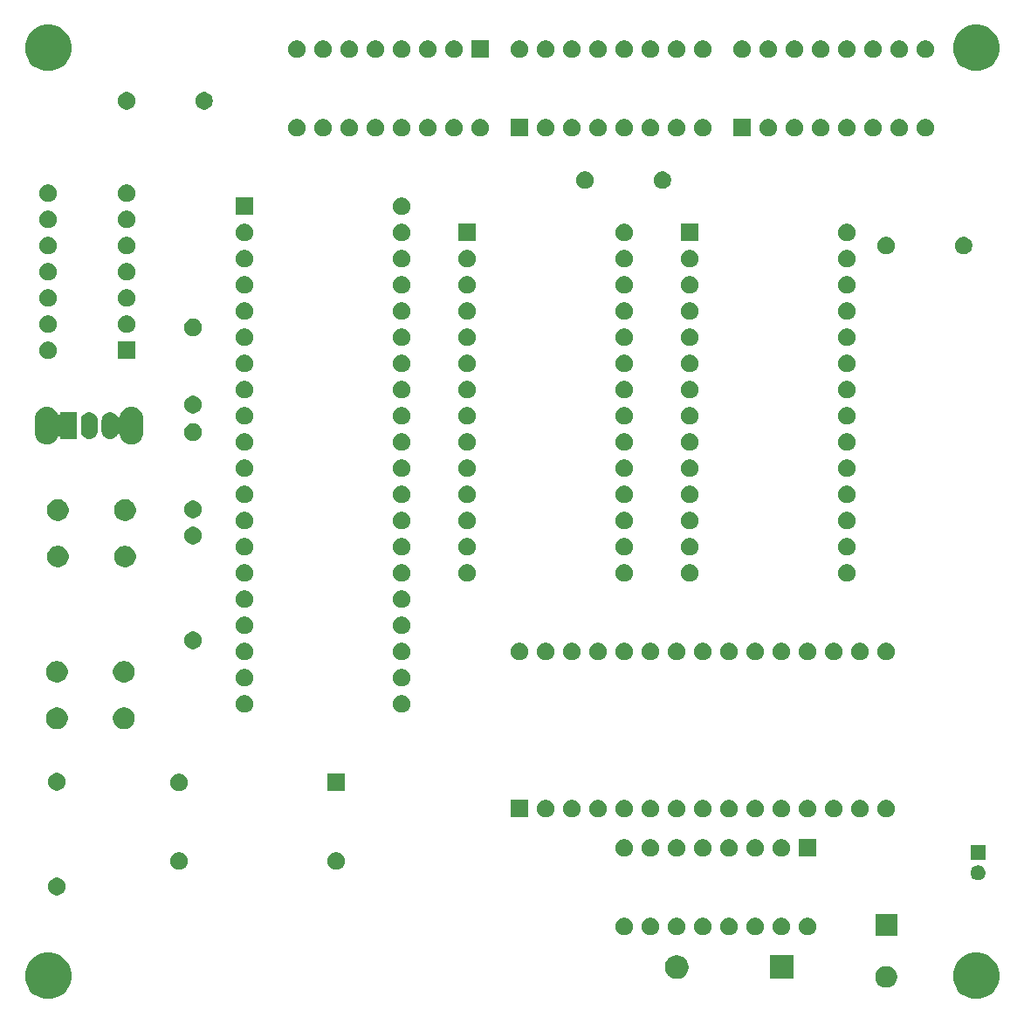
<source format=gbr>
G04 #@! TF.GenerationSoftware,KiCad,Pcbnew,5.1.5-52549c5~84~ubuntu19.10.1*
G04 #@! TF.CreationDate,2020-03-08T15:39:51+01:00*
G04 #@! TF.ProjectId,Z80_minimal,5a38305f-6d69-46e6-996d-616c2e6b6963,rev?*
G04 #@! TF.SameCoordinates,Original*
G04 #@! TF.FileFunction,Soldermask,Top*
G04 #@! TF.FilePolarity,Negative*
%FSLAX46Y46*%
G04 Gerber Fmt 4.6, Leading zero omitted, Abs format (unit mm)*
G04 Created by KiCad (PCBNEW 5.1.5-52549c5~84~ubuntu19.10.1) date 2020-03-08 15:39:51*
%MOMM*%
%LPD*%
G04 APERTURE LIST*
%ADD10C,0.100000*%
G04 APERTURE END LIST*
D10*
G36*
X192383880Y-138305776D02*
G01*
X192764593Y-138381504D01*
X193174249Y-138551189D01*
X193542929Y-138797534D01*
X193856466Y-139111071D01*
X194102811Y-139479751D01*
X194272496Y-139889407D01*
X194359000Y-140324296D01*
X194359000Y-140767704D01*
X194272496Y-141202593D01*
X194102811Y-141612249D01*
X193856466Y-141980929D01*
X193542929Y-142294466D01*
X193174249Y-142540811D01*
X192764593Y-142710496D01*
X192383880Y-142786224D01*
X192329705Y-142797000D01*
X191886295Y-142797000D01*
X191832120Y-142786224D01*
X191451407Y-142710496D01*
X191041751Y-142540811D01*
X190673071Y-142294466D01*
X190359534Y-141980929D01*
X190113189Y-141612249D01*
X189943504Y-141202593D01*
X189857000Y-140767704D01*
X189857000Y-140324296D01*
X189943504Y-139889407D01*
X190113189Y-139479751D01*
X190359534Y-139111071D01*
X190673071Y-138797534D01*
X191041751Y-138551189D01*
X191451407Y-138381504D01*
X191832120Y-138305776D01*
X191886295Y-138295000D01*
X192329705Y-138295000D01*
X192383880Y-138305776D01*
G37*
G36*
X102383880Y-138305776D02*
G01*
X102764593Y-138381504D01*
X103174249Y-138551189D01*
X103542929Y-138797534D01*
X103856466Y-139111071D01*
X104102811Y-139479751D01*
X104272496Y-139889407D01*
X104359000Y-140324296D01*
X104359000Y-140767704D01*
X104272496Y-141202593D01*
X104102811Y-141612249D01*
X103856466Y-141980929D01*
X103542929Y-142294466D01*
X103174249Y-142540811D01*
X102764593Y-142710496D01*
X102383880Y-142786224D01*
X102329705Y-142797000D01*
X101886295Y-142797000D01*
X101832120Y-142786224D01*
X101451407Y-142710496D01*
X101041751Y-142540811D01*
X100673071Y-142294466D01*
X100359534Y-141980929D01*
X100113189Y-141612249D01*
X99943504Y-141202593D01*
X99857000Y-140767704D01*
X99857000Y-140324296D01*
X99943504Y-139889407D01*
X100113189Y-139479751D01*
X100359534Y-139111071D01*
X100673071Y-138797534D01*
X101041751Y-138551189D01*
X101451407Y-138381504D01*
X101832120Y-138305776D01*
X101886295Y-138295000D01*
X102329705Y-138295000D01*
X102383880Y-138305776D01*
G37*
G36*
X183694564Y-139625389D02*
G01*
X183885833Y-139704615D01*
X183885835Y-139704616D01*
X184048588Y-139813364D01*
X184057973Y-139819635D01*
X184204365Y-139966027D01*
X184319385Y-140138167D01*
X184398611Y-140329436D01*
X184439000Y-140532484D01*
X184439000Y-140739516D01*
X184398611Y-140942564D01*
X184319385Y-141133833D01*
X184319384Y-141133835D01*
X184204365Y-141305973D01*
X184057973Y-141452365D01*
X183885835Y-141567384D01*
X183885834Y-141567385D01*
X183885833Y-141567385D01*
X183694564Y-141646611D01*
X183491516Y-141687000D01*
X183284484Y-141687000D01*
X183081436Y-141646611D01*
X182890167Y-141567385D01*
X182890166Y-141567385D01*
X182890165Y-141567384D01*
X182718027Y-141452365D01*
X182571635Y-141305973D01*
X182456616Y-141133835D01*
X182456615Y-141133833D01*
X182377389Y-140942564D01*
X182337000Y-140739516D01*
X182337000Y-140532484D01*
X182377389Y-140329436D01*
X182456615Y-140138167D01*
X182571635Y-139966027D01*
X182718027Y-139819635D01*
X182727412Y-139813364D01*
X182890165Y-139704616D01*
X182890167Y-139704615D01*
X183081436Y-139625389D01*
X183284484Y-139585000D01*
X183491516Y-139585000D01*
X183694564Y-139625389D01*
G37*
G36*
X163292549Y-138571116D02*
G01*
X163403734Y-138593232D01*
X163613203Y-138679997D01*
X163801720Y-138805960D01*
X163962040Y-138966280D01*
X164088003Y-139154797D01*
X164174768Y-139364266D01*
X164219000Y-139586636D01*
X164219000Y-139813364D01*
X164174768Y-140035734D01*
X164088003Y-140245203D01*
X163962040Y-140433720D01*
X163801720Y-140594040D01*
X163613203Y-140720003D01*
X163403734Y-140806768D01*
X163292549Y-140828884D01*
X163181365Y-140851000D01*
X162954635Y-140851000D01*
X162843451Y-140828884D01*
X162732266Y-140806768D01*
X162522797Y-140720003D01*
X162334280Y-140594040D01*
X162173960Y-140433720D01*
X162047997Y-140245203D01*
X161961232Y-140035734D01*
X161917000Y-139813364D01*
X161917000Y-139586636D01*
X161961232Y-139364266D01*
X162047997Y-139154797D01*
X162173960Y-138966280D01*
X162334280Y-138805960D01*
X162522797Y-138679997D01*
X162732266Y-138593232D01*
X162843451Y-138571116D01*
X162954635Y-138549000D01*
X163181365Y-138549000D01*
X163292549Y-138571116D01*
G37*
G36*
X174379000Y-140851000D02*
G01*
X172077000Y-140851000D01*
X172077000Y-138549000D01*
X174379000Y-138549000D01*
X174379000Y-140851000D01*
G37*
G36*
X184439000Y-136687000D02*
G01*
X182337000Y-136687000D01*
X182337000Y-134585000D01*
X184439000Y-134585000D01*
X184439000Y-136687000D01*
G37*
G36*
X165856228Y-134944703D02*
G01*
X166011100Y-135008853D01*
X166150481Y-135101985D01*
X166269015Y-135220519D01*
X166362147Y-135359900D01*
X166426297Y-135514772D01*
X166459000Y-135679184D01*
X166459000Y-135846816D01*
X166426297Y-136011228D01*
X166362147Y-136166100D01*
X166269015Y-136305481D01*
X166150481Y-136424015D01*
X166011100Y-136517147D01*
X165856228Y-136581297D01*
X165691816Y-136614000D01*
X165524184Y-136614000D01*
X165359772Y-136581297D01*
X165204900Y-136517147D01*
X165065519Y-136424015D01*
X164946985Y-136305481D01*
X164853853Y-136166100D01*
X164789703Y-136011228D01*
X164757000Y-135846816D01*
X164757000Y-135679184D01*
X164789703Y-135514772D01*
X164853853Y-135359900D01*
X164946985Y-135220519D01*
X165065519Y-135101985D01*
X165204900Y-135008853D01*
X165359772Y-134944703D01*
X165524184Y-134912000D01*
X165691816Y-134912000D01*
X165856228Y-134944703D01*
G37*
G36*
X176016228Y-134944703D02*
G01*
X176171100Y-135008853D01*
X176310481Y-135101985D01*
X176429015Y-135220519D01*
X176522147Y-135359900D01*
X176586297Y-135514772D01*
X176619000Y-135679184D01*
X176619000Y-135846816D01*
X176586297Y-136011228D01*
X176522147Y-136166100D01*
X176429015Y-136305481D01*
X176310481Y-136424015D01*
X176171100Y-136517147D01*
X176016228Y-136581297D01*
X175851816Y-136614000D01*
X175684184Y-136614000D01*
X175519772Y-136581297D01*
X175364900Y-136517147D01*
X175225519Y-136424015D01*
X175106985Y-136305481D01*
X175013853Y-136166100D01*
X174949703Y-136011228D01*
X174917000Y-135846816D01*
X174917000Y-135679184D01*
X174949703Y-135514772D01*
X175013853Y-135359900D01*
X175106985Y-135220519D01*
X175225519Y-135101985D01*
X175364900Y-135008853D01*
X175519772Y-134944703D01*
X175684184Y-134912000D01*
X175851816Y-134912000D01*
X176016228Y-134944703D01*
G37*
G36*
X173476228Y-134944703D02*
G01*
X173631100Y-135008853D01*
X173770481Y-135101985D01*
X173889015Y-135220519D01*
X173982147Y-135359900D01*
X174046297Y-135514772D01*
X174079000Y-135679184D01*
X174079000Y-135846816D01*
X174046297Y-136011228D01*
X173982147Y-136166100D01*
X173889015Y-136305481D01*
X173770481Y-136424015D01*
X173631100Y-136517147D01*
X173476228Y-136581297D01*
X173311816Y-136614000D01*
X173144184Y-136614000D01*
X172979772Y-136581297D01*
X172824900Y-136517147D01*
X172685519Y-136424015D01*
X172566985Y-136305481D01*
X172473853Y-136166100D01*
X172409703Y-136011228D01*
X172377000Y-135846816D01*
X172377000Y-135679184D01*
X172409703Y-135514772D01*
X172473853Y-135359900D01*
X172566985Y-135220519D01*
X172685519Y-135101985D01*
X172824900Y-135008853D01*
X172979772Y-134944703D01*
X173144184Y-134912000D01*
X173311816Y-134912000D01*
X173476228Y-134944703D01*
G37*
G36*
X158236228Y-134944703D02*
G01*
X158391100Y-135008853D01*
X158530481Y-135101985D01*
X158649015Y-135220519D01*
X158742147Y-135359900D01*
X158806297Y-135514772D01*
X158839000Y-135679184D01*
X158839000Y-135846816D01*
X158806297Y-136011228D01*
X158742147Y-136166100D01*
X158649015Y-136305481D01*
X158530481Y-136424015D01*
X158391100Y-136517147D01*
X158236228Y-136581297D01*
X158071816Y-136614000D01*
X157904184Y-136614000D01*
X157739772Y-136581297D01*
X157584900Y-136517147D01*
X157445519Y-136424015D01*
X157326985Y-136305481D01*
X157233853Y-136166100D01*
X157169703Y-136011228D01*
X157137000Y-135846816D01*
X157137000Y-135679184D01*
X157169703Y-135514772D01*
X157233853Y-135359900D01*
X157326985Y-135220519D01*
X157445519Y-135101985D01*
X157584900Y-135008853D01*
X157739772Y-134944703D01*
X157904184Y-134912000D01*
X158071816Y-134912000D01*
X158236228Y-134944703D01*
G37*
G36*
X160776228Y-134944703D02*
G01*
X160931100Y-135008853D01*
X161070481Y-135101985D01*
X161189015Y-135220519D01*
X161282147Y-135359900D01*
X161346297Y-135514772D01*
X161379000Y-135679184D01*
X161379000Y-135846816D01*
X161346297Y-136011228D01*
X161282147Y-136166100D01*
X161189015Y-136305481D01*
X161070481Y-136424015D01*
X160931100Y-136517147D01*
X160776228Y-136581297D01*
X160611816Y-136614000D01*
X160444184Y-136614000D01*
X160279772Y-136581297D01*
X160124900Y-136517147D01*
X159985519Y-136424015D01*
X159866985Y-136305481D01*
X159773853Y-136166100D01*
X159709703Y-136011228D01*
X159677000Y-135846816D01*
X159677000Y-135679184D01*
X159709703Y-135514772D01*
X159773853Y-135359900D01*
X159866985Y-135220519D01*
X159985519Y-135101985D01*
X160124900Y-135008853D01*
X160279772Y-134944703D01*
X160444184Y-134912000D01*
X160611816Y-134912000D01*
X160776228Y-134944703D01*
G37*
G36*
X163316228Y-134944703D02*
G01*
X163471100Y-135008853D01*
X163610481Y-135101985D01*
X163729015Y-135220519D01*
X163822147Y-135359900D01*
X163886297Y-135514772D01*
X163919000Y-135679184D01*
X163919000Y-135846816D01*
X163886297Y-136011228D01*
X163822147Y-136166100D01*
X163729015Y-136305481D01*
X163610481Y-136424015D01*
X163471100Y-136517147D01*
X163316228Y-136581297D01*
X163151816Y-136614000D01*
X162984184Y-136614000D01*
X162819772Y-136581297D01*
X162664900Y-136517147D01*
X162525519Y-136424015D01*
X162406985Y-136305481D01*
X162313853Y-136166100D01*
X162249703Y-136011228D01*
X162217000Y-135846816D01*
X162217000Y-135679184D01*
X162249703Y-135514772D01*
X162313853Y-135359900D01*
X162406985Y-135220519D01*
X162525519Y-135101985D01*
X162664900Y-135008853D01*
X162819772Y-134944703D01*
X162984184Y-134912000D01*
X163151816Y-134912000D01*
X163316228Y-134944703D01*
G37*
G36*
X168396228Y-134944703D02*
G01*
X168551100Y-135008853D01*
X168690481Y-135101985D01*
X168809015Y-135220519D01*
X168902147Y-135359900D01*
X168966297Y-135514772D01*
X168999000Y-135679184D01*
X168999000Y-135846816D01*
X168966297Y-136011228D01*
X168902147Y-136166100D01*
X168809015Y-136305481D01*
X168690481Y-136424015D01*
X168551100Y-136517147D01*
X168396228Y-136581297D01*
X168231816Y-136614000D01*
X168064184Y-136614000D01*
X167899772Y-136581297D01*
X167744900Y-136517147D01*
X167605519Y-136424015D01*
X167486985Y-136305481D01*
X167393853Y-136166100D01*
X167329703Y-136011228D01*
X167297000Y-135846816D01*
X167297000Y-135679184D01*
X167329703Y-135514772D01*
X167393853Y-135359900D01*
X167486985Y-135220519D01*
X167605519Y-135101985D01*
X167744900Y-135008853D01*
X167899772Y-134944703D01*
X168064184Y-134912000D01*
X168231816Y-134912000D01*
X168396228Y-134944703D01*
G37*
G36*
X170936228Y-134944703D02*
G01*
X171091100Y-135008853D01*
X171230481Y-135101985D01*
X171349015Y-135220519D01*
X171442147Y-135359900D01*
X171506297Y-135514772D01*
X171539000Y-135679184D01*
X171539000Y-135846816D01*
X171506297Y-136011228D01*
X171442147Y-136166100D01*
X171349015Y-136305481D01*
X171230481Y-136424015D01*
X171091100Y-136517147D01*
X170936228Y-136581297D01*
X170771816Y-136614000D01*
X170604184Y-136614000D01*
X170439772Y-136581297D01*
X170284900Y-136517147D01*
X170145519Y-136424015D01*
X170026985Y-136305481D01*
X169933853Y-136166100D01*
X169869703Y-136011228D01*
X169837000Y-135846816D01*
X169837000Y-135679184D01*
X169869703Y-135514772D01*
X169933853Y-135359900D01*
X170026985Y-135220519D01*
X170145519Y-135101985D01*
X170284900Y-135008853D01*
X170439772Y-134944703D01*
X170604184Y-134912000D01*
X170771816Y-134912000D01*
X170936228Y-134944703D01*
G37*
G36*
X103204228Y-131058703D02*
G01*
X103359100Y-131122853D01*
X103498481Y-131215985D01*
X103617015Y-131334519D01*
X103710147Y-131473900D01*
X103774297Y-131628772D01*
X103807000Y-131793184D01*
X103807000Y-131960816D01*
X103774297Y-132125228D01*
X103710147Y-132280100D01*
X103617015Y-132419481D01*
X103498481Y-132538015D01*
X103359100Y-132631147D01*
X103204228Y-132695297D01*
X103039816Y-132728000D01*
X102872184Y-132728000D01*
X102707772Y-132695297D01*
X102552900Y-132631147D01*
X102413519Y-132538015D01*
X102294985Y-132419481D01*
X102201853Y-132280100D01*
X102137703Y-132125228D01*
X102105000Y-131960816D01*
X102105000Y-131793184D01*
X102137703Y-131628772D01*
X102201853Y-131473900D01*
X102294985Y-131334519D01*
X102413519Y-131215985D01*
X102552900Y-131122853D01*
X102707772Y-131058703D01*
X102872184Y-131026000D01*
X103039816Y-131026000D01*
X103204228Y-131058703D01*
G37*
G36*
X192489766Y-129857899D02*
G01*
X192621888Y-129912626D01*
X192621890Y-129912627D01*
X192740798Y-129992079D01*
X192841921Y-130093202D01*
X192891330Y-130167148D01*
X192921374Y-130212112D01*
X192976101Y-130344234D01*
X193004000Y-130484494D01*
X193004000Y-130627506D01*
X192976101Y-130767766D01*
X192921374Y-130899888D01*
X192921373Y-130899890D01*
X192841921Y-131018798D01*
X192740798Y-131119921D01*
X192621890Y-131199373D01*
X192621889Y-131199374D01*
X192621888Y-131199374D01*
X192489766Y-131254101D01*
X192349506Y-131282000D01*
X192206494Y-131282000D01*
X192066234Y-131254101D01*
X191934112Y-131199374D01*
X191934111Y-131199374D01*
X191934110Y-131199373D01*
X191815202Y-131119921D01*
X191714079Y-131018798D01*
X191634627Y-130899890D01*
X191634626Y-130899888D01*
X191579899Y-130767766D01*
X191552000Y-130627506D01*
X191552000Y-130484494D01*
X191579899Y-130344234D01*
X191634626Y-130212112D01*
X191664670Y-130167148D01*
X191714079Y-130093202D01*
X191815202Y-129992079D01*
X191934110Y-129912627D01*
X191934112Y-129912626D01*
X192066234Y-129857899D01*
X192206494Y-129830000D01*
X192349506Y-129830000D01*
X192489766Y-129857899D01*
G37*
G36*
X115056228Y-128594703D02*
G01*
X115211100Y-128658853D01*
X115350481Y-128751985D01*
X115469015Y-128870519D01*
X115562147Y-129009900D01*
X115626297Y-129164772D01*
X115659000Y-129329184D01*
X115659000Y-129496816D01*
X115626297Y-129661228D01*
X115562147Y-129816100D01*
X115469015Y-129955481D01*
X115350481Y-130074015D01*
X115211100Y-130167147D01*
X115056228Y-130231297D01*
X114891816Y-130264000D01*
X114724184Y-130264000D01*
X114559772Y-130231297D01*
X114404900Y-130167147D01*
X114265519Y-130074015D01*
X114146985Y-129955481D01*
X114053853Y-129816100D01*
X113989703Y-129661228D01*
X113957000Y-129496816D01*
X113957000Y-129329184D01*
X113989703Y-129164772D01*
X114053853Y-129009900D01*
X114146985Y-128870519D01*
X114265519Y-128751985D01*
X114404900Y-128658853D01*
X114559772Y-128594703D01*
X114724184Y-128562000D01*
X114891816Y-128562000D01*
X115056228Y-128594703D01*
G37*
G36*
X130296228Y-128594703D02*
G01*
X130451100Y-128658853D01*
X130590481Y-128751985D01*
X130709015Y-128870519D01*
X130802147Y-129009900D01*
X130866297Y-129164772D01*
X130899000Y-129329184D01*
X130899000Y-129496816D01*
X130866297Y-129661228D01*
X130802147Y-129816100D01*
X130709015Y-129955481D01*
X130590481Y-130074015D01*
X130451100Y-130167147D01*
X130296228Y-130231297D01*
X130131816Y-130264000D01*
X129964184Y-130264000D01*
X129799772Y-130231297D01*
X129644900Y-130167147D01*
X129505519Y-130074015D01*
X129386985Y-129955481D01*
X129293853Y-129816100D01*
X129229703Y-129661228D01*
X129197000Y-129496816D01*
X129197000Y-129329184D01*
X129229703Y-129164772D01*
X129293853Y-129009900D01*
X129386985Y-128870519D01*
X129505519Y-128751985D01*
X129644900Y-128658853D01*
X129799772Y-128594703D01*
X129964184Y-128562000D01*
X130131816Y-128562000D01*
X130296228Y-128594703D01*
G37*
G36*
X193004000Y-129282000D02*
G01*
X191552000Y-129282000D01*
X191552000Y-127830000D01*
X193004000Y-127830000D01*
X193004000Y-129282000D01*
G37*
G36*
X176619000Y-128994000D02*
G01*
X174917000Y-128994000D01*
X174917000Y-127292000D01*
X176619000Y-127292000D01*
X176619000Y-128994000D01*
G37*
G36*
X163316228Y-127324703D02*
G01*
X163471100Y-127388853D01*
X163610481Y-127481985D01*
X163729015Y-127600519D01*
X163822147Y-127739900D01*
X163886297Y-127894772D01*
X163919000Y-128059184D01*
X163919000Y-128226816D01*
X163886297Y-128391228D01*
X163822147Y-128546100D01*
X163729015Y-128685481D01*
X163610481Y-128804015D01*
X163471100Y-128897147D01*
X163316228Y-128961297D01*
X163151816Y-128994000D01*
X162984184Y-128994000D01*
X162819772Y-128961297D01*
X162664900Y-128897147D01*
X162525519Y-128804015D01*
X162406985Y-128685481D01*
X162313853Y-128546100D01*
X162249703Y-128391228D01*
X162217000Y-128226816D01*
X162217000Y-128059184D01*
X162249703Y-127894772D01*
X162313853Y-127739900D01*
X162406985Y-127600519D01*
X162525519Y-127481985D01*
X162664900Y-127388853D01*
X162819772Y-127324703D01*
X162984184Y-127292000D01*
X163151816Y-127292000D01*
X163316228Y-127324703D01*
G37*
G36*
X168396228Y-127324703D02*
G01*
X168551100Y-127388853D01*
X168690481Y-127481985D01*
X168809015Y-127600519D01*
X168902147Y-127739900D01*
X168966297Y-127894772D01*
X168999000Y-128059184D01*
X168999000Y-128226816D01*
X168966297Y-128391228D01*
X168902147Y-128546100D01*
X168809015Y-128685481D01*
X168690481Y-128804015D01*
X168551100Y-128897147D01*
X168396228Y-128961297D01*
X168231816Y-128994000D01*
X168064184Y-128994000D01*
X167899772Y-128961297D01*
X167744900Y-128897147D01*
X167605519Y-128804015D01*
X167486985Y-128685481D01*
X167393853Y-128546100D01*
X167329703Y-128391228D01*
X167297000Y-128226816D01*
X167297000Y-128059184D01*
X167329703Y-127894772D01*
X167393853Y-127739900D01*
X167486985Y-127600519D01*
X167605519Y-127481985D01*
X167744900Y-127388853D01*
X167899772Y-127324703D01*
X168064184Y-127292000D01*
X168231816Y-127292000D01*
X168396228Y-127324703D01*
G37*
G36*
X158236228Y-127324703D02*
G01*
X158391100Y-127388853D01*
X158530481Y-127481985D01*
X158649015Y-127600519D01*
X158742147Y-127739900D01*
X158806297Y-127894772D01*
X158839000Y-128059184D01*
X158839000Y-128226816D01*
X158806297Y-128391228D01*
X158742147Y-128546100D01*
X158649015Y-128685481D01*
X158530481Y-128804015D01*
X158391100Y-128897147D01*
X158236228Y-128961297D01*
X158071816Y-128994000D01*
X157904184Y-128994000D01*
X157739772Y-128961297D01*
X157584900Y-128897147D01*
X157445519Y-128804015D01*
X157326985Y-128685481D01*
X157233853Y-128546100D01*
X157169703Y-128391228D01*
X157137000Y-128226816D01*
X157137000Y-128059184D01*
X157169703Y-127894772D01*
X157233853Y-127739900D01*
X157326985Y-127600519D01*
X157445519Y-127481985D01*
X157584900Y-127388853D01*
X157739772Y-127324703D01*
X157904184Y-127292000D01*
X158071816Y-127292000D01*
X158236228Y-127324703D01*
G37*
G36*
X170936228Y-127324703D02*
G01*
X171091100Y-127388853D01*
X171230481Y-127481985D01*
X171349015Y-127600519D01*
X171442147Y-127739900D01*
X171506297Y-127894772D01*
X171539000Y-128059184D01*
X171539000Y-128226816D01*
X171506297Y-128391228D01*
X171442147Y-128546100D01*
X171349015Y-128685481D01*
X171230481Y-128804015D01*
X171091100Y-128897147D01*
X170936228Y-128961297D01*
X170771816Y-128994000D01*
X170604184Y-128994000D01*
X170439772Y-128961297D01*
X170284900Y-128897147D01*
X170145519Y-128804015D01*
X170026985Y-128685481D01*
X169933853Y-128546100D01*
X169869703Y-128391228D01*
X169837000Y-128226816D01*
X169837000Y-128059184D01*
X169869703Y-127894772D01*
X169933853Y-127739900D01*
X170026985Y-127600519D01*
X170145519Y-127481985D01*
X170284900Y-127388853D01*
X170439772Y-127324703D01*
X170604184Y-127292000D01*
X170771816Y-127292000D01*
X170936228Y-127324703D01*
G37*
G36*
X160776228Y-127324703D02*
G01*
X160931100Y-127388853D01*
X161070481Y-127481985D01*
X161189015Y-127600519D01*
X161282147Y-127739900D01*
X161346297Y-127894772D01*
X161379000Y-128059184D01*
X161379000Y-128226816D01*
X161346297Y-128391228D01*
X161282147Y-128546100D01*
X161189015Y-128685481D01*
X161070481Y-128804015D01*
X160931100Y-128897147D01*
X160776228Y-128961297D01*
X160611816Y-128994000D01*
X160444184Y-128994000D01*
X160279772Y-128961297D01*
X160124900Y-128897147D01*
X159985519Y-128804015D01*
X159866985Y-128685481D01*
X159773853Y-128546100D01*
X159709703Y-128391228D01*
X159677000Y-128226816D01*
X159677000Y-128059184D01*
X159709703Y-127894772D01*
X159773853Y-127739900D01*
X159866985Y-127600519D01*
X159985519Y-127481985D01*
X160124900Y-127388853D01*
X160279772Y-127324703D01*
X160444184Y-127292000D01*
X160611816Y-127292000D01*
X160776228Y-127324703D01*
G37*
G36*
X173476228Y-127324703D02*
G01*
X173631100Y-127388853D01*
X173770481Y-127481985D01*
X173889015Y-127600519D01*
X173982147Y-127739900D01*
X174046297Y-127894772D01*
X174079000Y-128059184D01*
X174079000Y-128226816D01*
X174046297Y-128391228D01*
X173982147Y-128546100D01*
X173889015Y-128685481D01*
X173770481Y-128804015D01*
X173631100Y-128897147D01*
X173476228Y-128961297D01*
X173311816Y-128994000D01*
X173144184Y-128994000D01*
X172979772Y-128961297D01*
X172824900Y-128897147D01*
X172685519Y-128804015D01*
X172566985Y-128685481D01*
X172473853Y-128546100D01*
X172409703Y-128391228D01*
X172377000Y-128226816D01*
X172377000Y-128059184D01*
X172409703Y-127894772D01*
X172473853Y-127739900D01*
X172566985Y-127600519D01*
X172685519Y-127481985D01*
X172824900Y-127388853D01*
X172979772Y-127324703D01*
X173144184Y-127292000D01*
X173311816Y-127292000D01*
X173476228Y-127324703D01*
G37*
G36*
X165856228Y-127324703D02*
G01*
X166011100Y-127388853D01*
X166150481Y-127481985D01*
X166269015Y-127600519D01*
X166362147Y-127739900D01*
X166426297Y-127894772D01*
X166459000Y-128059184D01*
X166459000Y-128226816D01*
X166426297Y-128391228D01*
X166362147Y-128546100D01*
X166269015Y-128685481D01*
X166150481Y-128804015D01*
X166011100Y-128897147D01*
X165856228Y-128961297D01*
X165691816Y-128994000D01*
X165524184Y-128994000D01*
X165359772Y-128961297D01*
X165204900Y-128897147D01*
X165065519Y-128804015D01*
X164946985Y-128685481D01*
X164853853Y-128546100D01*
X164789703Y-128391228D01*
X164757000Y-128226816D01*
X164757000Y-128059184D01*
X164789703Y-127894772D01*
X164853853Y-127739900D01*
X164946985Y-127600519D01*
X165065519Y-127481985D01*
X165204900Y-127388853D01*
X165359772Y-127324703D01*
X165524184Y-127292000D01*
X165691816Y-127292000D01*
X165856228Y-127324703D01*
G37*
G36*
X148679000Y-125184000D02*
G01*
X146977000Y-125184000D01*
X146977000Y-123482000D01*
X148679000Y-123482000D01*
X148679000Y-125184000D01*
G37*
G36*
X173476228Y-123514703D02*
G01*
X173631100Y-123578853D01*
X173770481Y-123671985D01*
X173889015Y-123790519D01*
X173982147Y-123929900D01*
X174046297Y-124084772D01*
X174079000Y-124249184D01*
X174079000Y-124416816D01*
X174046297Y-124581228D01*
X173982147Y-124736100D01*
X173889015Y-124875481D01*
X173770481Y-124994015D01*
X173631100Y-125087147D01*
X173476228Y-125151297D01*
X173311816Y-125184000D01*
X173144184Y-125184000D01*
X172979772Y-125151297D01*
X172824900Y-125087147D01*
X172685519Y-124994015D01*
X172566985Y-124875481D01*
X172473853Y-124736100D01*
X172409703Y-124581228D01*
X172377000Y-124416816D01*
X172377000Y-124249184D01*
X172409703Y-124084772D01*
X172473853Y-123929900D01*
X172566985Y-123790519D01*
X172685519Y-123671985D01*
X172824900Y-123578853D01*
X172979772Y-123514703D01*
X173144184Y-123482000D01*
X173311816Y-123482000D01*
X173476228Y-123514703D01*
G37*
G36*
X176016228Y-123514703D02*
G01*
X176171100Y-123578853D01*
X176310481Y-123671985D01*
X176429015Y-123790519D01*
X176522147Y-123929900D01*
X176586297Y-124084772D01*
X176619000Y-124249184D01*
X176619000Y-124416816D01*
X176586297Y-124581228D01*
X176522147Y-124736100D01*
X176429015Y-124875481D01*
X176310481Y-124994015D01*
X176171100Y-125087147D01*
X176016228Y-125151297D01*
X175851816Y-125184000D01*
X175684184Y-125184000D01*
X175519772Y-125151297D01*
X175364900Y-125087147D01*
X175225519Y-124994015D01*
X175106985Y-124875481D01*
X175013853Y-124736100D01*
X174949703Y-124581228D01*
X174917000Y-124416816D01*
X174917000Y-124249184D01*
X174949703Y-124084772D01*
X175013853Y-123929900D01*
X175106985Y-123790519D01*
X175225519Y-123671985D01*
X175364900Y-123578853D01*
X175519772Y-123514703D01*
X175684184Y-123482000D01*
X175851816Y-123482000D01*
X176016228Y-123514703D01*
G37*
G36*
X170936228Y-123514703D02*
G01*
X171091100Y-123578853D01*
X171230481Y-123671985D01*
X171349015Y-123790519D01*
X171442147Y-123929900D01*
X171506297Y-124084772D01*
X171539000Y-124249184D01*
X171539000Y-124416816D01*
X171506297Y-124581228D01*
X171442147Y-124736100D01*
X171349015Y-124875481D01*
X171230481Y-124994015D01*
X171091100Y-125087147D01*
X170936228Y-125151297D01*
X170771816Y-125184000D01*
X170604184Y-125184000D01*
X170439772Y-125151297D01*
X170284900Y-125087147D01*
X170145519Y-124994015D01*
X170026985Y-124875481D01*
X169933853Y-124736100D01*
X169869703Y-124581228D01*
X169837000Y-124416816D01*
X169837000Y-124249184D01*
X169869703Y-124084772D01*
X169933853Y-123929900D01*
X170026985Y-123790519D01*
X170145519Y-123671985D01*
X170284900Y-123578853D01*
X170439772Y-123514703D01*
X170604184Y-123482000D01*
X170771816Y-123482000D01*
X170936228Y-123514703D01*
G37*
G36*
X178556228Y-123514703D02*
G01*
X178711100Y-123578853D01*
X178850481Y-123671985D01*
X178969015Y-123790519D01*
X179062147Y-123929900D01*
X179126297Y-124084772D01*
X179159000Y-124249184D01*
X179159000Y-124416816D01*
X179126297Y-124581228D01*
X179062147Y-124736100D01*
X178969015Y-124875481D01*
X178850481Y-124994015D01*
X178711100Y-125087147D01*
X178556228Y-125151297D01*
X178391816Y-125184000D01*
X178224184Y-125184000D01*
X178059772Y-125151297D01*
X177904900Y-125087147D01*
X177765519Y-124994015D01*
X177646985Y-124875481D01*
X177553853Y-124736100D01*
X177489703Y-124581228D01*
X177457000Y-124416816D01*
X177457000Y-124249184D01*
X177489703Y-124084772D01*
X177553853Y-123929900D01*
X177646985Y-123790519D01*
X177765519Y-123671985D01*
X177904900Y-123578853D01*
X178059772Y-123514703D01*
X178224184Y-123482000D01*
X178391816Y-123482000D01*
X178556228Y-123514703D01*
G37*
G36*
X168396228Y-123514703D02*
G01*
X168551100Y-123578853D01*
X168690481Y-123671985D01*
X168809015Y-123790519D01*
X168902147Y-123929900D01*
X168966297Y-124084772D01*
X168999000Y-124249184D01*
X168999000Y-124416816D01*
X168966297Y-124581228D01*
X168902147Y-124736100D01*
X168809015Y-124875481D01*
X168690481Y-124994015D01*
X168551100Y-125087147D01*
X168396228Y-125151297D01*
X168231816Y-125184000D01*
X168064184Y-125184000D01*
X167899772Y-125151297D01*
X167744900Y-125087147D01*
X167605519Y-124994015D01*
X167486985Y-124875481D01*
X167393853Y-124736100D01*
X167329703Y-124581228D01*
X167297000Y-124416816D01*
X167297000Y-124249184D01*
X167329703Y-124084772D01*
X167393853Y-123929900D01*
X167486985Y-123790519D01*
X167605519Y-123671985D01*
X167744900Y-123578853D01*
X167899772Y-123514703D01*
X168064184Y-123482000D01*
X168231816Y-123482000D01*
X168396228Y-123514703D01*
G37*
G36*
X181096228Y-123514703D02*
G01*
X181251100Y-123578853D01*
X181390481Y-123671985D01*
X181509015Y-123790519D01*
X181602147Y-123929900D01*
X181666297Y-124084772D01*
X181699000Y-124249184D01*
X181699000Y-124416816D01*
X181666297Y-124581228D01*
X181602147Y-124736100D01*
X181509015Y-124875481D01*
X181390481Y-124994015D01*
X181251100Y-125087147D01*
X181096228Y-125151297D01*
X180931816Y-125184000D01*
X180764184Y-125184000D01*
X180599772Y-125151297D01*
X180444900Y-125087147D01*
X180305519Y-124994015D01*
X180186985Y-124875481D01*
X180093853Y-124736100D01*
X180029703Y-124581228D01*
X179997000Y-124416816D01*
X179997000Y-124249184D01*
X180029703Y-124084772D01*
X180093853Y-123929900D01*
X180186985Y-123790519D01*
X180305519Y-123671985D01*
X180444900Y-123578853D01*
X180599772Y-123514703D01*
X180764184Y-123482000D01*
X180931816Y-123482000D01*
X181096228Y-123514703D01*
G37*
G36*
X165856228Y-123514703D02*
G01*
X166011100Y-123578853D01*
X166150481Y-123671985D01*
X166269015Y-123790519D01*
X166362147Y-123929900D01*
X166426297Y-124084772D01*
X166459000Y-124249184D01*
X166459000Y-124416816D01*
X166426297Y-124581228D01*
X166362147Y-124736100D01*
X166269015Y-124875481D01*
X166150481Y-124994015D01*
X166011100Y-125087147D01*
X165856228Y-125151297D01*
X165691816Y-125184000D01*
X165524184Y-125184000D01*
X165359772Y-125151297D01*
X165204900Y-125087147D01*
X165065519Y-124994015D01*
X164946985Y-124875481D01*
X164853853Y-124736100D01*
X164789703Y-124581228D01*
X164757000Y-124416816D01*
X164757000Y-124249184D01*
X164789703Y-124084772D01*
X164853853Y-123929900D01*
X164946985Y-123790519D01*
X165065519Y-123671985D01*
X165204900Y-123578853D01*
X165359772Y-123514703D01*
X165524184Y-123482000D01*
X165691816Y-123482000D01*
X165856228Y-123514703D01*
G37*
G36*
X160776228Y-123514703D02*
G01*
X160931100Y-123578853D01*
X161070481Y-123671985D01*
X161189015Y-123790519D01*
X161282147Y-123929900D01*
X161346297Y-124084772D01*
X161379000Y-124249184D01*
X161379000Y-124416816D01*
X161346297Y-124581228D01*
X161282147Y-124736100D01*
X161189015Y-124875481D01*
X161070481Y-124994015D01*
X160931100Y-125087147D01*
X160776228Y-125151297D01*
X160611816Y-125184000D01*
X160444184Y-125184000D01*
X160279772Y-125151297D01*
X160124900Y-125087147D01*
X159985519Y-124994015D01*
X159866985Y-124875481D01*
X159773853Y-124736100D01*
X159709703Y-124581228D01*
X159677000Y-124416816D01*
X159677000Y-124249184D01*
X159709703Y-124084772D01*
X159773853Y-123929900D01*
X159866985Y-123790519D01*
X159985519Y-123671985D01*
X160124900Y-123578853D01*
X160279772Y-123514703D01*
X160444184Y-123482000D01*
X160611816Y-123482000D01*
X160776228Y-123514703D01*
G37*
G36*
X153156228Y-123514703D02*
G01*
X153311100Y-123578853D01*
X153450481Y-123671985D01*
X153569015Y-123790519D01*
X153662147Y-123929900D01*
X153726297Y-124084772D01*
X153759000Y-124249184D01*
X153759000Y-124416816D01*
X153726297Y-124581228D01*
X153662147Y-124736100D01*
X153569015Y-124875481D01*
X153450481Y-124994015D01*
X153311100Y-125087147D01*
X153156228Y-125151297D01*
X152991816Y-125184000D01*
X152824184Y-125184000D01*
X152659772Y-125151297D01*
X152504900Y-125087147D01*
X152365519Y-124994015D01*
X152246985Y-124875481D01*
X152153853Y-124736100D01*
X152089703Y-124581228D01*
X152057000Y-124416816D01*
X152057000Y-124249184D01*
X152089703Y-124084772D01*
X152153853Y-123929900D01*
X152246985Y-123790519D01*
X152365519Y-123671985D01*
X152504900Y-123578853D01*
X152659772Y-123514703D01*
X152824184Y-123482000D01*
X152991816Y-123482000D01*
X153156228Y-123514703D01*
G37*
G36*
X183636228Y-123514703D02*
G01*
X183791100Y-123578853D01*
X183930481Y-123671985D01*
X184049015Y-123790519D01*
X184142147Y-123929900D01*
X184206297Y-124084772D01*
X184239000Y-124249184D01*
X184239000Y-124416816D01*
X184206297Y-124581228D01*
X184142147Y-124736100D01*
X184049015Y-124875481D01*
X183930481Y-124994015D01*
X183791100Y-125087147D01*
X183636228Y-125151297D01*
X183471816Y-125184000D01*
X183304184Y-125184000D01*
X183139772Y-125151297D01*
X182984900Y-125087147D01*
X182845519Y-124994015D01*
X182726985Y-124875481D01*
X182633853Y-124736100D01*
X182569703Y-124581228D01*
X182537000Y-124416816D01*
X182537000Y-124249184D01*
X182569703Y-124084772D01*
X182633853Y-123929900D01*
X182726985Y-123790519D01*
X182845519Y-123671985D01*
X182984900Y-123578853D01*
X183139772Y-123514703D01*
X183304184Y-123482000D01*
X183471816Y-123482000D01*
X183636228Y-123514703D01*
G37*
G36*
X150616228Y-123514703D02*
G01*
X150771100Y-123578853D01*
X150910481Y-123671985D01*
X151029015Y-123790519D01*
X151122147Y-123929900D01*
X151186297Y-124084772D01*
X151219000Y-124249184D01*
X151219000Y-124416816D01*
X151186297Y-124581228D01*
X151122147Y-124736100D01*
X151029015Y-124875481D01*
X150910481Y-124994015D01*
X150771100Y-125087147D01*
X150616228Y-125151297D01*
X150451816Y-125184000D01*
X150284184Y-125184000D01*
X150119772Y-125151297D01*
X149964900Y-125087147D01*
X149825519Y-124994015D01*
X149706985Y-124875481D01*
X149613853Y-124736100D01*
X149549703Y-124581228D01*
X149517000Y-124416816D01*
X149517000Y-124249184D01*
X149549703Y-124084772D01*
X149613853Y-123929900D01*
X149706985Y-123790519D01*
X149825519Y-123671985D01*
X149964900Y-123578853D01*
X150119772Y-123514703D01*
X150284184Y-123482000D01*
X150451816Y-123482000D01*
X150616228Y-123514703D01*
G37*
G36*
X155696228Y-123514703D02*
G01*
X155851100Y-123578853D01*
X155990481Y-123671985D01*
X156109015Y-123790519D01*
X156202147Y-123929900D01*
X156266297Y-124084772D01*
X156299000Y-124249184D01*
X156299000Y-124416816D01*
X156266297Y-124581228D01*
X156202147Y-124736100D01*
X156109015Y-124875481D01*
X155990481Y-124994015D01*
X155851100Y-125087147D01*
X155696228Y-125151297D01*
X155531816Y-125184000D01*
X155364184Y-125184000D01*
X155199772Y-125151297D01*
X155044900Y-125087147D01*
X154905519Y-124994015D01*
X154786985Y-124875481D01*
X154693853Y-124736100D01*
X154629703Y-124581228D01*
X154597000Y-124416816D01*
X154597000Y-124249184D01*
X154629703Y-124084772D01*
X154693853Y-123929900D01*
X154786985Y-123790519D01*
X154905519Y-123671985D01*
X155044900Y-123578853D01*
X155199772Y-123514703D01*
X155364184Y-123482000D01*
X155531816Y-123482000D01*
X155696228Y-123514703D01*
G37*
G36*
X158236228Y-123514703D02*
G01*
X158391100Y-123578853D01*
X158530481Y-123671985D01*
X158649015Y-123790519D01*
X158742147Y-123929900D01*
X158806297Y-124084772D01*
X158839000Y-124249184D01*
X158839000Y-124416816D01*
X158806297Y-124581228D01*
X158742147Y-124736100D01*
X158649015Y-124875481D01*
X158530481Y-124994015D01*
X158391100Y-125087147D01*
X158236228Y-125151297D01*
X158071816Y-125184000D01*
X157904184Y-125184000D01*
X157739772Y-125151297D01*
X157584900Y-125087147D01*
X157445519Y-124994015D01*
X157326985Y-124875481D01*
X157233853Y-124736100D01*
X157169703Y-124581228D01*
X157137000Y-124416816D01*
X157137000Y-124249184D01*
X157169703Y-124084772D01*
X157233853Y-123929900D01*
X157326985Y-123790519D01*
X157445519Y-123671985D01*
X157584900Y-123578853D01*
X157739772Y-123514703D01*
X157904184Y-123482000D01*
X158071816Y-123482000D01*
X158236228Y-123514703D01*
G37*
G36*
X163316228Y-123514703D02*
G01*
X163471100Y-123578853D01*
X163610481Y-123671985D01*
X163729015Y-123790519D01*
X163822147Y-123929900D01*
X163886297Y-124084772D01*
X163919000Y-124249184D01*
X163919000Y-124416816D01*
X163886297Y-124581228D01*
X163822147Y-124736100D01*
X163729015Y-124875481D01*
X163610481Y-124994015D01*
X163471100Y-125087147D01*
X163316228Y-125151297D01*
X163151816Y-125184000D01*
X162984184Y-125184000D01*
X162819772Y-125151297D01*
X162664900Y-125087147D01*
X162525519Y-124994015D01*
X162406985Y-124875481D01*
X162313853Y-124736100D01*
X162249703Y-124581228D01*
X162217000Y-124416816D01*
X162217000Y-124249184D01*
X162249703Y-124084772D01*
X162313853Y-123929900D01*
X162406985Y-123790519D01*
X162525519Y-123671985D01*
X162664900Y-123578853D01*
X162819772Y-123514703D01*
X162984184Y-123482000D01*
X163151816Y-123482000D01*
X163316228Y-123514703D01*
G37*
G36*
X130899000Y-122644000D02*
G01*
X129197000Y-122644000D01*
X129197000Y-120942000D01*
X130899000Y-120942000D01*
X130899000Y-122644000D01*
G37*
G36*
X115056228Y-120974703D02*
G01*
X115211100Y-121038853D01*
X115350481Y-121131985D01*
X115469015Y-121250519D01*
X115562147Y-121389900D01*
X115626297Y-121544772D01*
X115659000Y-121709184D01*
X115659000Y-121876816D01*
X115626297Y-122041228D01*
X115562147Y-122196100D01*
X115469015Y-122335481D01*
X115350481Y-122454015D01*
X115211100Y-122547147D01*
X115056228Y-122611297D01*
X114891816Y-122644000D01*
X114724184Y-122644000D01*
X114559772Y-122611297D01*
X114404900Y-122547147D01*
X114265519Y-122454015D01*
X114146985Y-122335481D01*
X114053853Y-122196100D01*
X113989703Y-122041228D01*
X113957000Y-121876816D01*
X113957000Y-121709184D01*
X113989703Y-121544772D01*
X114053853Y-121389900D01*
X114146985Y-121250519D01*
X114265519Y-121131985D01*
X114404900Y-121038853D01*
X114559772Y-120974703D01*
X114724184Y-120942000D01*
X114891816Y-120942000D01*
X115056228Y-120974703D01*
G37*
G36*
X103204228Y-120898703D02*
G01*
X103359100Y-120962853D01*
X103498481Y-121055985D01*
X103617015Y-121174519D01*
X103710147Y-121313900D01*
X103774297Y-121468772D01*
X103807000Y-121633184D01*
X103807000Y-121800816D01*
X103774297Y-121965228D01*
X103710147Y-122120100D01*
X103617015Y-122259481D01*
X103498481Y-122378015D01*
X103359100Y-122471147D01*
X103204228Y-122535297D01*
X103039816Y-122568000D01*
X102872184Y-122568000D01*
X102707772Y-122535297D01*
X102552900Y-122471147D01*
X102413519Y-122378015D01*
X102294985Y-122259481D01*
X102201853Y-122120100D01*
X102137703Y-121965228D01*
X102105000Y-121800816D01*
X102105000Y-121633184D01*
X102137703Y-121468772D01*
X102201853Y-121313900D01*
X102294985Y-121174519D01*
X102413519Y-121055985D01*
X102552900Y-120962853D01*
X102707772Y-120898703D01*
X102872184Y-120866000D01*
X103039816Y-120866000D01*
X103204228Y-120898703D01*
G37*
G36*
X103262564Y-114538389D02*
G01*
X103453833Y-114617615D01*
X103453835Y-114617616D01*
X103600299Y-114715480D01*
X103625973Y-114732635D01*
X103772365Y-114879027D01*
X103887385Y-115051167D01*
X103966611Y-115242436D01*
X104007000Y-115445484D01*
X104007000Y-115652516D01*
X103966611Y-115855564D01*
X103887385Y-116046833D01*
X103887384Y-116046835D01*
X103772365Y-116218973D01*
X103625973Y-116365365D01*
X103453835Y-116480384D01*
X103453834Y-116480385D01*
X103453833Y-116480385D01*
X103262564Y-116559611D01*
X103059516Y-116600000D01*
X102852484Y-116600000D01*
X102649436Y-116559611D01*
X102458167Y-116480385D01*
X102458166Y-116480385D01*
X102458165Y-116480384D01*
X102286027Y-116365365D01*
X102139635Y-116218973D01*
X102024616Y-116046835D01*
X102024615Y-116046833D01*
X101945389Y-115855564D01*
X101905000Y-115652516D01*
X101905000Y-115445484D01*
X101945389Y-115242436D01*
X102024615Y-115051167D01*
X102139635Y-114879027D01*
X102286027Y-114732635D01*
X102311701Y-114715480D01*
X102458165Y-114617616D01*
X102458167Y-114617615D01*
X102649436Y-114538389D01*
X102852484Y-114498000D01*
X103059516Y-114498000D01*
X103262564Y-114538389D01*
G37*
G36*
X109762564Y-114538389D02*
G01*
X109953833Y-114617615D01*
X109953835Y-114617616D01*
X110100299Y-114715480D01*
X110125973Y-114732635D01*
X110272365Y-114879027D01*
X110387385Y-115051167D01*
X110466611Y-115242436D01*
X110507000Y-115445484D01*
X110507000Y-115652516D01*
X110466611Y-115855564D01*
X110387385Y-116046833D01*
X110387384Y-116046835D01*
X110272365Y-116218973D01*
X110125973Y-116365365D01*
X109953835Y-116480384D01*
X109953834Y-116480385D01*
X109953833Y-116480385D01*
X109762564Y-116559611D01*
X109559516Y-116600000D01*
X109352484Y-116600000D01*
X109149436Y-116559611D01*
X108958167Y-116480385D01*
X108958166Y-116480385D01*
X108958165Y-116480384D01*
X108786027Y-116365365D01*
X108639635Y-116218973D01*
X108524616Y-116046835D01*
X108524615Y-116046833D01*
X108445389Y-115855564D01*
X108405000Y-115652516D01*
X108405000Y-115445484D01*
X108445389Y-115242436D01*
X108524615Y-115051167D01*
X108639635Y-114879027D01*
X108786027Y-114732635D01*
X108811701Y-114715480D01*
X108958165Y-114617616D01*
X108958167Y-114617615D01*
X109149436Y-114538389D01*
X109352484Y-114498000D01*
X109559516Y-114498000D01*
X109762564Y-114538389D01*
G37*
G36*
X121406228Y-113354703D02*
G01*
X121561100Y-113418853D01*
X121700481Y-113511985D01*
X121819015Y-113630519D01*
X121912147Y-113769900D01*
X121976297Y-113924772D01*
X122009000Y-114089184D01*
X122009000Y-114256816D01*
X121976297Y-114421228D01*
X121912147Y-114576100D01*
X121819015Y-114715481D01*
X121700481Y-114834015D01*
X121561100Y-114927147D01*
X121406228Y-114991297D01*
X121241816Y-115024000D01*
X121074184Y-115024000D01*
X120909772Y-114991297D01*
X120754900Y-114927147D01*
X120615519Y-114834015D01*
X120496985Y-114715481D01*
X120403853Y-114576100D01*
X120339703Y-114421228D01*
X120307000Y-114256816D01*
X120307000Y-114089184D01*
X120339703Y-113924772D01*
X120403853Y-113769900D01*
X120496985Y-113630519D01*
X120615519Y-113511985D01*
X120754900Y-113418853D01*
X120909772Y-113354703D01*
X121074184Y-113322000D01*
X121241816Y-113322000D01*
X121406228Y-113354703D01*
G37*
G36*
X136646228Y-113354703D02*
G01*
X136801100Y-113418853D01*
X136940481Y-113511985D01*
X137059015Y-113630519D01*
X137152147Y-113769900D01*
X137216297Y-113924772D01*
X137249000Y-114089184D01*
X137249000Y-114256816D01*
X137216297Y-114421228D01*
X137152147Y-114576100D01*
X137059015Y-114715481D01*
X136940481Y-114834015D01*
X136801100Y-114927147D01*
X136646228Y-114991297D01*
X136481816Y-115024000D01*
X136314184Y-115024000D01*
X136149772Y-114991297D01*
X135994900Y-114927147D01*
X135855519Y-114834015D01*
X135736985Y-114715481D01*
X135643853Y-114576100D01*
X135579703Y-114421228D01*
X135547000Y-114256816D01*
X135547000Y-114089184D01*
X135579703Y-113924772D01*
X135643853Y-113769900D01*
X135736985Y-113630519D01*
X135855519Y-113511985D01*
X135994900Y-113418853D01*
X136149772Y-113354703D01*
X136314184Y-113322000D01*
X136481816Y-113322000D01*
X136646228Y-113354703D01*
G37*
G36*
X136646228Y-110814703D02*
G01*
X136801100Y-110878853D01*
X136940481Y-110971985D01*
X137059015Y-111090519D01*
X137152147Y-111229900D01*
X137216297Y-111384772D01*
X137249000Y-111549184D01*
X137249000Y-111716816D01*
X137216297Y-111881228D01*
X137152147Y-112036100D01*
X137059015Y-112175481D01*
X136940481Y-112294015D01*
X136801100Y-112387147D01*
X136646228Y-112451297D01*
X136481816Y-112484000D01*
X136314184Y-112484000D01*
X136149772Y-112451297D01*
X135994900Y-112387147D01*
X135855519Y-112294015D01*
X135736985Y-112175481D01*
X135643853Y-112036100D01*
X135579703Y-111881228D01*
X135547000Y-111716816D01*
X135547000Y-111549184D01*
X135579703Y-111384772D01*
X135643853Y-111229900D01*
X135736985Y-111090519D01*
X135855519Y-110971985D01*
X135994900Y-110878853D01*
X136149772Y-110814703D01*
X136314184Y-110782000D01*
X136481816Y-110782000D01*
X136646228Y-110814703D01*
G37*
G36*
X121406228Y-110814703D02*
G01*
X121561100Y-110878853D01*
X121700481Y-110971985D01*
X121819015Y-111090519D01*
X121912147Y-111229900D01*
X121976297Y-111384772D01*
X122009000Y-111549184D01*
X122009000Y-111716816D01*
X121976297Y-111881228D01*
X121912147Y-112036100D01*
X121819015Y-112175481D01*
X121700481Y-112294015D01*
X121561100Y-112387147D01*
X121406228Y-112451297D01*
X121241816Y-112484000D01*
X121074184Y-112484000D01*
X120909772Y-112451297D01*
X120754900Y-112387147D01*
X120615519Y-112294015D01*
X120496985Y-112175481D01*
X120403853Y-112036100D01*
X120339703Y-111881228D01*
X120307000Y-111716816D01*
X120307000Y-111549184D01*
X120339703Y-111384772D01*
X120403853Y-111229900D01*
X120496985Y-111090519D01*
X120615519Y-110971985D01*
X120754900Y-110878853D01*
X120909772Y-110814703D01*
X121074184Y-110782000D01*
X121241816Y-110782000D01*
X121406228Y-110814703D01*
G37*
G36*
X103262564Y-110038389D02*
G01*
X103453833Y-110117615D01*
X103453835Y-110117616D01*
X103625973Y-110232635D01*
X103772365Y-110379027D01*
X103887385Y-110551167D01*
X103966611Y-110742436D01*
X104007000Y-110945484D01*
X104007000Y-111152516D01*
X103966611Y-111355564D01*
X103887385Y-111546833D01*
X103887384Y-111546835D01*
X103772365Y-111718973D01*
X103625973Y-111865365D01*
X103453835Y-111980384D01*
X103453834Y-111980385D01*
X103453833Y-111980385D01*
X103262564Y-112059611D01*
X103059516Y-112100000D01*
X102852484Y-112100000D01*
X102649436Y-112059611D01*
X102458167Y-111980385D01*
X102458166Y-111980385D01*
X102458165Y-111980384D01*
X102286027Y-111865365D01*
X102139635Y-111718973D01*
X102024616Y-111546835D01*
X102024615Y-111546833D01*
X101945389Y-111355564D01*
X101905000Y-111152516D01*
X101905000Y-110945484D01*
X101945389Y-110742436D01*
X102024615Y-110551167D01*
X102139635Y-110379027D01*
X102286027Y-110232635D01*
X102458165Y-110117616D01*
X102458167Y-110117615D01*
X102649436Y-110038389D01*
X102852484Y-109998000D01*
X103059516Y-109998000D01*
X103262564Y-110038389D01*
G37*
G36*
X109762564Y-110038389D02*
G01*
X109953833Y-110117615D01*
X109953835Y-110117616D01*
X110125973Y-110232635D01*
X110272365Y-110379027D01*
X110387385Y-110551167D01*
X110466611Y-110742436D01*
X110507000Y-110945484D01*
X110507000Y-111152516D01*
X110466611Y-111355564D01*
X110387385Y-111546833D01*
X110387384Y-111546835D01*
X110272365Y-111718973D01*
X110125973Y-111865365D01*
X109953835Y-111980384D01*
X109953834Y-111980385D01*
X109953833Y-111980385D01*
X109762564Y-112059611D01*
X109559516Y-112100000D01*
X109352484Y-112100000D01*
X109149436Y-112059611D01*
X108958167Y-111980385D01*
X108958166Y-111980385D01*
X108958165Y-111980384D01*
X108786027Y-111865365D01*
X108639635Y-111718973D01*
X108524616Y-111546835D01*
X108524615Y-111546833D01*
X108445389Y-111355564D01*
X108405000Y-111152516D01*
X108405000Y-110945484D01*
X108445389Y-110742436D01*
X108524615Y-110551167D01*
X108639635Y-110379027D01*
X108786027Y-110232635D01*
X108958165Y-110117616D01*
X108958167Y-110117615D01*
X109149436Y-110038389D01*
X109352484Y-109998000D01*
X109559516Y-109998000D01*
X109762564Y-110038389D01*
G37*
G36*
X173476228Y-108274703D02*
G01*
X173631100Y-108338853D01*
X173770481Y-108431985D01*
X173889015Y-108550519D01*
X173982147Y-108689900D01*
X174046297Y-108844772D01*
X174079000Y-109009184D01*
X174079000Y-109176816D01*
X174046297Y-109341228D01*
X173982147Y-109496100D01*
X173889015Y-109635481D01*
X173770481Y-109754015D01*
X173631100Y-109847147D01*
X173476228Y-109911297D01*
X173311816Y-109944000D01*
X173144184Y-109944000D01*
X172979772Y-109911297D01*
X172824900Y-109847147D01*
X172685519Y-109754015D01*
X172566985Y-109635481D01*
X172473853Y-109496100D01*
X172409703Y-109341228D01*
X172377000Y-109176816D01*
X172377000Y-109009184D01*
X172409703Y-108844772D01*
X172473853Y-108689900D01*
X172566985Y-108550519D01*
X172685519Y-108431985D01*
X172824900Y-108338853D01*
X172979772Y-108274703D01*
X173144184Y-108242000D01*
X173311816Y-108242000D01*
X173476228Y-108274703D01*
G37*
G36*
X158236228Y-108274703D02*
G01*
X158391100Y-108338853D01*
X158530481Y-108431985D01*
X158649015Y-108550519D01*
X158742147Y-108689900D01*
X158806297Y-108844772D01*
X158839000Y-109009184D01*
X158839000Y-109176816D01*
X158806297Y-109341228D01*
X158742147Y-109496100D01*
X158649015Y-109635481D01*
X158530481Y-109754015D01*
X158391100Y-109847147D01*
X158236228Y-109911297D01*
X158071816Y-109944000D01*
X157904184Y-109944000D01*
X157739772Y-109911297D01*
X157584900Y-109847147D01*
X157445519Y-109754015D01*
X157326985Y-109635481D01*
X157233853Y-109496100D01*
X157169703Y-109341228D01*
X157137000Y-109176816D01*
X157137000Y-109009184D01*
X157169703Y-108844772D01*
X157233853Y-108689900D01*
X157326985Y-108550519D01*
X157445519Y-108431985D01*
X157584900Y-108338853D01*
X157739772Y-108274703D01*
X157904184Y-108242000D01*
X158071816Y-108242000D01*
X158236228Y-108274703D01*
G37*
G36*
X153156228Y-108274703D02*
G01*
X153311100Y-108338853D01*
X153450481Y-108431985D01*
X153569015Y-108550519D01*
X153662147Y-108689900D01*
X153726297Y-108844772D01*
X153759000Y-109009184D01*
X153759000Y-109176816D01*
X153726297Y-109341228D01*
X153662147Y-109496100D01*
X153569015Y-109635481D01*
X153450481Y-109754015D01*
X153311100Y-109847147D01*
X153156228Y-109911297D01*
X152991816Y-109944000D01*
X152824184Y-109944000D01*
X152659772Y-109911297D01*
X152504900Y-109847147D01*
X152365519Y-109754015D01*
X152246985Y-109635481D01*
X152153853Y-109496100D01*
X152089703Y-109341228D01*
X152057000Y-109176816D01*
X152057000Y-109009184D01*
X152089703Y-108844772D01*
X152153853Y-108689900D01*
X152246985Y-108550519D01*
X152365519Y-108431985D01*
X152504900Y-108338853D01*
X152659772Y-108274703D01*
X152824184Y-108242000D01*
X152991816Y-108242000D01*
X153156228Y-108274703D01*
G37*
G36*
X160776228Y-108274703D02*
G01*
X160931100Y-108338853D01*
X161070481Y-108431985D01*
X161189015Y-108550519D01*
X161282147Y-108689900D01*
X161346297Y-108844772D01*
X161379000Y-109009184D01*
X161379000Y-109176816D01*
X161346297Y-109341228D01*
X161282147Y-109496100D01*
X161189015Y-109635481D01*
X161070481Y-109754015D01*
X160931100Y-109847147D01*
X160776228Y-109911297D01*
X160611816Y-109944000D01*
X160444184Y-109944000D01*
X160279772Y-109911297D01*
X160124900Y-109847147D01*
X159985519Y-109754015D01*
X159866985Y-109635481D01*
X159773853Y-109496100D01*
X159709703Y-109341228D01*
X159677000Y-109176816D01*
X159677000Y-109009184D01*
X159709703Y-108844772D01*
X159773853Y-108689900D01*
X159866985Y-108550519D01*
X159985519Y-108431985D01*
X160124900Y-108338853D01*
X160279772Y-108274703D01*
X160444184Y-108242000D01*
X160611816Y-108242000D01*
X160776228Y-108274703D01*
G37*
G36*
X150616228Y-108274703D02*
G01*
X150771100Y-108338853D01*
X150910481Y-108431985D01*
X151029015Y-108550519D01*
X151122147Y-108689900D01*
X151186297Y-108844772D01*
X151219000Y-109009184D01*
X151219000Y-109176816D01*
X151186297Y-109341228D01*
X151122147Y-109496100D01*
X151029015Y-109635481D01*
X150910481Y-109754015D01*
X150771100Y-109847147D01*
X150616228Y-109911297D01*
X150451816Y-109944000D01*
X150284184Y-109944000D01*
X150119772Y-109911297D01*
X149964900Y-109847147D01*
X149825519Y-109754015D01*
X149706985Y-109635481D01*
X149613853Y-109496100D01*
X149549703Y-109341228D01*
X149517000Y-109176816D01*
X149517000Y-109009184D01*
X149549703Y-108844772D01*
X149613853Y-108689900D01*
X149706985Y-108550519D01*
X149825519Y-108431985D01*
X149964900Y-108338853D01*
X150119772Y-108274703D01*
X150284184Y-108242000D01*
X150451816Y-108242000D01*
X150616228Y-108274703D01*
G37*
G36*
X163316228Y-108274703D02*
G01*
X163471100Y-108338853D01*
X163610481Y-108431985D01*
X163729015Y-108550519D01*
X163822147Y-108689900D01*
X163886297Y-108844772D01*
X163919000Y-109009184D01*
X163919000Y-109176816D01*
X163886297Y-109341228D01*
X163822147Y-109496100D01*
X163729015Y-109635481D01*
X163610481Y-109754015D01*
X163471100Y-109847147D01*
X163316228Y-109911297D01*
X163151816Y-109944000D01*
X162984184Y-109944000D01*
X162819772Y-109911297D01*
X162664900Y-109847147D01*
X162525519Y-109754015D01*
X162406985Y-109635481D01*
X162313853Y-109496100D01*
X162249703Y-109341228D01*
X162217000Y-109176816D01*
X162217000Y-109009184D01*
X162249703Y-108844772D01*
X162313853Y-108689900D01*
X162406985Y-108550519D01*
X162525519Y-108431985D01*
X162664900Y-108338853D01*
X162819772Y-108274703D01*
X162984184Y-108242000D01*
X163151816Y-108242000D01*
X163316228Y-108274703D01*
G37*
G36*
X148076228Y-108274703D02*
G01*
X148231100Y-108338853D01*
X148370481Y-108431985D01*
X148489015Y-108550519D01*
X148582147Y-108689900D01*
X148646297Y-108844772D01*
X148679000Y-109009184D01*
X148679000Y-109176816D01*
X148646297Y-109341228D01*
X148582147Y-109496100D01*
X148489015Y-109635481D01*
X148370481Y-109754015D01*
X148231100Y-109847147D01*
X148076228Y-109911297D01*
X147911816Y-109944000D01*
X147744184Y-109944000D01*
X147579772Y-109911297D01*
X147424900Y-109847147D01*
X147285519Y-109754015D01*
X147166985Y-109635481D01*
X147073853Y-109496100D01*
X147009703Y-109341228D01*
X146977000Y-109176816D01*
X146977000Y-109009184D01*
X147009703Y-108844772D01*
X147073853Y-108689900D01*
X147166985Y-108550519D01*
X147285519Y-108431985D01*
X147424900Y-108338853D01*
X147579772Y-108274703D01*
X147744184Y-108242000D01*
X147911816Y-108242000D01*
X148076228Y-108274703D01*
G37*
G36*
X165856228Y-108274703D02*
G01*
X166011100Y-108338853D01*
X166150481Y-108431985D01*
X166269015Y-108550519D01*
X166362147Y-108689900D01*
X166426297Y-108844772D01*
X166459000Y-109009184D01*
X166459000Y-109176816D01*
X166426297Y-109341228D01*
X166362147Y-109496100D01*
X166269015Y-109635481D01*
X166150481Y-109754015D01*
X166011100Y-109847147D01*
X165856228Y-109911297D01*
X165691816Y-109944000D01*
X165524184Y-109944000D01*
X165359772Y-109911297D01*
X165204900Y-109847147D01*
X165065519Y-109754015D01*
X164946985Y-109635481D01*
X164853853Y-109496100D01*
X164789703Y-109341228D01*
X164757000Y-109176816D01*
X164757000Y-109009184D01*
X164789703Y-108844772D01*
X164853853Y-108689900D01*
X164946985Y-108550519D01*
X165065519Y-108431985D01*
X165204900Y-108338853D01*
X165359772Y-108274703D01*
X165524184Y-108242000D01*
X165691816Y-108242000D01*
X165856228Y-108274703D01*
G37*
G36*
X168396228Y-108274703D02*
G01*
X168551100Y-108338853D01*
X168690481Y-108431985D01*
X168809015Y-108550519D01*
X168902147Y-108689900D01*
X168966297Y-108844772D01*
X168999000Y-109009184D01*
X168999000Y-109176816D01*
X168966297Y-109341228D01*
X168902147Y-109496100D01*
X168809015Y-109635481D01*
X168690481Y-109754015D01*
X168551100Y-109847147D01*
X168396228Y-109911297D01*
X168231816Y-109944000D01*
X168064184Y-109944000D01*
X167899772Y-109911297D01*
X167744900Y-109847147D01*
X167605519Y-109754015D01*
X167486985Y-109635481D01*
X167393853Y-109496100D01*
X167329703Y-109341228D01*
X167297000Y-109176816D01*
X167297000Y-109009184D01*
X167329703Y-108844772D01*
X167393853Y-108689900D01*
X167486985Y-108550519D01*
X167605519Y-108431985D01*
X167744900Y-108338853D01*
X167899772Y-108274703D01*
X168064184Y-108242000D01*
X168231816Y-108242000D01*
X168396228Y-108274703D01*
G37*
G36*
X170936228Y-108274703D02*
G01*
X171091100Y-108338853D01*
X171230481Y-108431985D01*
X171349015Y-108550519D01*
X171442147Y-108689900D01*
X171506297Y-108844772D01*
X171539000Y-109009184D01*
X171539000Y-109176816D01*
X171506297Y-109341228D01*
X171442147Y-109496100D01*
X171349015Y-109635481D01*
X171230481Y-109754015D01*
X171091100Y-109847147D01*
X170936228Y-109911297D01*
X170771816Y-109944000D01*
X170604184Y-109944000D01*
X170439772Y-109911297D01*
X170284900Y-109847147D01*
X170145519Y-109754015D01*
X170026985Y-109635481D01*
X169933853Y-109496100D01*
X169869703Y-109341228D01*
X169837000Y-109176816D01*
X169837000Y-109009184D01*
X169869703Y-108844772D01*
X169933853Y-108689900D01*
X170026985Y-108550519D01*
X170145519Y-108431985D01*
X170284900Y-108338853D01*
X170439772Y-108274703D01*
X170604184Y-108242000D01*
X170771816Y-108242000D01*
X170936228Y-108274703D01*
G37*
G36*
X183636228Y-108274703D02*
G01*
X183791100Y-108338853D01*
X183930481Y-108431985D01*
X184049015Y-108550519D01*
X184142147Y-108689900D01*
X184206297Y-108844772D01*
X184239000Y-109009184D01*
X184239000Y-109176816D01*
X184206297Y-109341228D01*
X184142147Y-109496100D01*
X184049015Y-109635481D01*
X183930481Y-109754015D01*
X183791100Y-109847147D01*
X183636228Y-109911297D01*
X183471816Y-109944000D01*
X183304184Y-109944000D01*
X183139772Y-109911297D01*
X182984900Y-109847147D01*
X182845519Y-109754015D01*
X182726985Y-109635481D01*
X182633853Y-109496100D01*
X182569703Y-109341228D01*
X182537000Y-109176816D01*
X182537000Y-109009184D01*
X182569703Y-108844772D01*
X182633853Y-108689900D01*
X182726985Y-108550519D01*
X182845519Y-108431985D01*
X182984900Y-108338853D01*
X183139772Y-108274703D01*
X183304184Y-108242000D01*
X183471816Y-108242000D01*
X183636228Y-108274703D01*
G37*
G36*
X155696228Y-108274703D02*
G01*
X155851100Y-108338853D01*
X155990481Y-108431985D01*
X156109015Y-108550519D01*
X156202147Y-108689900D01*
X156266297Y-108844772D01*
X156299000Y-109009184D01*
X156299000Y-109176816D01*
X156266297Y-109341228D01*
X156202147Y-109496100D01*
X156109015Y-109635481D01*
X155990481Y-109754015D01*
X155851100Y-109847147D01*
X155696228Y-109911297D01*
X155531816Y-109944000D01*
X155364184Y-109944000D01*
X155199772Y-109911297D01*
X155044900Y-109847147D01*
X154905519Y-109754015D01*
X154786985Y-109635481D01*
X154693853Y-109496100D01*
X154629703Y-109341228D01*
X154597000Y-109176816D01*
X154597000Y-109009184D01*
X154629703Y-108844772D01*
X154693853Y-108689900D01*
X154786985Y-108550519D01*
X154905519Y-108431985D01*
X155044900Y-108338853D01*
X155199772Y-108274703D01*
X155364184Y-108242000D01*
X155531816Y-108242000D01*
X155696228Y-108274703D01*
G37*
G36*
X136646228Y-108274703D02*
G01*
X136801100Y-108338853D01*
X136940481Y-108431985D01*
X137059015Y-108550519D01*
X137152147Y-108689900D01*
X137216297Y-108844772D01*
X137249000Y-109009184D01*
X137249000Y-109176816D01*
X137216297Y-109341228D01*
X137152147Y-109496100D01*
X137059015Y-109635481D01*
X136940481Y-109754015D01*
X136801100Y-109847147D01*
X136646228Y-109911297D01*
X136481816Y-109944000D01*
X136314184Y-109944000D01*
X136149772Y-109911297D01*
X135994900Y-109847147D01*
X135855519Y-109754015D01*
X135736985Y-109635481D01*
X135643853Y-109496100D01*
X135579703Y-109341228D01*
X135547000Y-109176816D01*
X135547000Y-109009184D01*
X135579703Y-108844772D01*
X135643853Y-108689900D01*
X135736985Y-108550519D01*
X135855519Y-108431985D01*
X135994900Y-108338853D01*
X136149772Y-108274703D01*
X136314184Y-108242000D01*
X136481816Y-108242000D01*
X136646228Y-108274703D01*
G37*
G36*
X121406228Y-108274703D02*
G01*
X121561100Y-108338853D01*
X121700481Y-108431985D01*
X121819015Y-108550519D01*
X121912147Y-108689900D01*
X121976297Y-108844772D01*
X122009000Y-109009184D01*
X122009000Y-109176816D01*
X121976297Y-109341228D01*
X121912147Y-109496100D01*
X121819015Y-109635481D01*
X121700481Y-109754015D01*
X121561100Y-109847147D01*
X121406228Y-109911297D01*
X121241816Y-109944000D01*
X121074184Y-109944000D01*
X120909772Y-109911297D01*
X120754900Y-109847147D01*
X120615519Y-109754015D01*
X120496985Y-109635481D01*
X120403853Y-109496100D01*
X120339703Y-109341228D01*
X120307000Y-109176816D01*
X120307000Y-109009184D01*
X120339703Y-108844772D01*
X120403853Y-108689900D01*
X120496985Y-108550519D01*
X120615519Y-108431985D01*
X120754900Y-108338853D01*
X120909772Y-108274703D01*
X121074184Y-108242000D01*
X121241816Y-108242000D01*
X121406228Y-108274703D01*
G37*
G36*
X178556228Y-108274703D02*
G01*
X178711100Y-108338853D01*
X178850481Y-108431985D01*
X178969015Y-108550519D01*
X179062147Y-108689900D01*
X179126297Y-108844772D01*
X179159000Y-109009184D01*
X179159000Y-109176816D01*
X179126297Y-109341228D01*
X179062147Y-109496100D01*
X178969015Y-109635481D01*
X178850481Y-109754015D01*
X178711100Y-109847147D01*
X178556228Y-109911297D01*
X178391816Y-109944000D01*
X178224184Y-109944000D01*
X178059772Y-109911297D01*
X177904900Y-109847147D01*
X177765519Y-109754015D01*
X177646985Y-109635481D01*
X177553853Y-109496100D01*
X177489703Y-109341228D01*
X177457000Y-109176816D01*
X177457000Y-109009184D01*
X177489703Y-108844772D01*
X177553853Y-108689900D01*
X177646985Y-108550519D01*
X177765519Y-108431985D01*
X177904900Y-108338853D01*
X178059772Y-108274703D01*
X178224184Y-108242000D01*
X178391816Y-108242000D01*
X178556228Y-108274703D01*
G37*
G36*
X181096228Y-108274703D02*
G01*
X181251100Y-108338853D01*
X181390481Y-108431985D01*
X181509015Y-108550519D01*
X181602147Y-108689900D01*
X181666297Y-108844772D01*
X181699000Y-109009184D01*
X181699000Y-109176816D01*
X181666297Y-109341228D01*
X181602147Y-109496100D01*
X181509015Y-109635481D01*
X181390481Y-109754015D01*
X181251100Y-109847147D01*
X181096228Y-109911297D01*
X180931816Y-109944000D01*
X180764184Y-109944000D01*
X180599772Y-109911297D01*
X180444900Y-109847147D01*
X180305519Y-109754015D01*
X180186985Y-109635481D01*
X180093853Y-109496100D01*
X180029703Y-109341228D01*
X179997000Y-109176816D01*
X179997000Y-109009184D01*
X180029703Y-108844772D01*
X180093853Y-108689900D01*
X180186985Y-108550519D01*
X180305519Y-108431985D01*
X180444900Y-108338853D01*
X180599772Y-108274703D01*
X180764184Y-108242000D01*
X180931816Y-108242000D01*
X181096228Y-108274703D01*
G37*
G36*
X176016228Y-108274703D02*
G01*
X176171100Y-108338853D01*
X176310481Y-108431985D01*
X176429015Y-108550519D01*
X176522147Y-108689900D01*
X176586297Y-108844772D01*
X176619000Y-109009184D01*
X176619000Y-109176816D01*
X176586297Y-109341228D01*
X176522147Y-109496100D01*
X176429015Y-109635481D01*
X176310481Y-109754015D01*
X176171100Y-109847147D01*
X176016228Y-109911297D01*
X175851816Y-109944000D01*
X175684184Y-109944000D01*
X175519772Y-109911297D01*
X175364900Y-109847147D01*
X175225519Y-109754015D01*
X175106985Y-109635481D01*
X175013853Y-109496100D01*
X174949703Y-109341228D01*
X174917000Y-109176816D01*
X174917000Y-109009184D01*
X174949703Y-108844772D01*
X175013853Y-108689900D01*
X175106985Y-108550519D01*
X175225519Y-108431985D01*
X175364900Y-108338853D01*
X175519772Y-108274703D01*
X175684184Y-108242000D01*
X175851816Y-108242000D01*
X176016228Y-108274703D01*
G37*
G36*
X116412228Y-107182703D02*
G01*
X116567100Y-107246853D01*
X116706481Y-107339985D01*
X116825015Y-107458519D01*
X116918147Y-107597900D01*
X116982297Y-107752772D01*
X117015000Y-107917184D01*
X117015000Y-108084816D01*
X116982297Y-108249228D01*
X116918147Y-108404100D01*
X116825015Y-108543481D01*
X116706481Y-108662015D01*
X116567100Y-108755147D01*
X116412228Y-108819297D01*
X116247816Y-108852000D01*
X116080184Y-108852000D01*
X115915772Y-108819297D01*
X115760900Y-108755147D01*
X115621519Y-108662015D01*
X115502985Y-108543481D01*
X115409853Y-108404100D01*
X115345703Y-108249228D01*
X115313000Y-108084816D01*
X115313000Y-107917184D01*
X115345703Y-107752772D01*
X115409853Y-107597900D01*
X115502985Y-107458519D01*
X115621519Y-107339985D01*
X115760900Y-107246853D01*
X115915772Y-107182703D01*
X116080184Y-107150000D01*
X116247816Y-107150000D01*
X116412228Y-107182703D01*
G37*
G36*
X121406228Y-105734703D02*
G01*
X121561100Y-105798853D01*
X121700481Y-105891985D01*
X121819015Y-106010519D01*
X121912147Y-106149900D01*
X121976297Y-106304772D01*
X122009000Y-106469184D01*
X122009000Y-106636816D01*
X121976297Y-106801228D01*
X121912147Y-106956100D01*
X121819015Y-107095481D01*
X121700481Y-107214015D01*
X121561100Y-107307147D01*
X121406228Y-107371297D01*
X121241816Y-107404000D01*
X121074184Y-107404000D01*
X120909772Y-107371297D01*
X120754900Y-107307147D01*
X120615519Y-107214015D01*
X120496985Y-107095481D01*
X120403853Y-106956100D01*
X120339703Y-106801228D01*
X120307000Y-106636816D01*
X120307000Y-106469184D01*
X120339703Y-106304772D01*
X120403853Y-106149900D01*
X120496985Y-106010519D01*
X120615519Y-105891985D01*
X120754900Y-105798853D01*
X120909772Y-105734703D01*
X121074184Y-105702000D01*
X121241816Y-105702000D01*
X121406228Y-105734703D01*
G37*
G36*
X136646228Y-105734703D02*
G01*
X136801100Y-105798853D01*
X136940481Y-105891985D01*
X137059015Y-106010519D01*
X137152147Y-106149900D01*
X137216297Y-106304772D01*
X137249000Y-106469184D01*
X137249000Y-106636816D01*
X137216297Y-106801228D01*
X137152147Y-106956100D01*
X137059015Y-107095481D01*
X136940481Y-107214015D01*
X136801100Y-107307147D01*
X136646228Y-107371297D01*
X136481816Y-107404000D01*
X136314184Y-107404000D01*
X136149772Y-107371297D01*
X135994900Y-107307147D01*
X135855519Y-107214015D01*
X135736985Y-107095481D01*
X135643853Y-106956100D01*
X135579703Y-106801228D01*
X135547000Y-106636816D01*
X135547000Y-106469184D01*
X135579703Y-106304772D01*
X135643853Y-106149900D01*
X135736985Y-106010519D01*
X135855519Y-105891985D01*
X135994900Y-105798853D01*
X136149772Y-105734703D01*
X136314184Y-105702000D01*
X136481816Y-105702000D01*
X136646228Y-105734703D01*
G37*
G36*
X136646228Y-103194703D02*
G01*
X136801100Y-103258853D01*
X136940481Y-103351985D01*
X137059015Y-103470519D01*
X137152147Y-103609900D01*
X137216297Y-103764772D01*
X137249000Y-103929184D01*
X137249000Y-104096816D01*
X137216297Y-104261228D01*
X137152147Y-104416100D01*
X137059015Y-104555481D01*
X136940481Y-104674015D01*
X136801100Y-104767147D01*
X136646228Y-104831297D01*
X136481816Y-104864000D01*
X136314184Y-104864000D01*
X136149772Y-104831297D01*
X135994900Y-104767147D01*
X135855519Y-104674015D01*
X135736985Y-104555481D01*
X135643853Y-104416100D01*
X135579703Y-104261228D01*
X135547000Y-104096816D01*
X135547000Y-103929184D01*
X135579703Y-103764772D01*
X135643853Y-103609900D01*
X135736985Y-103470519D01*
X135855519Y-103351985D01*
X135994900Y-103258853D01*
X136149772Y-103194703D01*
X136314184Y-103162000D01*
X136481816Y-103162000D01*
X136646228Y-103194703D01*
G37*
G36*
X121406228Y-103194703D02*
G01*
X121561100Y-103258853D01*
X121700481Y-103351985D01*
X121819015Y-103470519D01*
X121912147Y-103609900D01*
X121976297Y-103764772D01*
X122009000Y-103929184D01*
X122009000Y-104096816D01*
X121976297Y-104261228D01*
X121912147Y-104416100D01*
X121819015Y-104555481D01*
X121700481Y-104674015D01*
X121561100Y-104767147D01*
X121406228Y-104831297D01*
X121241816Y-104864000D01*
X121074184Y-104864000D01*
X120909772Y-104831297D01*
X120754900Y-104767147D01*
X120615519Y-104674015D01*
X120496985Y-104555481D01*
X120403853Y-104416100D01*
X120339703Y-104261228D01*
X120307000Y-104096816D01*
X120307000Y-103929184D01*
X120339703Y-103764772D01*
X120403853Y-103609900D01*
X120496985Y-103470519D01*
X120615519Y-103351985D01*
X120754900Y-103258853D01*
X120909772Y-103194703D01*
X121074184Y-103162000D01*
X121241816Y-103162000D01*
X121406228Y-103194703D01*
G37*
G36*
X121406228Y-100654703D02*
G01*
X121561100Y-100718853D01*
X121700481Y-100811985D01*
X121819015Y-100930519D01*
X121912147Y-101069900D01*
X121976297Y-101224772D01*
X122009000Y-101389184D01*
X122009000Y-101556816D01*
X121976297Y-101721228D01*
X121912147Y-101876100D01*
X121819015Y-102015481D01*
X121700481Y-102134015D01*
X121561100Y-102227147D01*
X121406228Y-102291297D01*
X121241816Y-102324000D01*
X121074184Y-102324000D01*
X120909772Y-102291297D01*
X120754900Y-102227147D01*
X120615519Y-102134015D01*
X120496985Y-102015481D01*
X120403853Y-101876100D01*
X120339703Y-101721228D01*
X120307000Y-101556816D01*
X120307000Y-101389184D01*
X120339703Y-101224772D01*
X120403853Y-101069900D01*
X120496985Y-100930519D01*
X120615519Y-100811985D01*
X120754900Y-100718853D01*
X120909772Y-100654703D01*
X121074184Y-100622000D01*
X121241816Y-100622000D01*
X121406228Y-100654703D01*
G37*
G36*
X136646228Y-100654703D02*
G01*
X136801100Y-100718853D01*
X136940481Y-100811985D01*
X137059015Y-100930519D01*
X137152147Y-101069900D01*
X137216297Y-101224772D01*
X137249000Y-101389184D01*
X137249000Y-101556816D01*
X137216297Y-101721228D01*
X137152147Y-101876100D01*
X137059015Y-102015481D01*
X136940481Y-102134015D01*
X136801100Y-102227147D01*
X136646228Y-102291297D01*
X136481816Y-102324000D01*
X136314184Y-102324000D01*
X136149772Y-102291297D01*
X135994900Y-102227147D01*
X135855519Y-102134015D01*
X135736985Y-102015481D01*
X135643853Y-101876100D01*
X135579703Y-101721228D01*
X135547000Y-101556816D01*
X135547000Y-101389184D01*
X135579703Y-101224772D01*
X135643853Y-101069900D01*
X135736985Y-100930519D01*
X135855519Y-100811985D01*
X135994900Y-100718853D01*
X136149772Y-100654703D01*
X136314184Y-100622000D01*
X136481816Y-100622000D01*
X136646228Y-100654703D01*
G37*
G36*
X142996228Y-100654703D02*
G01*
X143151100Y-100718853D01*
X143290481Y-100811985D01*
X143409015Y-100930519D01*
X143502147Y-101069900D01*
X143566297Y-101224772D01*
X143599000Y-101389184D01*
X143599000Y-101556816D01*
X143566297Y-101721228D01*
X143502147Y-101876100D01*
X143409015Y-102015481D01*
X143290481Y-102134015D01*
X143151100Y-102227147D01*
X142996228Y-102291297D01*
X142831816Y-102324000D01*
X142664184Y-102324000D01*
X142499772Y-102291297D01*
X142344900Y-102227147D01*
X142205519Y-102134015D01*
X142086985Y-102015481D01*
X141993853Y-101876100D01*
X141929703Y-101721228D01*
X141897000Y-101556816D01*
X141897000Y-101389184D01*
X141929703Y-101224772D01*
X141993853Y-101069900D01*
X142086985Y-100930519D01*
X142205519Y-100811985D01*
X142344900Y-100718853D01*
X142499772Y-100654703D01*
X142664184Y-100622000D01*
X142831816Y-100622000D01*
X142996228Y-100654703D01*
G37*
G36*
X158236228Y-100654703D02*
G01*
X158391100Y-100718853D01*
X158530481Y-100811985D01*
X158649015Y-100930519D01*
X158742147Y-101069900D01*
X158806297Y-101224772D01*
X158839000Y-101389184D01*
X158839000Y-101556816D01*
X158806297Y-101721228D01*
X158742147Y-101876100D01*
X158649015Y-102015481D01*
X158530481Y-102134015D01*
X158391100Y-102227147D01*
X158236228Y-102291297D01*
X158071816Y-102324000D01*
X157904184Y-102324000D01*
X157739772Y-102291297D01*
X157584900Y-102227147D01*
X157445519Y-102134015D01*
X157326985Y-102015481D01*
X157233853Y-101876100D01*
X157169703Y-101721228D01*
X157137000Y-101556816D01*
X157137000Y-101389184D01*
X157169703Y-101224772D01*
X157233853Y-101069900D01*
X157326985Y-100930519D01*
X157445519Y-100811985D01*
X157584900Y-100718853D01*
X157739772Y-100654703D01*
X157904184Y-100622000D01*
X158071816Y-100622000D01*
X158236228Y-100654703D01*
G37*
G36*
X164586228Y-100654703D02*
G01*
X164741100Y-100718853D01*
X164880481Y-100811985D01*
X164999015Y-100930519D01*
X165092147Y-101069900D01*
X165156297Y-101224772D01*
X165189000Y-101389184D01*
X165189000Y-101556816D01*
X165156297Y-101721228D01*
X165092147Y-101876100D01*
X164999015Y-102015481D01*
X164880481Y-102134015D01*
X164741100Y-102227147D01*
X164586228Y-102291297D01*
X164421816Y-102324000D01*
X164254184Y-102324000D01*
X164089772Y-102291297D01*
X163934900Y-102227147D01*
X163795519Y-102134015D01*
X163676985Y-102015481D01*
X163583853Y-101876100D01*
X163519703Y-101721228D01*
X163487000Y-101556816D01*
X163487000Y-101389184D01*
X163519703Y-101224772D01*
X163583853Y-101069900D01*
X163676985Y-100930519D01*
X163795519Y-100811985D01*
X163934900Y-100718853D01*
X164089772Y-100654703D01*
X164254184Y-100622000D01*
X164421816Y-100622000D01*
X164586228Y-100654703D01*
G37*
G36*
X179826228Y-100654703D02*
G01*
X179981100Y-100718853D01*
X180120481Y-100811985D01*
X180239015Y-100930519D01*
X180332147Y-101069900D01*
X180396297Y-101224772D01*
X180429000Y-101389184D01*
X180429000Y-101556816D01*
X180396297Y-101721228D01*
X180332147Y-101876100D01*
X180239015Y-102015481D01*
X180120481Y-102134015D01*
X179981100Y-102227147D01*
X179826228Y-102291297D01*
X179661816Y-102324000D01*
X179494184Y-102324000D01*
X179329772Y-102291297D01*
X179174900Y-102227147D01*
X179035519Y-102134015D01*
X178916985Y-102015481D01*
X178823853Y-101876100D01*
X178759703Y-101721228D01*
X178727000Y-101556816D01*
X178727000Y-101389184D01*
X178759703Y-101224772D01*
X178823853Y-101069900D01*
X178916985Y-100930519D01*
X179035519Y-100811985D01*
X179174900Y-100718853D01*
X179329772Y-100654703D01*
X179494184Y-100622000D01*
X179661816Y-100622000D01*
X179826228Y-100654703D01*
G37*
G36*
X109866564Y-98862389D02*
G01*
X110057833Y-98941615D01*
X110057835Y-98941616D01*
X110229973Y-99056635D01*
X110376365Y-99203027D01*
X110465282Y-99336100D01*
X110491385Y-99375167D01*
X110570611Y-99566436D01*
X110611000Y-99769484D01*
X110611000Y-99976516D01*
X110570611Y-100179564D01*
X110491385Y-100370833D01*
X110491384Y-100370835D01*
X110376365Y-100542973D01*
X110229973Y-100689365D01*
X110057835Y-100804384D01*
X110057834Y-100804385D01*
X110057833Y-100804385D01*
X109866564Y-100883611D01*
X109663516Y-100924000D01*
X109456484Y-100924000D01*
X109253436Y-100883611D01*
X109062167Y-100804385D01*
X109062166Y-100804385D01*
X109062165Y-100804384D01*
X108890027Y-100689365D01*
X108743635Y-100542973D01*
X108628616Y-100370835D01*
X108628615Y-100370833D01*
X108549389Y-100179564D01*
X108509000Y-99976516D01*
X108509000Y-99769484D01*
X108549389Y-99566436D01*
X108628615Y-99375167D01*
X108654719Y-99336100D01*
X108743635Y-99203027D01*
X108890027Y-99056635D01*
X109062165Y-98941616D01*
X109062167Y-98941615D01*
X109253436Y-98862389D01*
X109456484Y-98822000D01*
X109663516Y-98822000D01*
X109866564Y-98862389D01*
G37*
G36*
X103366564Y-98862389D02*
G01*
X103557833Y-98941615D01*
X103557835Y-98941616D01*
X103729973Y-99056635D01*
X103876365Y-99203027D01*
X103965282Y-99336100D01*
X103991385Y-99375167D01*
X104070611Y-99566436D01*
X104111000Y-99769484D01*
X104111000Y-99976516D01*
X104070611Y-100179564D01*
X103991385Y-100370833D01*
X103991384Y-100370835D01*
X103876365Y-100542973D01*
X103729973Y-100689365D01*
X103557835Y-100804384D01*
X103557834Y-100804385D01*
X103557833Y-100804385D01*
X103366564Y-100883611D01*
X103163516Y-100924000D01*
X102956484Y-100924000D01*
X102753436Y-100883611D01*
X102562167Y-100804385D01*
X102562166Y-100804385D01*
X102562165Y-100804384D01*
X102390027Y-100689365D01*
X102243635Y-100542973D01*
X102128616Y-100370835D01*
X102128615Y-100370833D01*
X102049389Y-100179564D01*
X102009000Y-99976516D01*
X102009000Y-99769484D01*
X102049389Y-99566436D01*
X102128615Y-99375167D01*
X102154719Y-99336100D01*
X102243635Y-99203027D01*
X102390027Y-99056635D01*
X102562165Y-98941616D01*
X102562167Y-98941615D01*
X102753436Y-98862389D01*
X102956484Y-98822000D01*
X103163516Y-98822000D01*
X103366564Y-98862389D01*
G37*
G36*
X142996228Y-98114703D02*
G01*
X143151100Y-98178853D01*
X143290481Y-98271985D01*
X143409015Y-98390519D01*
X143502147Y-98529900D01*
X143566297Y-98684772D01*
X143599000Y-98849184D01*
X143599000Y-99016816D01*
X143566297Y-99181228D01*
X143502147Y-99336100D01*
X143409015Y-99475481D01*
X143290481Y-99594015D01*
X143151100Y-99687147D01*
X142996228Y-99751297D01*
X142831816Y-99784000D01*
X142664184Y-99784000D01*
X142499772Y-99751297D01*
X142344900Y-99687147D01*
X142205519Y-99594015D01*
X142086985Y-99475481D01*
X141993853Y-99336100D01*
X141929703Y-99181228D01*
X141897000Y-99016816D01*
X141897000Y-98849184D01*
X141929703Y-98684772D01*
X141993853Y-98529900D01*
X142086985Y-98390519D01*
X142205519Y-98271985D01*
X142344900Y-98178853D01*
X142499772Y-98114703D01*
X142664184Y-98082000D01*
X142831816Y-98082000D01*
X142996228Y-98114703D01*
G37*
G36*
X121406228Y-98114703D02*
G01*
X121561100Y-98178853D01*
X121700481Y-98271985D01*
X121819015Y-98390519D01*
X121912147Y-98529900D01*
X121976297Y-98684772D01*
X122009000Y-98849184D01*
X122009000Y-99016816D01*
X121976297Y-99181228D01*
X121912147Y-99336100D01*
X121819015Y-99475481D01*
X121700481Y-99594015D01*
X121561100Y-99687147D01*
X121406228Y-99751297D01*
X121241816Y-99784000D01*
X121074184Y-99784000D01*
X120909772Y-99751297D01*
X120754900Y-99687147D01*
X120615519Y-99594015D01*
X120496985Y-99475481D01*
X120403853Y-99336100D01*
X120339703Y-99181228D01*
X120307000Y-99016816D01*
X120307000Y-98849184D01*
X120339703Y-98684772D01*
X120403853Y-98529900D01*
X120496985Y-98390519D01*
X120615519Y-98271985D01*
X120754900Y-98178853D01*
X120909772Y-98114703D01*
X121074184Y-98082000D01*
X121241816Y-98082000D01*
X121406228Y-98114703D01*
G37*
G36*
X136646228Y-98114703D02*
G01*
X136801100Y-98178853D01*
X136940481Y-98271985D01*
X137059015Y-98390519D01*
X137152147Y-98529900D01*
X137216297Y-98684772D01*
X137249000Y-98849184D01*
X137249000Y-99016816D01*
X137216297Y-99181228D01*
X137152147Y-99336100D01*
X137059015Y-99475481D01*
X136940481Y-99594015D01*
X136801100Y-99687147D01*
X136646228Y-99751297D01*
X136481816Y-99784000D01*
X136314184Y-99784000D01*
X136149772Y-99751297D01*
X135994900Y-99687147D01*
X135855519Y-99594015D01*
X135736985Y-99475481D01*
X135643853Y-99336100D01*
X135579703Y-99181228D01*
X135547000Y-99016816D01*
X135547000Y-98849184D01*
X135579703Y-98684772D01*
X135643853Y-98529900D01*
X135736985Y-98390519D01*
X135855519Y-98271985D01*
X135994900Y-98178853D01*
X136149772Y-98114703D01*
X136314184Y-98082000D01*
X136481816Y-98082000D01*
X136646228Y-98114703D01*
G37*
G36*
X158236228Y-98114703D02*
G01*
X158391100Y-98178853D01*
X158530481Y-98271985D01*
X158649015Y-98390519D01*
X158742147Y-98529900D01*
X158806297Y-98684772D01*
X158839000Y-98849184D01*
X158839000Y-99016816D01*
X158806297Y-99181228D01*
X158742147Y-99336100D01*
X158649015Y-99475481D01*
X158530481Y-99594015D01*
X158391100Y-99687147D01*
X158236228Y-99751297D01*
X158071816Y-99784000D01*
X157904184Y-99784000D01*
X157739772Y-99751297D01*
X157584900Y-99687147D01*
X157445519Y-99594015D01*
X157326985Y-99475481D01*
X157233853Y-99336100D01*
X157169703Y-99181228D01*
X157137000Y-99016816D01*
X157137000Y-98849184D01*
X157169703Y-98684772D01*
X157233853Y-98529900D01*
X157326985Y-98390519D01*
X157445519Y-98271985D01*
X157584900Y-98178853D01*
X157739772Y-98114703D01*
X157904184Y-98082000D01*
X158071816Y-98082000D01*
X158236228Y-98114703D01*
G37*
G36*
X164586228Y-98114703D02*
G01*
X164741100Y-98178853D01*
X164880481Y-98271985D01*
X164999015Y-98390519D01*
X165092147Y-98529900D01*
X165156297Y-98684772D01*
X165189000Y-98849184D01*
X165189000Y-99016816D01*
X165156297Y-99181228D01*
X165092147Y-99336100D01*
X164999015Y-99475481D01*
X164880481Y-99594015D01*
X164741100Y-99687147D01*
X164586228Y-99751297D01*
X164421816Y-99784000D01*
X164254184Y-99784000D01*
X164089772Y-99751297D01*
X163934900Y-99687147D01*
X163795519Y-99594015D01*
X163676985Y-99475481D01*
X163583853Y-99336100D01*
X163519703Y-99181228D01*
X163487000Y-99016816D01*
X163487000Y-98849184D01*
X163519703Y-98684772D01*
X163583853Y-98529900D01*
X163676985Y-98390519D01*
X163795519Y-98271985D01*
X163934900Y-98178853D01*
X164089772Y-98114703D01*
X164254184Y-98082000D01*
X164421816Y-98082000D01*
X164586228Y-98114703D01*
G37*
G36*
X179826228Y-98114703D02*
G01*
X179981100Y-98178853D01*
X180120481Y-98271985D01*
X180239015Y-98390519D01*
X180332147Y-98529900D01*
X180396297Y-98684772D01*
X180429000Y-98849184D01*
X180429000Y-99016816D01*
X180396297Y-99181228D01*
X180332147Y-99336100D01*
X180239015Y-99475481D01*
X180120481Y-99594015D01*
X179981100Y-99687147D01*
X179826228Y-99751297D01*
X179661816Y-99784000D01*
X179494184Y-99784000D01*
X179329772Y-99751297D01*
X179174900Y-99687147D01*
X179035519Y-99594015D01*
X178916985Y-99475481D01*
X178823853Y-99336100D01*
X178759703Y-99181228D01*
X178727000Y-99016816D01*
X178727000Y-98849184D01*
X178759703Y-98684772D01*
X178823853Y-98529900D01*
X178916985Y-98390519D01*
X179035519Y-98271985D01*
X179174900Y-98178853D01*
X179329772Y-98114703D01*
X179494184Y-98082000D01*
X179661816Y-98082000D01*
X179826228Y-98114703D01*
G37*
G36*
X116412228Y-97022703D02*
G01*
X116567100Y-97086853D01*
X116706481Y-97179985D01*
X116825015Y-97298519D01*
X116918147Y-97437900D01*
X116982297Y-97592772D01*
X117015000Y-97757184D01*
X117015000Y-97924816D01*
X116982297Y-98089228D01*
X116918147Y-98244100D01*
X116825015Y-98383481D01*
X116706481Y-98502015D01*
X116567100Y-98595147D01*
X116412228Y-98659297D01*
X116247816Y-98692000D01*
X116080184Y-98692000D01*
X115915772Y-98659297D01*
X115760900Y-98595147D01*
X115621519Y-98502015D01*
X115502985Y-98383481D01*
X115409853Y-98244100D01*
X115345703Y-98089228D01*
X115313000Y-97924816D01*
X115313000Y-97757184D01*
X115345703Y-97592772D01*
X115409853Y-97437900D01*
X115502985Y-97298519D01*
X115621519Y-97179985D01*
X115760900Y-97086853D01*
X115915772Y-97022703D01*
X116080184Y-96990000D01*
X116247816Y-96990000D01*
X116412228Y-97022703D01*
G37*
G36*
X121406228Y-95574703D02*
G01*
X121561100Y-95638853D01*
X121700481Y-95731985D01*
X121819015Y-95850519D01*
X121912147Y-95989900D01*
X121976297Y-96144772D01*
X122009000Y-96309184D01*
X122009000Y-96476816D01*
X121976297Y-96641228D01*
X121912147Y-96796100D01*
X121819015Y-96935481D01*
X121700481Y-97054015D01*
X121561100Y-97147147D01*
X121406228Y-97211297D01*
X121241816Y-97244000D01*
X121074184Y-97244000D01*
X120909772Y-97211297D01*
X120754900Y-97147147D01*
X120615519Y-97054015D01*
X120496985Y-96935481D01*
X120403853Y-96796100D01*
X120339703Y-96641228D01*
X120307000Y-96476816D01*
X120307000Y-96309184D01*
X120339703Y-96144772D01*
X120403853Y-95989900D01*
X120496985Y-95850519D01*
X120615519Y-95731985D01*
X120754900Y-95638853D01*
X120909772Y-95574703D01*
X121074184Y-95542000D01*
X121241816Y-95542000D01*
X121406228Y-95574703D01*
G37*
G36*
X164586228Y-95574703D02*
G01*
X164741100Y-95638853D01*
X164880481Y-95731985D01*
X164999015Y-95850519D01*
X165092147Y-95989900D01*
X165156297Y-96144772D01*
X165189000Y-96309184D01*
X165189000Y-96476816D01*
X165156297Y-96641228D01*
X165092147Y-96796100D01*
X164999015Y-96935481D01*
X164880481Y-97054015D01*
X164741100Y-97147147D01*
X164586228Y-97211297D01*
X164421816Y-97244000D01*
X164254184Y-97244000D01*
X164089772Y-97211297D01*
X163934900Y-97147147D01*
X163795519Y-97054015D01*
X163676985Y-96935481D01*
X163583853Y-96796100D01*
X163519703Y-96641228D01*
X163487000Y-96476816D01*
X163487000Y-96309184D01*
X163519703Y-96144772D01*
X163583853Y-95989900D01*
X163676985Y-95850519D01*
X163795519Y-95731985D01*
X163934900Y-95638853D01*
X164089772Y-95574703D01*
X164254184Y-95542000D01*
X164421816Y-95542000D01*
X164586228Y-95574703D01*
G37*
G36*
X142996228Y-95574703D02*
G01*
X143151100Y-95638853D01*
X143290481Y-95731985D01*
X143409015Y-95850519D01*
X143502147Y-95989900D01*
X143566297Y-96144772D01*
X143599000Y-96309184D01*
X143599000Y-96476816D01*
X143566297Y-96641228D01*
X143502147Y-96796100D01*
X143409015Y-96935481D01*
X143290481Y-97054015D01*
X143151100Y-97147147D01*
X142996228Y-97211297D01*
X142831816Y-97244000D01*
X142664184Y-97244000D01*
X142499772Y-97211297D01*
X142344900Y-97147147D01*
X142205519Y-97054015D01*
X142086985Y-96935481D01*
X141993853Y-96796100D01*
X141929703Y-96641228D01*
X141897000Y-96476816D01*
X141897000Y-96309184D01*
X141929703Y-96144772D01*
X141993853Y-95989900D01*
X142086985Y-95850519D01*
X142205519Y-95731985D01*
X142344900Y-95638853D01*
X142499772Y-95574703D01*
X142664184Y-95542000D01*
X142831816Y-95542000D01*
X142996228Y-95574703D01*
G37*
G36*
X158236228Y-95574703D02*
G01*
X158391100Y-95638853D01*
X158530481Y-95731985D01*
X158649015Y-95850519D01*
X158742147Y-95989900D01*
X158806297Y-96144772D01*
X158839000Y-96309184D01*
X158839000Y-96476816D01*
X158806297Y-96641228D01*
X158742147Y-96796100D01*
X158649015Y-96935481D01*
X158530481Y-97054015D01*
X158391100Y-97147147D01*
X158236228Y-97211297D01*
X158071816Y-97244000D01*
X157904184Y-97244000D01*
X157739772Y-97211297D01*
X157584900Y-97147147D01*
X157445519Y-97054015D01*
X157326985Y-96935481D01*
X157233853Y-96796100D01*
X157169703Y-96641228D01*
X157137000Y-96476816D01*
X157137000Y-96309184D01*
X157169703Y-96144772D01*
X157233853Y-95989900D01*
X157326985Y-95850519D01*
X157445519Y-95731985D01*
X157584900Y-95638853D01*
X157739772Y-95574703D01*
X157904184Y-95542000D01*
X158071816Y-95542000D01*
X158236228Y-95574703D01*
G37*
G36*
X136646228Y-95574703D02*
G01*
X136801100Y-95638853D01*
X136940481Y-95731985D01*
X137059015Y-95850519D01*
X137152147Y-95989900D01*
X137216297Y-96144772D01*
X137249000Y-96309184D01*
X137249000Y-96476816D01*
X137216297Y-96641228D01*
X137152147Y-96796100D01*
X137059015Y-96935481D01*
X136940481Y-97054015D01*
X136801100Y-97147147D01*
X136646228Y-97211297D01*
X136481816Y-97244000D01*
X136314184Y-97244000D01*
X136149772Y-97211297D01*
X135994900Y-97147147D01*
X135855519Y-97054015D01*
X135736985Y-96935481D01*
X135643853Y-96796100D01*
X135579703Y-96641228D01*
X135547000Y-96476816D01*
X135547000Y-96309184D01*
X135579703Y-96144772D01*
X135643853Y-95989900D01*
X135736985Y-95850519D01*
X135855519Y-95731985D01*
X135994900Y-95638853D01*
X136149772Y-95574703D01*
X136314184Y-95542000D01*
X136481816Y-95542000D01*
X136646228Y-95574703D01*
G37*
G36*
X179826228Y-95574703D02*
G01*
X179981100Y-95638853D01*
X180120481Y-95731985D01*
X180239015Y-95850519D01*
X180332147Y-95989900D01*
X180396297Y-96144772D01*
X180429000Y-96309184D01*
X180429000Y-96476816D01*
X180396297Y-96641228D01*
X180332147Y-96796100D01*
X180239015Y-96935481D01*
X180120481Y-97054015D01*
X179981100Y-97147147D01*
X179826228Y-97211297D01*
X179661816Y-97244000D01*
X179494184Y-97244000D01*
X179329772Y-97211297D01*
X179174900Y-97147147D01*
X179035519Y-97054015D01*
X178916985Y-96935481D01*
X178823853Y-96796100D01*
X178759703Y-96641228D01*
X178727000Y-96476816D01*
X178727000Y-96309184D01*
X178759703Y-96144772D01*
X178823853Y-95989900D01*
X178916985Y-95850519D01*
X179035519Y-95731985D01*
X179174900Y-95638853D01*
X179329772Y-95574703D01*
X179494184Y-95542000D01*
X179661816Y-95542000D01*
X179826228Y-95574703D01*
G37*
G36*
X103366564Y-94362389D02*
G01*
X103557833Y-94441615D01*
X103557835Y-94441616D01*
X103729973Y-94556635D01*
X103876365Y-94703027D01*
X103913444Y-94758519D01*
X103991385Y-94875167D01*
X104070611Y-95066436D01*
X104111000Y-95269484D01*
X104111000Y-95476516D01*
X104070611Y-95679564D01*
X103999799Y-95850519D01*
X103991384Y-95870835D01*
X103876365Y-96042973D01*
X103729973Y-96189365D01*
X103557835Y-96304384D01*
X103557834Y-96304385D01*
X103557833Y-96304385D01*
X103366564Y-96383611D01*
X103163516Y-96424000D01*
X102956484Y-96424000D01*
X102753436Y-96383611D01*
X102562167Y-96304385D01*
X102562166Y-96304385D01*
X102562165Y-96304384D01*
X102390027Y-96189365D01*
X102243635Y-96042973D01*
X102128616Y-95870835D01*
X102120201Y-95850519D01*
X102049389Y-95679564D01*
X102009000Y-95476516D01*
X102009000Y-95269484D01*
X102049389Y-95066436D01*
X102128615Y-94875167D01*
X102206557Y-94758519D01*
X102243635Y-94703027D01*
X102390027Y-94556635D01*
X102562165Y-94441616D01*
X102562167Y-94441615D01*
X102753436Y-94362389D01*
X102956484Y-94322000D01*
X103163516Y-94322000D01*
X103366564Y-94362389D01*
G37*
G36*
X109866564Y-94362389D02*
G01*
X110057833Y-94441615D01*
X110057835Y-94441616D01*
X110229973Y-94556635D01*
X110376365Y-94703027D01*
X110413444Y-94758519D01*
X110491385Y-94875167D01*
X110570611Y-95066436D01*
X110611000Y-95269484D01*
X110611000Y-95476516D01*
X110570611Y-95679564D01*
X110499799Y-95850519D01*
X110491384Y-95870835D01*
X110376365Y-96042973D01*
X110229973Y-96189365D01*
X110057835Y-96304384D01*
X110057834Y-96304385D01*
X110057833Y-96304385D01*
X109866564Y-96383611D01*
X109663516Y-96424000D01*
X109456484Y-96424000D01*
X109253436Y-96383611D01*
X109062167Y-96304385D01*
X109062166Y-96304385D01*
X109062165Y-96304384D01*
X108890027Y-96189365D01*
X108743635Y-96042973D01*
X108628616Y-95870835D01*
X108620201Y-95850519D01*
X108549389Y-95679564D01*
X108509000Y-95476516D01*
X108509000Y-95269484D01*
X108549389Y-95066436D01*
X108628615Y-94875167D01*
X108706557Y-94758519D01*
X108743635Y-94703027D01*
X108890027Y-94556635D01*
X109062165Y-94441616D01*
X109062167Y-94441615D01*
X109253436Y-94362389D01*
X109456484Y-94322000D01*
X109663516Y-94322000D01*
X109866564Y-94362389D01*
G37*
G36*
X116412228Y-94482703D02*
G01*
X116567100Y-94546853D01*
X116706481Y-94639985D01*
X116825015Y-94758519D01*
X116918147Y-94897900D01*
X116982297Y-95052772D01*
X117015000Y-95217184D01*
X117015000Y-95384816D01*
X116982297Y-95549228D01*
X116918147Y-95704100D01*
X116825015Y-95843481D01*
X116706481Y-95962015D01*
X116567100Y-96055147D01*
X116412228Y-96119297D01*
X116247816Y-96152000D01*
X116080184Y-96152000D01*
X115915772Y-96119297D01*
X115760900Y-96055147D01*
X115621519Y-95962015D01*
X115502985Y-95843481D01*
X115409853Y-95704100D01*
X115345703Y-95549228D01*
X115313000Y-95384816D01*
X115313000Y-95217184D01*
X115345703Y-95052772D01*
X115409853Y-94897900D01*
X115502985Y-94758519D01*
X115621519Y-94639985D01*
X115760900Y-94546853D01*
X115915772Y-94482703D01*
X116080184Y-94450000D01*
X116247816Y-94450000D01*
X116412228Y-94482703D01*
G37*
G36*
X158236228Y-93034703D02*
G01*
X158391100Y-93098853D01*
X158530481Y-93191985D01*
X158649015Y-93310519D01*
X158742147Y-93449900D01*
X158806297Y-93604772D01*
X158839000Y-93769184D01*
X158839000Y-93936816D01*
X158806297Y-94101228D01*
X158742147Y-94256100D01*
X158649015Y-94395481D01*
X158530481Y-94514015D01*
X158391100Y-94607147D01*
X158236228Y-94671297D01*
X158071816Y-94704000D01*
X157904184Y-94704000D01*
X157739772Y-94671297D01*
X157584900Y-94607147D01*
X157445519Y-94514015D01*
X157326985Y-94395481D01*
X157233853Y-94256100D01*
X157169703Y-94101228D01*
X157137000Y-93936816D01*
X157137000Y-93769184D01*
X157169703Y-93604772D01*
X157233853Y-93449900D01*
X157326985Y-93310519D01*
X157445519Y-93191985D01*
X157584900Y-93098853D01*
X157739772Y-93034703D01*
X157904184Y-93002000D01*
X158071816Y-93002000D01*
X158236228Y-93034703D01*
G37*
G36*
X121406228Y-93034703D02*
G01*
X121561100Y-93098853D01*
X121700481Y-93191985D01*
X121819015Y-93310519D01*
X121912147Y-93449900D01*
X121976297Y-93604772D01*
X122009000Y-93769184D01*
X122009000Y-93936816D01*
X121976297Y-94101228D01*
X121912147Y-94256100D01*
X121819015Y-94395481D01*
X121700481Y-94514015D01*
X121561100Y-94607147D01*
X121406228Y-94671297D01*
X121241816Y-94704000D01*
X121074184Y-94704000D01*
X120909772Y-94671297D01*
X120754900Y-94607147D01*
X120615519Y-94514015D01*
X120496985Y-94395481D01*
X120403853Y-94256100D01*
X120339703Y-94101228D01*
X120307000Y-93936816D01*
X120307000Y-93769184D01*
X120339703Y-93604772D01*
X120403853Y-93449900D01*
X120496985Y-93310519D01*
X120615519Y-93191985D01*
X120754900Y-93098853D01*
X120909772Y-93034703D01*
X121074184Y-93002000D01*
X121241816Y-93002000D01*
X121406228Y-93034703D01*
G37*
G36*
X179826228Y-93034703D02*
G01*
X179981100Y-93098853D01*
X180120481Y-93191985D01*
X180239015Y-93310519D01*
X180332147Y-93449900D01*
X180396297Y-93604772D01*
X180429000Y-93769184D01*
X180429000Y-93936816D01*
X180396297Y-94101228D01*
X180332147Y-94256100D01*
X180239015Y-94395481D01*
X180120481Y-94514015D01*
X179981100Y-94607147D01*
X179826228Y-94671297D01*
X179661816Y-94704000D01*
X179494184Y-94704000D01*
X179329772Y-94671297D01*
X179174900Y-94607147D01*
X179035519Y-94514015D01*
X178916985Y-94395481D01*
X178823853Y-94256100D01*
X178759703Y-94101228D01*
X178727000Y-93936816D01*
X178727000Y-93769184D01*
X178759703Y-93604772D01*
X178823853Y-93449900D01*
X178916985Y-93310519D01*
X179035519Y-93191985D01*
X179174900Y-93098853D01*
X179329772Y-93034703D01*
X179494184Y-93002000D01*
X179661816Y-93002000D01*
X179826228Y-93034703D01*
G37*
G36*
X164586228Y-93034703D02*
G01*
X164741100Y-93098853D01*
X164880481Y-93191985D01*
X164999015Y-93310519D01*
X165092147Y-93449900D01*
X165156297Y-93604772D01*
X165189000Y-93769184D01*
X165189000Y-93936816D01*
X165156297Y-94101228D01*
X165092147Y-94256100D01*
X164999015Y-94395481D01*
X164880481Y-94514015D01*
X164741100Y-94607147D01*
X164586228Y-94671297D01*
X164421816Y-94704000D01*
X164254184Y-94704000D01*
X164089772Y-94671297D01*
X163934900Y-94607147D01*
X163795519Y-94514015D01*
X163676985Y-94395481D01*
X163583853Y-94256100D01*
X163519703Y-94101228D01*
X163487000Y-93936816D01*
X163487000Y-93769184D01*
X163519703Y-93604772D01*
X163583853Y-93449900D01*
X163676985Y-93310519D01*
X163795519Y-93191985D01*
X163934900Y-93098853D01*
X164089772Y-93034703D01*
X164254184Y-93002000D01*
X164421816Y-93002000D01*
X164586228Y-93034703D01*
G37*
G36*
X136646228Y-93034703D02*
G01*
X136801100Y-93098853D01*
X136940481Y-93191985D01*
X137059015Y-93310519D01*
X137152147Y-93449900D01*
X137216297Y-93604772D01*
X137249000Y-93769184D01*
X137249000Y-93936816D01*
X137216297Y-94101228D01*
X137152147Y-94256100D01*
X137059015Y-94395481D01*
X136940481Y-94514015D01*
X136801100Y-94607147D01*
X136646228Y-94671297D01*
X136481816Y-94704000D01*
X136314184Y-94704000D01*
X136149772Y-94671297D01*
X135994900Y-94607147D01*
X135855519Y-94514015D01*
X135736985Y-94395481D01*
X135643853Y-94256100D01*
X135579703Y-94101228D01*
X135547000Y-93936816D01*
X135547000Y-93769184D01*
X135579703Y-93604772D01*
X135643853Y-93449900D01*
X135736985Y-93310519D01*
X135855519Y-93191985D01*
X135994900Y-93098853D01*
X136149772Y-93034703D01*
X136314184Y-93002000D01*
X136481816Y-93002000D01*
X136646228Y-93034703D01*
G37*
G36*
X142996228Y-93034703D02*
G01*
X143151100Y-93098853D01*
X143290481Y-93191985D01*
X143409015Y-93310519D01*
X143502147Y-93449900D01*
X143566297Y-93604772D01*
X143599000Y-93769184D01*
X143599000Y-93936816D01*
X143566297Y-94101228D01*
X143502147Y-94256100D01*
X143409015Y-94395481D01*
X143290481Y-94514015D01*
X143151100Y-94607147D01*
X142996228Y-94671297D01*
X142831816Y-94704000D01*
X142664184Y-94704000D01*
X142499772Y-94671297D01*
X142344900Y-94607147D01*
X142205519Y-94514015D01*
X142086985Y-94395481D01*
X141993853Y-94256100D01*
X141929703Y-94101228D01*
X141897000Y-93936816D01*
X141897000Y-93769184D01*
X141929703Y-93604772D01*
X141993853Y-93449900D01*
X142086985Y-93310519D01*
X142205519Y-93191985D01*
X142344900Y-93098853D01*
X142499772Y-93034703D01*
X142664184Y-93002000D01*
X142831816Y-93002000D01*
X142996228Y-93034703D01*
G37*
G36*
X121406228Y-90494703D02*
G01*
X121561100Y-90558853D01*
X121700481Y-90651985D01*
X121819015Y-90770519D01*
X121912147Y-90909900D01*
X121976297Y-91064772D01*
X122009000Y-91229184D01*
X122009000Y-91396816D01*
X121976297Y-91561228D01*
X121912147Y-91716100D01*
X121819015Y-91855481D01*
X121700481Y-91974015D01*
X121561100Y-92067147D01*
X121406228Y-92131297D01*
X121241816Y-92164000D01*
X121074184Y-92164000D01*
X120909772Y-92131297D01*
X120754900Y-92067147D01*
X120615519Y-91974015D01*
X120496985Y-91855481D01*
X120403853Y-91716100D01*
X120339703Y-91561228D01*
X120307000Y-91396816D01*
X120307000Y-91229184D01*
X120339703Y-91064772D01*
X120403853Y-90909900D01*
X120496985Y-90770519D01*
X120615519Y-90651985D01*
X120754900Y-90558853D01*
X120909772Y-90494703D01*
X121074184Y-90462000D01*
X121241816Y-90462000D01*
X121406228Y-90494703D01*
G37*
G36*
X136646228Y-90494703D02*
G01*
X136801100Y-90558853D01*
X136940481Y-90651985D01*
X137059015Y-90770519D01*
X137152147Y-90909900D01*
X137216297Y-91064772D01*
X137249000Y-91229184D01*
X137249000Y-91396816D01*
X137216297Y-91561228D01*
X137152147Y-91716100D01*
X137059015Y-91855481D01*
X136940481Y-91974015D01*
X136801100Y-92067147D01*
X136646228Y-92131297D01*
X136481816Y-92164000D01*
X136314184Y-92164000D01*
X136149772Y-92131297D01*
X135994900Y-92067147D01*
X135855519Y-91974015D01*
X135736985Y-91855481D01*
X135643853Y-91716100D01*
X135579703Y-91561228D01*
X135547000Y-91396816D01*
X135547000Y-91229184D01*
X135579703Y-91064772D01*
X135643853Y-90909900D01*
X135736985Y-90770519D01*
X135855519Y-90651985D01*
X135994900Y-90558853D01*
X136149772Y-90494703D01*
X136314184Y-90462000D01*
X136481816Y-90462000D01*
X136646228Y-90494703D01*
G37*
G36*
X142996228Y-90494703D02*
G01*
X143151100Y-90558853D01*
X143290481Y-90651985D01*
X143409015Y-90770519D01*
X143502147Y-90909900D01*
X143566297Y-91064772D01*
X143599000Y-91229184D01*
X143599000Y-91396816D01*
X143566297Y-91561228D01*
X143502147Y-91716100D01*
X143409015Y-91855481D01*
X143290481Y-91974015D01*
X143151100Y-92067147D01*
X142996228Y-92131297D01*
X142831816Y-92164000D01*
X142664184Y-92164000D01*
X142499772Y-92131297D01*
X142344900Y-92067147D01*
X142205519Y-91974015D01*
X142086985Y-91855481D01*
X141993853Y-91716100D01*
X141929703Y-91561228D01*
X141897000Y-91396816D01*
X141897000Y-91229184D01*
X141929703Y-91064772D01*
X141993853Y-90909900D01*
X142086985Y-90770519D01*
X142205519Y-90651985D01*
X142344900Y-90558853D01*
X142499772Y-90494703D01*
X142664184Y-90462000D01*
X142831816Y-90462000D01*
X142996228Y-90494703D01*
G37*
G36*
X158236228Y-90494703D02*
G01*
X158391100Y-90558853D01*
X158530481Y-90651985D01*
X158649015Y-90770519D01*
X158742147Y-90909900D01*
X158806297Y-91064772D01*
X158839000Y-91229184D01*
X158839000Y-91396816D01*
X158806297Y-91561228D01*
X158742147Y-91716100D01*
X158649015Y-91855481D01*
X158530481Y-91974015D01*
X158391100Y-92067147D01*
X158236228Y-92131297D01*
X158071816Y-92164000D01*
X157904184Y-92164000D01*
X157739772Y-92131297D01*
X157584900Y-92067147D01*
X157445519Y-91974015D01*
X157326985Y-91855481D01*
X157233853Y-91716100D01*
X157169703Y-91561228D01*
X157137000Y-91396816D01*
X157137000Y-91229184D01*
X157169703Y-91064772D01*
X157233853Y-90909900D01*
X157326985Y-90770519D01*
X157445519Y-90651985D01*
X157584900Y-90558853D01*
X157739772Y-90494703D01*
X157904184Y-90462000D01*
X158071816Y-90462000D01*
X158236228Y-90494703D01*
G37*
G36*
X164586228Y-90494703D02*
G01*
X164741100Y-90558853D01*
X164880481Y-90651985D01*
X164999015Y-90770519D01*
X165092147Y-90909900D01*
X165156297Y-91064772D01*
X165189000Y-91229184D01*
X165189000Y-91396816D01*
X165156297Y-91561228D01*
X165092147Y-91716100D01*
X164999015Y-91855481D01*
X164880481Y-91974015D01*
X164741100Y-92067147D01*
X164586228Y-92131297D01*
X164421816Y-92164000D01*
X164254184Y-92164000D01*
X164089772Y-92131297D01*
X163934900Y-92067147D01*
X163795519Y-91974015D01*
X163676985Y-91855481D01*
X163583853Y-91716100D01*
X163519703Y-91561228D01*
X163487000Y-91396816D01*
X163487000Y-91229184D01*
X163519703Y-91064772D01*
X163583853Y-90909900D01*
X163676985Y-90770519D01*
X163795519Y-90651985D01*
X163934900Y-90558853D01*
X164089772Y-90494703D01*
X164254184Y-90462000D01*
X164421816Y-90462000D01*
X164586228Y-90494703D01*
G37*
G36*
X179826228Y-90494703D02*
G01*
X179981100Y-90558853D01*
X180120481Y-90651985D01*
X180239015Y-90770519D01*
X180332147Y-90909900D01*
X180396297Y-91064772D01*
X180429000Y-91229184D01*
X180429000Y-91396816D01*
X180396297Y-91561228D01*
X180332147Y-91716100D01*
X180239015Y-91855481D01*
X180120481Y-91974015D01*
X179981100Y-92067147D01*
X179826228Y-92131297D01*
X179661816Y-92164000D01*
X179494184Y-92164000D01*
X179329772Y-92131297D01*
X179174900Y-92067147D01*
X179035519Y-91974015D01*
X178916985Y-91855481D01*
X178823853Y-91716100D01*
X178759703Y-91561228D01*
X178727000Y-91396816D01*
X178727000Y-91229184D01*
X178759703Y-91064772D01*
X178823853Y-90909900D01*
X178916985Y-90770519D01*
X179035519Y-90651985D01*
X179174900Y-90558853D01*
X179329772Y-90494703D01*
X179494184Y-90462000D01*
X179661816Y-90462000D01*
X179826228Y-90494703D01*
G37*
G36*
X158236228Y-87954703D02*
G01*
X158391100Y-88018853D01*
X158530481Y-88111985D01*
X158649015Y-88230519D01*
X158742147Y-88369900D01*
X158806297Y-88524772D01*
X158839000Y-88689184D01*
X158839000Y-88856816D01*
X158806297Y-89021228D01*
X158742147Y-89176100D01*
X158649015Y-89315481D01*
X158530481Y-89434015D01*
X158391100Y-89527147D01*
X158236228Y-89591297D01*
X158071816Y-89624000D01*
X157904184Y-89624000D01*
X157739772Y-89591297D01*
X157584900Y-89527147D01*
X157445519Y-89434015D01*
X157326985Y-89315481D01*
X157233853Y-89176100D01*
X157169703Y-89021228D01*
X157137000Y-88856816D01*
X157137000Y-88689184D01*
X157169703Y-88524772D01*
X157233853Y-88369900D01*
X157326985Y-88230519D01*
X157445519Y-88111985D01*
X157584900Y-88018853D01*
X157739772Y-87954703D01*
X157904184Y-87922000D01*
X158071816Y-87922000D01*
X158236228Y-87954703D01*
G37*
G36*
X121406228Y-87954703D02*
G01*
X121561100Y-88018853D01*
X121700481Y-88111985D01*
X121819015Y-88230519D01*
X121912147Y-88369900D01*
X121976297Y-88524772D01*
X122009000Y-88689184D01*
X122009000Y-88856816D01*
X121976297Y-89021228D01*
X121912147Y-89176100D01*
X121819015Y-89315481D01*
X121700481Y-89434015D01*
X121561100Y-89527147D01*
X121406228Y-89591297D01*
X121241816Y-89624000D01*
X121074184Y-89624000D01*
X120909772Y-89591297D01*
X120754900Y-89527147D01*
X120615519Y-89434015D01*
X120496985Y-89315481D01*
X120403853Y-89176100D01*
X120339703Y-89021228D01*
X120307000Y-88856816D01*
X120307000Y-88689184D01*
X120339703Y-88524772D01*
X120403853Y-88369900D01*
X120496985Y-88230519D01*
X120615519Y-88111985D01*
X120754900Y-88018853D01*
X120909772Y-87954703D01*
X121074184Y-87922000D01*
X121241816Y-87922000D01*
X121406228Y-87954703D01*
G37*
G36*
X136646228Y-87954703D02*
G01*
X136801100Y-88018853D01*
X136940481Y-88111985D01*
X137059015Y-88230519D01*
X137152147Y-88369900D01*
X137216297Y-88524772D01*
X137249000Y-88689184D01*
X137249000Y-88856816D01*
X137216297Y-89021228D01*
X137152147Y-89176100D01*
X137059015Y-89315481D01*
X136940481Y-89434015D01*
X136801100Y-89527147D01*
X136646228Y-89591297D01*
X136481816Y-89624000D01*
X136314184Y-89624000D01*
X136149772Y-89591297D01*
X135994900Y-89527147D01*
X135855519Y-89434015D01*
X135736985Y-89315481D01*
X135643853Y-89176100D01*
X135579703Y-89021228D01*
X135547000Y-88856816D01*
X135547000Y-88689184D01*
X135579703Y-88524772D01*
X135643853Y-88369900D01*
X135736985Y-88230519D01*
X135855519Y-88111985D01*
X135994900Y-88018853D01*
X136149772Y-87954703D01*
X136314184Y-87922000D01*
X136481816Y-87922000D01*
X136646228Y-87954703D01*
G37*
G36*
X142996228Y-87954703D02*
G01*
X143151100Y-88018853D01*
X143290481Y-88111985D01*
X143409015Y-88230519D01*
X143502147Y-88369900D01*
X143566297Y-88524772D01*
X143599000Y-88689184D01*
X143599000Y-88856816D01*
X143566297Y-89021228D01*
X143502147Y-89176100D01*
X143409015Y-89315481D01*
X143290481Y-89434015D01*
X143151100Y-89527147D01*
X142996228Y-89591297D01*
X142831816Y-89624000D01*
X142664184Y-89624000D01*
X142499772Y-89591297D01*
X142344900Y-89527147D01*
X142205519Y-89434015D01*
X142086985Y-89315481D01*
X141993853Y-89176100D01*
X141929703Y-89021228D01*
X141897000Y-88856816D01*
X141897000Y-88689184D01*
X141929703Y-88524772D01*
X141993853Y-88369900D01*
X142086985Y-88230519D01*
X142205519Y-88111985D01*
X142344900Y-88018853D01*
X142499772Y-87954703D01*
X142664184Y-87922000D01*
X142831816Y-87922000D01*
X142996228Y-87954703D01*
G37*
G36*
X179826228Y-87954703D02*
G01*
X179981100Y-88018853D01*
X180120481Y-88111985D01*
X180239015Y-88230519D01*
X180332147Y-88369900D01*
X180396297Y-88524772D01*
X180429000Y-88689184D01*
X180429000Y-88856816D01*
X180396297Y-89021228D01*
X180332147Y-89176100D01*
X180239015Y-89315481D01*
X180120481Y-89434015D01*
X179981100Y-89527147D01*
X179826228Y-89591297D01*
X179661816Y-89624000D01*
X179494184Y-89624000D01*
X179329772Y-89591297D01*
X179174900Y-89527147D01*
X179035519Y-89434015D01*
X178916985Y-89315481D01*
X178823853Y-89176100D01*
X178759703Y-89021228D01*
X178727000Y-88856816D01*
X178727000Y-88689184D01*
X178759703Y-88524772D01*
X178823853Y-88369900D01*
X178916985Y-88230519D01*
X179035519Y-88111985D01*
X179174900Y-88018853D01*
X179329772Y-87954703D01*
X179494184Y-87922000D01*
X179661816Y-87922000D01*
X179826228Y-87954703D01*
G37*
G36*
X164586228Y-87954703D02*
G01*
X164741100Y-88018853D01*
X164880481Y-88111985D01*
X164999015Y-88230519D01*
X165092147Y-88369900D01*
X165156297Y-88524772D01*
X165189000Y-88689184D01*
X165189000Y-88856816D01*
X165156297Y-89021228D01*
X165092147Y-89176100D01*
X164999015Y-89315481D01*
X164880481Y-89434015D01*
X164741100Y-89527147D01*
X164586228Y-89591297D01*
X164421816Y-89624000D01*
X164254184Y-89624000D01*
X164089772Y-89591297D01*
X163934900Y-89527147D01*
X163795519Y-89434015D01*
X163676985Y-89315481D01*
X163583853Y-89176100D01*
X163519703Y-89021228D01*
X163487000Y-88856816D01*
X163487000Y-88689184D01*
X163519703Y-88524772D01*
X163583853Y-88369900D01*
X163676985Y-88230519D01*
X163795519Y-88111985D01*
X163934900Y-88018853D01*
X164089772Y-87954703D01*
X164254184Y-87922000D01*
X164421816Y-87922000D01*
X164586228Y-87954703D01*
G37*
G36*
X110424634Y-85388654D02*
G01*
X110641599Y-85454470D01*
X110641601Y-85454471D01*
X110841553Y-85561347D01*
X110841555Y-85561348D01*
X110841554Y-85561348D01*
X111016818Y-85705182D01*
X111081652Y-85784183D01*
X111160653Y-85880445D01*
X111262762Y-86071479D01*
X111267530Y-86080400D01*
X111333346Y-86297365D01*
X111333346Y-86297366D01*
X111350000Y-86466455D01*
X111350000Y-87879545D01*
X111344175Y-87938689D01*
X111333346Y-88048635D01*
X111268016Y-88263999D01*
X111267529Y-88265602D01*
X111160653Y-88465555D01*
X111016818Y-88640818D01*
X110841555Y-88784653D01*
X110641602Y-88891529D01*
X110641600Y-88891530D01*
X110424635Y-88957346D01*
X110199000Y-88979569D01*
X109973366Y-88957346D01*
X109756401Y-88891530D01*
X109756399Y-88891529D01*
X109556446Y-88784653D01*
X109381183Y-88640818D01*
X109237348Y-88465554D01*
X109130471Y-88265602D01*
X109130470Y-88265600D01*
X109064654Y-88048635D01*
X109064654Y-88048631D01*
X109064012Y-88046516D01*
X109060091Y-88026803D01*
X109050715Y-88004164D01*
X109037101Y-87983790D01*
X109019775Y-87966462D01*
X108999401Y-87952848D01*
X108976762Y-87943470D01*
X108952729Y-87938689D01*
X108928225Y-87938689D01*
X108904191Y-87943469D01*
X108881552Y-87952845D01*
X108861178Y-87966459D01*
X108843850Y-87983785D01*
X108830235Y-88004161D01*
X108768229Y-88120165D01*
X108668133Y-88242133D01*
X108546165Y-88342229D01*
X108407013Y-88416608D01*
X108356682Y-88431875D01*
X108256023Y-88462410D01*
X108099000Y-88477875D01*
X107941978Y-88462410D01*
X107841319Y-88431875D01*
X107790988Y-88416608D01*
X107651836Y-88342229D01*
X107529868Y-88242133D01*
X107429772Y-88120165D01*
X107355393Y-87981013D01*
X107337492Y-87922000D01*
X107309591Y-87830023D01*
X107298001Y-87712345D01*
X107298000Y-86633656D01*
X107309590Y-86515978D01*
X107346848Y-86393154D01*
X107355392Y-86364988D01*
X107429771Y-86225836D01*
X107429772Y-86225835D01*
X107529867Y-86103867D01*
X107651835Y-86003771D01*
X107673857Y-85992000D01*
X107790987Y-85929392D01*
X107841318Y-85914125D01*
X107941977Y-85883590D01*
X108099000Y-85868125D01*
X108256022Y-85883590D01*
X108356681Y-85914125D01*
X108407012Y-85929392D01*
X108524142Y-85992000D01*
X108546164Y-86003771D01*
X108668133Y-86103867D01*
X108705323Y-86149184D01*
X108768229Y-86225835D01*
X108830235Y-86341839D01*
X108843849Y-86362213D01*
X108861176Y-86379540D01*
X108881550Y-86393154D01*
X108904189Y-86402531D01*
X108928223Y-86407311D01*
X108952727Y-86407311D01*
X108976760Y-86402530D01*
X108999399Y-86393153D01*
X109019773Y-86379539D01*
X109037100Y-86362212D01*
X109050714Y-86341838D01*
X109060091Y-86319199D01*
X109064012Y-86299485D01*
X109064654Y-86297367D01*
X109064654Y-86297366D01*
X109130470Y-86080401D01*
X109147339Y-86048841D01*
X109237347Y-85880447D01*
X109301714Y-85802015D01*
X109381182Y-85705182D01*
X109460183Y-85640348D01*
X109556445Y-85561347D01*
X109756398Y-85454471D01*
X109756400Y-85454470D01*
X109973365Y-85388654D01*
X110199000Y-85366431D01*
X110424634Y-85388654D01*
G37*
G36*
X102224634Y-85388654D02*
G01*
X102441599Y-85454470D01*
X102441601Y-85454471D01*
X102641553Y-85561347D01*
X102641555Y-85561348D01*
X102641554Y-85561348D01*
X102816818Y-85705182D01*
X102881652Y-85784183D01*
X102960653Y-85880445D01*
X103062762Y-86071479D01*
X103076375Y-86091853D01*
X103093702Y-86109180D01*
X103114077Y-86122794D01*
X103136715Y-86132172D01*
X103160749Y-86136952D01*
X103185253Y-86136952D01*
X103209286Y-86132172D01*
X103231925Y-86122794D01*
X103252299Y-86109181D01*
X103269626Y-86091854D01*
X103283240Y-86071479D01*
X103292618Y-86048841D01*
X103297398Y-86024807D01*
X103298000Y-86012555D01*
X103298000Y-85872000D01*
X104900000Y-85872000D01*
X104900000Y-88474000D01*
X103298000Y-88474000D01*
X103298000Y-88333445D01*
X103295598Y-88309059D01*
X103288485Y-88285610D01*
X103276934Y-88263999D01*
X103261389Y-88245057D01*
X103242447Y-88229512D01*
X103220836Y-88217961D01*
X103197387Y-88210848D01*
X103173001Y-88208446D01*
X103148615Y-88210848D01*
X103125166Y-88217961D01*
X103103555Y-88229512D01*
X103084613Y-88245057D01*
X103069068Y-88263999D01*
X103062762Y-88274521D01*
X102960653Y-88465555D01*
X102816818Y-88640818D01*
X102641555Y-88784653D01*
X102441602Y-88891529D01*
X102441600Y-88891530D01*
X102224635Y-88957346D01*
X101999000Y-88979569D01*
X101773366Y-88957346D01*
X101556401Y-88891530D01*
X101556399Y-88891529D01*
X101356446Y-88784653D01*
X101181183Y-88640818D01*
X101037348Y-88465554D01*
X100930471Y-88265602D01*
X100929985Y-88263999D01*
X100864654Y-88048635D01*
X100853825Y-87938689D01*
X100848000Y-87879545D01*
X100848000Y-86466456D01*
X100862738Y-86316816D01*
X100864654Y-86297366D01*
X100930470Y-86080401D01*
X100947339Y-86048841D01*
X101037347Y-85880447D01*
X101101714Y-85802015D01*
X101181182Y-85705182D01*
X101260183Y-85640348D01*
X101356445Y-85561347D01*
X101556398Y-85454471D01*
X101556400Y-85454470D01*
X101773365Y-85388654D01*
X101999000Y-85366431D01*
X102224634Y-85388654D01*
G37*
G36*
X116412228Y-86982703D02*
G01*
X116567100Y-87046853D01*
X116706481Y-87139985D01*
X116825015Y-87258519D01*
X116918147Y-87397900D01*
X116982297Y-87552772D01*
X117015000Y-87717184D01*
X117015000Y-87884816D01*
X116982297Y-88049228D01*
X116918147Y-88204100D01*
X116825015Y-88343481D01*
X116706481Y-88462015D01*
X116567100Y-88555147D01*
X116412228Y-88619297D01*
X116247816Y-88652000D01*
X116080184Y-88652000D01*
X115915772Y-88619297D01*
X115760900Y-88555147D01*
X115621519Y-88462015D01*
X115502985Y-88343481D01*
X115409853Y-88204100D01*
X115345703Y-88049228D01*
X115313000Y-87884816D01*
X115313000Y-87717184D01*
X115345703Y-87552772D01*
X115409853Y-87397900D01*
X115502985Y-87258519D01*
X115621519Y-87139985D01*
X115760900Y-87046853D01*
X115915772Y-86982703D01*
X116080184Y-86950000D01*
X116247816Y-86950000D01*
X116412228Y-86982703D01*
G37*
G36*
X106256022Y-85883590D02*
G01*
X106356681Y-85914125D01*
X106407012Y-85929392D01*
X106524142Y-85992000D01*
X106546164Y-86003771D01*
X106668133Y-86103867D01*
X106705323Y-86149184D01*
X106768229Y-86225835D01*
X106842608Y-86364987D01*
X106851152Y-86393153D01*
X106888410Y-86515977D01*
X106900000Y-86633655D01*
X106900000Y-87712345D01*
X106888410Y-87830023D01*
X106860509Y-87922000D01*
X106842608Y-87981013D01*
X106768229Y-88120165D01*
X106668133Y-88242133D01*
X106546165Y-88342229D01*
X106407013Y-88416608D01*
X106356682Y-88431875D01*
X106256023Y-88462410D01*
X106099000Y-88477875D01*
X105941978Y-88462410D01*
X105841319Y-88431875D01*
X105790988Y-88416608D01*
X105651836Y-88342229D01*
X105529868Y-88242133D01*
X105429772Y-88120165D01*
X105355393Y-87981013D01*
X105337492Y-87922000D01*
X105309591Y-87830023D01*
X105298001Y-87712345D01*
X105298000Y-86633656D01*
X105309590Y-86515978D01*
X105346848Y-86393154D01*
X105355392Y-86364988D01*
X105429771Y-86225836D01*
X105429772Y-86225835D01*
X105529867Y-86103867D01*
X105651835Y-86003771D01*
X105673857Y-85992000D01*
X105790987Y-85929392D01*
X105841318Y-85914125D01*
X105941977Y-85883590D01*
X106099000Y-85868125D01*
X106256022Y-85883590D01*
G37*
G36*
X179826228Y-85414703D02*
G01*
X179981100Y-85478853D01*
X180120481Y-85571985D01*
X180239015Y-85690519D01*
X180332147Y-85829900D01*
X180396297Y-85984772D01*
X180429000Y-86149184D01*
X180429000Y-86316816D01*
X180396297Y-86481228D01*
X180332147Y-86636100D01*
X180239015Y-86775481D01*
X180120481Y-86894015D01*
X179981100Y-86987147D01*
X179826228Y-87051297D01*
X179661816Y-87084000D01*
X179494184Y-87084000D01*
X179329772Y-87051297D01*
X179174900Y-86987147D01*
X179035519Y-86894015D01*
X178916985Y-86775481D01*
X178823853Y-86636100D01*
X178759703Y-86481228D01*
X178727000Y-86316816D01*
X178727000Y-86149184D01*
X178759703Y-85984772D01*
X178823853Y-85829900D01*
X178916985Y-85690519D01*
X179035519Y-85571985D01*
X179174900Y-85478853D01*
X179329772Y-85414703D01*
X179494184Y-85382000D01*
X179661816Y-85382000D01*
X179826228Y-85414703D01*
G37*
G36*
X142996228Y-85414703D02*
G01*
X143151100Y-85478853D01*
X143290481Y-85571985D01*
X143409015Y-85690519D01*
X143502147Y-85829900D01*
X143566297Y-85984772D01*
X143599000Y-86149184D01*
X143599000Y-86316816D01*
X143566297Y-86481228D01*
X143502147Y-86636100D01*
X143409015Y-86775481D01*
X143290481Y-86894015D01*
X143151100Y-86987147D01*
X142996228Y-87051297D01*
X142831816Y-87084000D01*
X142664184Y-87084000D01*
X142499772Y-87051297D01*
X142344900Y-86987147D01*
X142205519Y-86894015D01*
X142086985Y-86775481D01*
X141993853Y-86636100D01*
X141929703Y-86481228D01*
X141897000Y-86316816D01*
X141897000Y-86149184D01*
X141929703Y-85984772D01*
X141993853Y-85829900D01*
X142086985Y-85690519D01*
X142205519Y-85571985D01*
X142344900Y-85478853D01*
X142499772Y-85414703D01*
X142664184Y-85382000D01*
X142831816Y-85382000D01*
X142996228Y-85414703D01*
G37*
G36*
X158236228Y-85414703D02*
G01*
X158391100Y-85478853D01*
X158530481Y-85571985D01*
X158649015Y-85690519D01*
X158742147Y-85829900D01*
X158806297Y-85984772D01*
X158839000Y-86149184D01*
X158839000Y-86316816D01*
X158806297Y-86481228D01*
X158742147Y-86636100D01*
X158649015Y-86775481D01*
X158530481Y-86894015D01*
X158391100Y-86987147D01*
X158236228Y-87051297D01*
X158071816Y-87084000D01*
X157904184Y-87084000D01*
X157739772Y-87051297D01*
X157584900Y-86987147D01*
X157445519Y-86894015D01*
X157326985Y-86775481D01*
X157233853Y-86636100D01*
X157169703Y-86481228D01*
X157137000Y-86316816D01*
X157137000Y-86149184D01*
X157169703Y-85984772D01*
X157233853Y-85829900D01*
X157326985Y-85690519D01*
X157445519Y-85571985D01*
X157584900Y-85478853D01*
X157739772Y-85414703D01*
X157904184Y-85382000D01*
X158071816Y-85382000D01*
X158236228Y-85414703D01*
G37*
G36*
X121406228Y-85414703D02*
G01*
X121561100Y-85478853D01*
X121700481Y-85571985D01*
X121819015Y-85690519D01*
X121912147Y-85829900D01*
X121976297Y-85984772D01*
X122009000Y-86149184D01*
X122009000Y-86316816D01*
X121976297Y-86481228D01*
X121912147Y-86636100D01*
X121819015Y-86775481D01*
X121700481Y-86894015D01*
X121561100Y-86987147D01*
X121406228Y-87051297D01*
X121241816Y-87084000D01*
X121074184Y-87084000D01*
X120909772Y-87051297D01*
X120754900Y-86987147D01*
X120615519Y-86894015D01*
X120496985Y-86775481D01*
X120403853Y-86636100D01*
X120339703Y-86481228D01*
X120307000Y-86316816D01*
X120307000Y-86149184D01*
X120339703Y-85984772D01*
X120403853Y-85829900D01*
X120496985Y-85690519D01*
X120615519Y-85571985D01*
X120754900Y-85478853D01*
X120909772Y-85414703D01*
X121074184Y-85382000D01*
X121241816Y-85382000D01*
X121406228Y-85414703D01*
G37*
G36*
X164586228Y-85414703D02*
G01*
X164741100Y-85478853D01*
X164880481Y-85571985D01*
X164999015Y-85690519D01*
X165092147Y-85829900D01*
X165156297Y-85984772D01*
X165189000Y-86149184D01*
X165189000Y-86316816D01*
X165156297Y-86481228D01*
X165092147Y-86636100D01*
X164999015Y-86775481D01*
X164880481Y-86894015D01*
X164741100Y-86987147D01*
X164586228Y-87051297D01*
X164421816Y-87084000D01*
X164254184Y-87084000D01*
X164089772Y-87051297D01*
X163934900Y-86987147D01*
X163795519Y-86894015D01*
X163676985Y-86775481D01*
X163583853Y-86636100D01*
X163519703Y-86481228D01*
X163487000Y-86316816D01*
X163487000Y-86149184D01*
X163519703Y-85984772D01*
X163583853Y-85829900D01*
X163676985Y-85690519D01*
X163795519Y-85571985D01*
X163934900Y-85478853D01*
X164089772Y-85414703D01*
X164254184Y-85382000D01*
X164421816Y-85382000D01*
X164586228Y-85414703D01*
G37*
G36*
X136646228Y-85414703D02*
G01*
X136801100Y-85478853D01*
X136940481Y-85571985D01*
X137059015Y-85690519D01*
X137152147Y-85829900D01*
X137216297Y-85984772D01*
X137249000Y-86149184D01*
X137249000Y-86316816D01*
X137216297Y-86481228D01*
X137152147Y-86636100D01*
X137059015Y-86775481D01*
X136940481Y-86894015D01*
X136801100Y-86987147D01*
X136646228Y-87051297D01*
X136481816Y-87084000D01*
X136314184Y-87084000D01*
X136149772Y-87051297D01*
X135994900Y-86987147D01*
X135855519Y-86894015D01*
X135736985Y-86775481D01*
X135643853Y-86636100D01*
X135579703Y-86481228D01*
X135547000Y-86316816D01*
X135547000Y-86149184D01*
X135579703Y-85984772D01*
X135643853Y-85829900D01*
X135736985Y-85690519D01*
X135855519Y-85571985D01*
X135994900Y-85478853D01*
X136149772Y-85414703D01*
X136314184Y-85382000D01*
X136481816Y-85382000D01*
X136646228Y-85414703D01*
G37*
G36*
X116412228Y-84322703D02*
G01*
X116567100Y-84386853D01*
X116706481Y-84479985D01*
X116825015Y-84598519D01*
X116918147Y-84737900D01*
X116982297Y-84892772D01*
X117015000Y-85057184D01*
X117015000Y-85224816D01*
X116982297Y-85389228D01*
X116918147Y-85544100D01*
X116825015Y-85683481D01*
X116706481Y-85802015D01*
X116567100Y-85895147D01*
X116412228Y-85959297D01*
X116247816Y-85992000D01*
X116080184Y-85992000D01*
X115915772Y-85959297D01*
X115760900Y-85895147D01*
X115621519Y-85802015D01*
X115502985Y-85683481D01*
X115409853Y-85544100D01*
X115345703Y-85389228D01*
X115313000Y-85224816D01*
X115313000Y-85057184D01*
X115345703Y-84892772D01*
X115409853Y-84737900D01*
X115502985Y-84598519D01*
X115621519Y-84479985D01*
X115760900Y-84386853D01*
X115915772Y-84322703D01*
X116080184Y-84290000D01*
X116247816Y-84290000D01*
X116412228Y-84322703D01*
G37*
G36*
X121406228Y-82874703D02*
G01*
X121561100Y-82938853D01*
X121700481Y-83031985D01*
X121819015Y-83150519D01*
X121912147Y-83289900D01*
X121976297Y-83444772D01*
X122009000Y-83609184D01*
X122009000Y-83776816D01*
X121976297Y-83941228D01*
X121912147Y-84096100D01*
X121819015Y-84235481D01*
X121700481Y-84354015D01*
X121561100Y-84447147D01*
X121406228Y-84511297D01*
X121241816Y-84544000D01*
X121074184Y-84544000D01*
X120909772Y-84511297D01*
X120754900Y-84447147D01*
X120615519Y-84354015D01*
X120496985Y-84235481D01*
X120403853Y-84096100D01*
X120339703Y-83941228D01*
X120307000Y-83776816D01*
X120307000Y-83609184D01*
X120339703Y-83444772D01*
X120403853Y-83289900D01*
X120496985Y-83150519D01*
X120615519Y-83031985D01*
X120754900Y-82938853D01*
X120909772Y-82874703D01*
X121074184Y-82842000D01*
X121241816Y-82842000D01*
X121406228Y-82874703D01*
G37*
G36*
X158236228Y-82874703D02*
G01*
X158391100Y-82938853D01*
X158530481Y-83031985D01*
X158649015Y-83150519D01*
X158742147Y-83289900D01*
X158806297Y-83444772D01*
X158839000Y-83609184D01*
X158839000Y-83776816D01*
X158806297Y-83941228D01*
X158742147Y-84096100D01*
X158649015Y-84235481D01*
X158530481Y-84354015D01*
X158391100Y-84447147D01*
X158236228Y-84511297D01*
X158071816Y-84544000D01*
X157904184Y-84544000D01*
X157739772Y-84511297D01*
X157584900Y-84447147D01*
X157445519Y-84354015D01*
X157326985Y-84235481D01*
X157233853Y-84096100D01*
X157169703Y-83941228D01*
X157137000Y-83776816D01*
X157137000Y-83609184D01*
X157169703Y-83444772D01*
X157233853Y-83289900D01*
X157326985Y-83150519D01*
X157445519Y-83031985D01*
X157584900Y-82938853D01*
X157739772Y-82874703D01*
X157904184Y-82842000D01*
X158071816Y-82842000D01*
X158236228Y-82874703D01*
G37*
G36*
X142996228Y-82874703D02*
G01*
X143151100Y-82938853D01*
X143290481Y-83031985D01*
X143409015Y-83150519D01*
X143502147Y-83289900D01*
X143566297Y-83444772D01*
X143599000Y-83609184D01*
X143599000Y-83776816D01*
X143566297Y-83941228D01*
X143502147Y-84096100D01*
X143409015Y-84235481D01*
X143290481Y-84354015D01*
X143151100Y-84447147D01*
X142996228Y-84511297D01*
X142831816Y-84544000D01*
X142664184Y-84544000D01*
X142499772Y-84511297D01*
X142344900Y-84447147D01*
X142205519Y-84354015D01*
X142086985Y-84235481D01*
X141993853Y-84096100D01*
X141929703Y-83941228D01*
X141897000Y-83776816D01*
X141897000Y-83609184D01*
X141929703Y-83444772D01*
X141993853Y-83289900D01*
X142086985Y-83150519D01*
X142205519Y-83031985D01*
X142344900Y-82938853D01*
X142499772Y-82874703D01*
X142664184Y-82842000D01*
X142831816Y-82842000D01*
X142996228Y-82874703D01*
G37*
G36*
X164586228Y-82874703D02*
G01*
X164741100Y-82938853D01*
X164880481Y-83031985D01*
X164999015Y-83150519D01*
X165092147Y-83289900D01*
X165156297Y-83444772D01*
X165189000Y-83609184D01*
X165189000Y-83776816D01*
X165156297Y-83941228D01*
X165092147Y-84096100D01*
X164999015Y-84235481D01*
X164880481Y-84354015D01*
X164741100Y-84447147D01*
X164586228Y-84511297D01*
X164421816Y-84544000D01*
X164254184Y-84544000D01*
X164089772Y-84511297D01*
X163934900Y-84447147D01*
X163795519Y-84354015D01*
X163676985Y-84235481D01*
X163583853Y-84096100D01*
X163519703Y-83941228D01*
X163487000Y-83776816D01*
X163487000Y-83609184D01*
X163519703Y-83444772D01*
X163583853Y-83289900D01*
X163676985Y-83150519D01*
X163795519Y-83031985D01*
X163934900Y-82938853D01*
X164089772Y-82874703D01*
X164254184Y-82842000D01*
X164421816Y-82842000D01*
X164586228Y-82874703D01*
G37*
G36*
X179826228Y-82874703D02*
G01*
X179981100Y-82938853D01*
X180120481Y-83031985D01*
X180239015Y-83150519D01*
X180332147Y-83289900D01*
X180396297Y-83444772D01*
X180429000Y-83609184D01*
X180429000Y-83776816D01*
X180396297Y-83941228D01*
X180332147Y-84096100D01*
X180239015Y-84235481D01*
X180120481Y-84354015D01*
X179981100Y-84447147D01*
X179826228Y-84511297D01*
X179661816Y-84544000D01*
X179494184Y-84544000D01*
X179329772Y-84511297D01*
X179174900Y-84447147D01*
X179035519Y-84354015D01*
X178916985Y-84235481D01*
X178823853Y-84096100D01*
X178759703Y-83941228D01*
X178727000Y-83776816D01*
X178727000Y-83609184D01*
X178759703Y-83444772D01*
X178823853Y-83289900D01*
X178916985Y-83150519D01*
X179035519Y-83031985D01*
X179174900Y-82938853D01*
X179329772Y-82874703D01*
X179494184Y-82842000D01*
X179661816Y-82842000D01*
X179826228Y-82874703D01*
G37*
G36*
X136646228Y-82874703D02*
G01*
X136801100Y-82938853D01*
X136940481Y-83031985D01*
X137059015Y-83150519D01*
X137152147Y-83289900D01*
X137216297Y-83444772D01*
X137249000Y-83609184D01*
X137249000Y-83776816D01*
X137216297Y-83941228D01*
X137152147Y-84096100D01*
X137059015Y-84235481D01*
X136940481Y-84354015D01*
X136801100Y-84447147D01*
X136646228Y-84511297D01*
X136481816Y-84544000D01*
X136314184Y-84544000D01*
X136149772Y-84511297D01*
X135994900Y-84447147D01*
X135855519Y-84354015D01*
X135736985Y-84235481D01*
X135643853Y-84096100D01*
X135579703Y-83941228D01*
X135547000Y-83776816D01*
X135547000Y-83609184D01*
X135579703Y-83444772D01*
X135643853Y-83289900D01*
X135736985Y-83150519D01*
X135855519Y-83031985D01*
X135994900Y-82938853D01*
X136149772Y-82874703D01*
X136314184Y-82842000D01*
X136481816Y-82842000D01*
X136646228Y-82874703D01*
G37*
G36*
X158236228Y-80334703D02*
G01*
X158391100Y-80398853D01*
X158530481Y-80491985D01*
X158649015Y-80610519D01*
X158742147Y-80749900D01*
X158806297Y-80904772D01*
X158839000Y-81069184D01*
X158839000Y-81236816D01*
X158806297Y-81401228D01*
X158742147Y-81556100D01*
X158649015Y-81695481D01*
X158530481Y-81814015D01*
X158391100Y-81907147D01*
X158236228Y-81971297D01*
X158071816Y-82004000D01*
X157904184Y-82004000D01*
X157739772Y-81971297D01*
X157584900Y-81907147D01*
X157445519Y-81814015D01*
X157326985Y-81695481D01*
X157233853Y-81556100D01*
X157169703Y-81401228D01*
X157137000Y-81236816D01*
X157137000Y-81069184D01*
X157169703Y-80904772D01*
X157233853Y-80749900D01*
X157326985Y-80610519D01*
X157445519Y-80491985D01*
X157584900Y-80398853D01*
X157739772Y-80334703D01*
X157904184Y-80302000D01*
X158071816Y-80302000D01*
X158236228Y-80334703D01*
G37*
G36*
X121406228Y-80334703D02*
G01*
X121561100Y-80398853D01*
X121700481Y-80491985D01*
X121819015Y-80610519D01*
X121912147Y-80749900D01*
X121976297Y-80904772D01*
X122009000Y-81069184D01*
X122009000Y-81236816D01*
X121976297Y-81401228D01*
X121912147Y-81556100D01*
X121819015Y-81695481D01*
X121700481Y-81814015D01*
X121561100Y-81907147D01*
X121406228Y-81971297D01*
X121241816Y-82004000D01*
X121074184Y-82004000D01*
X120909772Y-81971297D01*
X120754900Y-81907147D01*
X120615519Y-81814015D01*
X120496985Y-81695481D01*
X120403853Y-81556100D01*
X120339703Y-81401228D01*
X120307000Y-81236816D01*
X120307000Y-81069184D01*
X120339703Y-80904772D01*
X120403853Y-80749900D01*
X120496985Y-80610519D01*
X120615519Y-80491985D01*
X120754900Y-80398853D01*
X120909772Y-80334703D01*
X121074184Y-80302000D01*
X121241816Y-80302000D01*
X121406228Y-80334703D01*
G37*
G36*
X179826228Y-80334703D02*
G01*
X179981100Y-80398853D01*
X180120481Y-80491985D01*
X180239015Y-80610519D01*
X180332147Y-80749900D01*
X180396297Y-80904772D01*
X180429000Y-81069184D01*
X180429000Y-81236816D01*
X180396297Y-81401228D01*
X180332147Y-81556100D01*
X180239015Y-81695481D01*
X180120481Y-81814015D01*
X179981100Y-81907147D01*
X179826228Y-81971297D01*
X179661816Y-82004000D01*
X179494184Y-82004000D01*
X179329772Y-81971297D01*
X179174900Y-81907147D01*
X179035519Y-81814015D01*
X178916985Y-81695481D01*
X178823853Y-81556100D01*
X178759703Y-81401228D01*
X178727000Y-81236816D01*
X178727000Y-81069184D01*
X178759703Y-80904772D01*
X178823853Y-80749900D01*
X178916985Y-80610519D01*
X179035519Y-80491985D01*
X179174900Y-80398853D01*
X179329772Y-80334703D01*
X179494184Y-80302000D01*
X179661816Y-80302000D01*
X179826228Y-80334703D01*
G37*
G36*
X136646228Y-80334703D02*
G01*
X136801100Y-80398853D01*
X136940481Y-80491985D01*
X137059015Y-80610519D01*
X137152147Y-80749900D01*
X137216297Y-80904772D01*
X137249000Y-81069184D01*
X137249000Y-81236816D01*
X137216297Y-81401228D01*
X137152147Y-81556100D01*
X137059015Y-81695481D01*
X136940481Y-81814015D01*
X136801100Y-81907147D01*
X136646228Y-81971297D01*
X136481816Y-82004000D01*
X136314184Y-82004000D01*
X136149772Y-81971297D01*
X135994900Y-81907147D01*
X135855519Y-81814015D01*
X135736985Y-81695481D01*
X135643853Y-81556100D01*
X135579703Y-81401228D01*
X135547000Y-81236816D01*
X135547000Y-81069184D01*
X135579703Y-80904772D01*
X135643853Y-80749900D01*
X135736985Y-80610519D01*
X135855519Y-80491985D01*
X135994900Y-80398853D01*
X136149772Y-80334703D01*
X136314184Y-80302000D01*
X136481816Y-80302000D01*
X136646228Y-80334703D01*
G37*
G36*
X164586228Y-80334703D02*
G01*
X164741100Y-80398853D01*
X164880481Y-80491985D01*
X164999015Y-80610519D01*
X165092147Y-80749900D01*
X165156297Y-80904772D01*
X165189000Y-81069184D01*
X165189000Y-81236816D01*
X165156297Y-81401228D01*
X165092147Y-81556100D01*
X164999015Y-81695481D01*
X164880481Y-81814015D01*
X164741100Y-81907147D01*
X164586228Y-81971297D01*
X164421816Y-82004000D01*
X164254184Y-82004000D01*
X164089772Y-81971297D01*
X163934900Y-81907147D01*
X163795519Y-81814015D01*
X163676985Y-81695481D01*
X163583853Y-81556100D01*
X163519703Y-81401228D01*
X163487000Y-81236816D01*
X163487000Y-81069184D01*
X163519703Y-80904772D01*
X163583853Y-80749900D01*
X163676985Y-80610519D01*
X163795519Y-80491985D01*
X163934900Y-80398853D01*
X164089772Y-80334703D01*
X164254184Y-80302000D01*
X164421816Y-80302000D01*
X164586228Y-80334703D01*
G37*
G36*
X142996228Y-80334703D02*
G01*
X143151100Y-80398853D01*
X143290481Y-80491985D01*
X143409015Y-80610519D01*
X143502147Y-80749900D01*
X143566297Y-80904772D01*
X143599000Y-81069184D01*
X143599000Y-81236816D01*
X143566297Y-81401228D01*
X143502147Y-81556100D01*
X143409015Y-81695481D01*
X143290481Y-81814015D01*
X143151100Y-81907147D01*
X142996228Y-81971297D01*
X142831816Y-82004000D01*
X142664184Y-82004000D01*
X142499772Y-81971297D01*
X142344900Y-81907147D01*
X142205519Y-81814015D01*
X142086985Y-81695481D01*
X141993853Y-81556100D01*
X141929703Y-81401228D01*
X141897000Y-81236816D01*
X141897000Y-81069184D01*
X141929703Y-80904772D01*
X141993853Y-80749900D01*
X142086985Y-80610519D01*
X142205519Y-80491985D01*
X142344900Y-80398853D01*
X142499772Y-80334703D01*
X142664184Y-80302000D01*
X142831816Y-80302000D01*
X142996228Y-80334703D01*
G37*
G36*
X102356228Y-79064703D02*
G01*
X102511100Y-79128853D01*
X102650481Y-79221985D01*
X102769015Y-79340519D01*
X102862147Y-79479900D01*
X102926297Y-79634772D01*
X102959000Y-79799184D01*
X102959000Y-79966816D01*
X102926297Y-80131228D01*
X102862147Y-80286100D01*
X102769015Y-80425481D01*
X102650481Y-80544015D01*
X102511100Y-80637147D01*
X102356228Y-80701297D01*
X102191816Y-80734000D01*
X102024184Y-80734000D01*
X101859772Y-80701297D01*
X101704900Y-80637147D01*
X101565519Y-80544015D01*
X101446985Y-80425481D01*
X101353853Y-80286100D01*
X101289703Y-80131228D01*
X101257000Y-79966816D01*
X101257000Y-79799184D01*
X101289703Y-79634772D01*
X101353853Y-79479900D01*
X101446985Y-79340519D01*
X101565519Y-79221985D01*
X101704900Y-79128853D01*
X101859772Y-79064703D01*
X102024184Y-79032000D01*
X102191816Y-79032000D01*
X102356228Y-79064703D01*
G37*
G36*
X110579000Y-80734000D02*
G01*
X108877000Y-80734000D01*
X108877000Y-79032000D01*
X110579000Y-79032000D01*
X110579000Y-80734000D01*
G37*
G36*
X142996228Y-77794703D02*
G01*
X143151100Y-77858853D01*
X143290481Y-77951985D01*
X143409015Y-78070519D01*
X143502147Y-78209900D01*
X143566297Y-78364772D01*
X143599000Y-78529184D01*
X143599000Y-78696816D01*
X143566297Y-78861228D01*
X143502147Y-79016100D01*
X143409015Y-79155481D01*
X143290481Y-79274015D01*
X143151100Y-79367147D01*
X142996228Y-79431297D01*
X142831816Y-79464000D01*
X142664184Y-79464000D01*
X142499772Y-79431297D01*
X142344900Y-79367147D01*
X142205519Y-79274015D01*
X142086985Y-79155481D01*
X141993853Y-79016100D01*
X141929703Y-78861228D01*
X141897000Y-78696816D01*
X141897000Y-78529184D01*
X141929703Y-78364772D01*
X141993853Y-78209900D01*
X142086985Y-78070519D01*
X142205519Y-77951985D01*
X142344900Y-77858853D01*
X142499772Y-77794703D01*
X142664184Y-77762000D01*
X142831816Y-77762000D01*
X142996228Y-77794703D01*
G37*
G36*
X164586228Y-77794703D02*
G01*
X164741100Y-77858853D01*
X164880481Y-77951985D01*
X164999015Y-78070519D01*
X165092147Y-78209900D01*
X165156297Y-78364772D01*
X165189000Y-78529184D01*
X165189000Y-78696816D01*
X165156297Y-78861228D01*
X165092147Y-79016100D01*
X164999015Y-79155481D01*
X164880481Y-79274015D01*
X164741100Y-79367147D01*
X164586228Y-79431297D01*
X164421816Y-79464000D01*
X164254184Y-79464000D01*
X164089772Y-79431297D01*
X163934900Y-79367147D01*
X163795519Y-79274015D01*
X163676985Y-79155481D01*
X163583853Y-79016100D01*
X163519703Y-78861228D01*
X163487000Y-78696816D01*
X163487000Y-78529184D01*
X163519703Y-78364772D01*
X163583853Y-78209900D01*
X163676985Y-78070519D01*
X163795519Y-77951985D01*
X163934900Y-77858853D01*
X164089772Y-77794703D01*
X164254184Y-77762000D01*
X164421816Y-77762000D01*
X164586228Y-77794703D01*
G37*
G36*
X121406228Y-77794703D02*
G01*
X121561100Y-77858853D01*
X121700481Y-77951985D01*
X121819015Y-78070519D01*
X121912147Y-78209900D01*
X121976297Y-78364772D01*
X122009000Y-78529184D01*
X122009000Y-78696816D01*
X121976297Y-78861228D01*
X121912147Y-79016100D01*
X121819015Y-79155481D01*
X121700481Y-79274015D01*
X121561100Y-79367147D01*
X121406228Y-79431297D01*
X121241816Y-79464000D01*
X121074184Y-79464000D01*
X120909772Y-79431297D01*
X120754900Y-79367147D01*
X120615519Y-79274015D01*
X120496985Y-79155481D01*
X120403853Y-79016100D01*
X120339703Y-78861228D01*
X120307000Y-78696816D01*
X120307000Y-78529184D01*
X120339703Y-78364772D01*
X120403853Y-78209900D01*
X120496985Y-78070519D01*
X120615519Y-77951985D01*
X120754900Y-77858853D01*
X120909772Y-77794703D01*
X121074184Y-77762000D01*
X121241816Y-77762000D01*
X121406228Y-77794703D01*
G37*
G36*
X136646228Y-77794703D02*
G01*
X136801100Y-77858853D01*
X136940481Y-77951985D01*
X137059015Y-78070519D01*
X137152147Y-78209900D01*
X137216297Y-78364772D01*
X137249000Y-78529184D01*
X137249000Y-78696816D01*
X137216297Y-78861228D01*
X137152147Y-79016100D01*
X137059015Y-79155481D01*
X136940481Y-79274015D01*
X136801100Y-79367147D01*
X136646228Y-79431297D01*
X136481816Y-79464000D01*
X136314184Y-79464000D01*
X136149772Y-79431297D01*
X135994900Y-79367147D01*
X135855519Y-79274015D01*
X135736985Y-79155481D01*
X135643853Y-79016100D01*
X135579703Y-78861228D01*
X135547000Y-78696816D01*
X135547000Y-78529184D01*
X135579703Y-78364772D01*
X135643853Y-78209900D01*
X135736985Y-78070519D01*
X135855519Y-77951985D01*
X135994900Y-77858853D01*
X136149772Y-77794703D01*
X136314184Y-77762000D01*
X136481816Y-77762000D01*
X136646228Y-77794703D01*
G37*
G36*
X158236228Y-77794703D02*
G01*
X158391100Y-77858853D01*
X158530481Y-77951985D01*
X158649015Y-78070519D01*
X158742147Y-78209900D01*
X158806297Y-78364772D01*
X158839000Y-78529184D01*
X158839000Y-78696816D01*
X158806297Y-78861228D01*
X158742147Y-79016100D01*
X158649015Y-79155481D01*
X158530481Y-79274015D01*
X158391100Y-79367147D01*
X158236228Y-79431297D01*
X158071816Y-79464000D01*
X157904184Y-79464000D01*
X157739772Y-79431297D01*
X157584900Y-79367147D01*
X157445519Y-79274015D01*
X157326985Y-79155481D01*
X157233853Y-79016100D01*
X157169703Y-78861228D01*
X157137000Y-78696816D01*
X157137000Y-78529184D01*
X157169703Y-78364772D01*
X157233853Y-78209900D01*
X157326985Y-78070519D01*
X157445519Y-77951985D01*
X157584900Y-77858853D01*
X157739772Y-77794703D01*
X157904184Y-77762000D01*
X158071816Y-77762000D01*
X158236228Y-77794703D01*
G37*
G36*
X179826228Y-77794703D02*
G01*
X179981100Y-77858853D01*
X180120481Y-77951985D01*
X180239015Y-78070519D01*
X180332147Y-78209900D01*
X180396297Y-78364772D01*
X180429000Y-78529184D01*
X180429000Y-78696816D01*
X180396297Y-78861228D01*
X180332147Y-79016100D01*
X180239015Y-79155481D01*
X180120481Y-79274015D01*
X179981100Y-79367147D01*
X179826228Y-79431297D01*
X179661816Y-79464000D01*
X179494184Y-79464000D01*
X179329772Y-79431297D01*
X179174900Y-79367147D01*
X179035519Y-79274015D01*
X178916985Y-79155481D01*
X178823853Y-79016100D01*
X178759703Y-78861228D01*
X178727000Y-78696816D01*
X178727000Y-78529184D01*
X178759703Y-78364772D01*
X178823853Y-78209900D01*
X178916985Y-78070519D01*
X179035519Y-77951985D01*
X179174900Y-77858853D01*
X179329772Y-77794703D01*
X179494184Y-77762000D01*
X179661816Y-77762000D01*
X179826228Y-77794703D01*
G37*
G36*
X116412228Y-76822703D02*
G01*
X116567100Y-76886853D01*
X116706481Y-76979985D01*
X116825015Y-77098519D01*
X116918147Y-77237900D01*
X116982297Y-77392772D01*
X117015000Y-77557184D01*
X117015000Y-77724816D01*
X116982297Y-77889228D01*
X116918147Y-78044100D01*
X116825015Y-78183481D01*
X116706481Y-78302015D01*
X116567100Y-78395147D01*
X116412228Y-78459297D01*
X116247816Y-78492000D01*
X116080184Y-78492000D01*
X115915772Y-78459297D01*
X115760900Y-78395147D01*
X115621519Y-78302015D01*
X115502985Y-78183481D01*
X115409853Y-78044100D01*
X115345703Y-77889228D01*
X115313000Y-77724816D01*
X115313000Y-77557184D01*
X115345703Y-77392772D01*
X115409853Y-77237900D01*
X115502985Y-77098519D01*
X115621519Y-76979985D01*
X115760900Y-76886853D01*
X115915772Y-76822703D01*
X116080184Y-76790000D01*
X116247816Y-76790000D01*
X116412228Y-76822703D01*
G37*
G36*
X109976228Y-76524703D02*
G01*
X110131100Y-76588853D01*
X110270481Y-76681985D01*
X110389015Y-76800519D01*
X110482147Y-76939900D01*
X110546297Y-77094772D01*
X110579000Y-77259184D01*
X110579000Y-77426816D01*
X110546297Y-77591228D01*
X110482147Y-77746100D01*
X110389015Y-77885481D01*
X110270481Y-78004015D01*
X110131100Y-78097147D01*
X109976228Y-78161297D01*
X109811816Y-78194000D01*
X109644184Y-78194000D01*
X109479772Y-78161297D01*
X109324900Y-78097147D01*
X109185519Y-78004015D01*
X109066985Y-77885481D01*
X108973853Y-77746100D01*
X108909703Y-77591228D01*
X108877000Y-77426816D01*
X108877000Y-77259184D01*
X108909703Y-77094772D01*
X108973853Y-76939900D01*
X109066985Y-76800519D01*
X109185519Y-76681985D01*
X109324900Y-76588853D01*
X109479772Y-76524703D01*
X109644184Y-76492000D01*
X109811816Y-76492000D01*
X109976228Y-76524703D01*
G37*
G36*
X102356228Y-76524703D02*
G01*
X102511100Y-76588853D01*
X102650481Y-76681985D01*
X102769015Y-76800519D01*
X102862147Y-76939900D01*
X102926297Y-77094772D01*
X102959000Y-77259184D01*
X102959000Y-77426816D01*
X102926297Y-77591228D01*
X102862147Y-77746100D01*
X102769015Y-77885481D01*
X102650481Y-78004015D01*
X102511100Y-78097147D01*
X102356228Y-78161297D01*
X102191816Y-78194000D01*
X102024184Y-78194000D01*
X101859772Y-78161297D01*
X101704900Y-78097147D01*
X101565519Y-78004015D01*
X101446985Y-77885481D01*
X101353853Y-77746100D01*
X101289703Y-77591228D01*
X101257000Y-77426816D01*
X101257000Y-77259184D01*
X101289703Y-77094772D01*
X101353853Y-76939900D01*
X101446985Y-76800519D01*
X101565519Y-76681985D01*
X101704900Y-76588853D01*
X101859772Y-76524703D01*
X102024184Y-76492000D01*
X102191816Y-76492000D01*
X102356228Y-76524703D01*
G37*
G36*
X121406228Y-75254703D02*
G01*
X121561100Y-75318853D01*
X121700481Y-75411985D01*
X121819015Y-75530519D01*
X121912147Y-75669900D01*
X121976297Y-75824772D01*
X122009000Y-75989184D01*
X122009000Y-76156816D01*
X121976297Y-76321228D01*
X121912147Y-76476100D01*
X121819015Y-76615481D01*
X121700481Y-76734015D01*
X121561100Y-76827147D01*
X121406228Y-76891297D01*
X121241816Y-76924000D01*
X121074184Y-76924000D01*
X120909772Y-76891297D01*
X120754900Y-76827147D01*
X120615519Y-76734015D01*
X120496985Y-76615481D01*
X120403853Y-76476100D01*
X120339703Y-76321228D01*
X120307000Y-76156816D01*
X120307000Y-75989184D01*
X120339703Y-75824772D01*
X120403853Y-75669900D01*
X120496985Y-75530519D01*
X120615519Y-75411985D01*
X120754900Y-75318853D01*
X120909772Y-75254703D01*
X121074184Y-75222000D01*
X121241816Y-75222000D01*
X121406228Y-75254703D01*
G37*
G36*
X158236228Y-75254703D02*
G01*
X158391100Y-75318853D01*
X158530481Y-75411985D01*
X158649015Y-75530519D01*
X158742147Y-75669900D01*
X158806297Y-75824772D01*
X158839000Y-75989184D01*
X158839000Y-76156816D01*
X158806297Y-76321228D01*
X158742147Y-76476100D01*
X158649015Y-76615481D01*
X158530481Y-76734015D01*
X158391100Y-76827147D01*
X158236228Y-76891297D01*
X158071816Y-76924000D01*
X157904184Y-76924000D01*
X157739772Y-76891297D01*
X157584900Y-76827147D01*
X157445519Y-76734015D01*
X157326985Y-76615481D01*
X157233853Y-76476100D01*
X157169703Y-76321228D01*
X157137000Y-76156816D01*
X157137000Y-75989184D01*
X157169703Y-75824772D01*
X157233853Y-75669900D01*
X157326985Y-75530519D01*
X157445519Y-75411985D01*
X157584900Y-75318853D01*
X157739772Y-75254703D01*
X157904184Y-75222000D01*
X158071816Y-75222000D01*
X158236228Y-75254703D01*
G37*
G36*
X179826228Y-75254703D02*
G01*
X179981100Y-75318853D01*
X180120481Y-75411985D01*
X180239015Y-75530519D01*
X180332147Y-75669900D01*
X180396297Y-75824772D01*
X180429000Y-75989184D01*
X180429000Y-76156816D01*
X180396297Y-76321228D01*
X180332147Y-76476100D01*
X180239015Y-76615481D01*
X180120481Y-76734015D01*
X179981100Y-76827147D01*
X179826228Y-76891297D01*
X179661816Y-76924000D01*
X179494184Y-76924000D01*
X179329772Y-76891297D01*
X179174900Y-76827147D01*
X179035519Y-76734015D01*
X178916985Y-76615481D01*
X178823853Y-76476100D01*
X178759703Y-76321228D01*
X178727000Y-76156816D01*
X178727000Y-75989184D01*
X178759703Y-75824772D01*
X178823853Y-75669900D01*
X178916985Y-75530519D01*
X179035519Y-75411985D01*
X179174900Y-75318853D01*
X179329772Y-75254703D01*
X179494184Y-75222000D01*
X179661816Y-75222000D01*
X179826228Y-75254703D01*
G37*
G36*
X164586228Y-75254703D02*
G01*
X164741100Y-75318853D01*
X164880481Y-75411985D01*
X164999015Y-75530519D01*
X165092147Y-75669900D01*
X165156297Y-75824772D01*
X165189000Y-75989184D01*
X165189000Y-76156816D01*
X165156297Y-76321228D01*
X165092147Y-76476100D01*
X164999015Y-76615481D01*
X164880481Y-76734015D01*
X164741100Y-76827147D01*
X164586228Y-76891297D01*
X164421816Y-76924000D01*
X164254184Y-76924000D01*
X164089772Y-76891297D01*
X163934900Y-76827147D01*
X163795519Y-76734015D01*
X163676985Y-76615481D01*
X163583853Y-76476100D01*
X163519703Y-76321228D01*
X163487000Y-76156816D01*
X163487000Y-75989184D01*
X163519703Y-75824772D01*
X163583853Y-75669900D01*
X163676985Y-75530519D01*
X163795519Y-75411985D01*
X163934900Y-75318853D01*
X164089772Y-75254703D01*
X164254184Y-75222000D01*
X164421816Y-75222000D01*
X164586228Y-75254703D01*
G37*
G36*
X142996228Y-75254703D02*
G01*
X143151100Y-75318853D01*
X143290481Y-75411985D01*
X143409015Y-75530519D01*
X143502147Y-75669900D01*
X143566297Y-75824772D01*
X143599000Y-75989184D01*
X143599000Y-76156816D01*
X143566297Y-76321228D01*
X143502147Y-76476100D01*
X143409015Y-76615481D01*
X143290481Y-76734015D01*
X143151100Y-76827147D01*
X142996228Y-76891297D01*
X142831816Y-76924000D01*
X142664184Y-76924000D01*
X142499772Y-76891297D01*
X142344900Y-76827147D01*
X142205519Y-76734015D01*
X142086985Y-76615481D01*
X141993853Y-76476100D01*
X141929703Y-76321228D01*
X141897000Y-76156816D01*
X141897000Y-75989184D01*
X141929703Y-75824772D01*
X141993853Y-75669900D01*
X142086985Y-75530519D01*
X142205519Y-75411985D01*
X142344900Y-75318853D01*
X142499772Y-75254703D01*
X142664184Y-75222000D01*
X142831816Y-75222000D01*
X142996228Y-75254703D01*
G37*
G36*
X136646228Y-75254703D02*
G01*
X136801100Y-75318853D01*
X136940481Y-75411985D01*
X137059015Y-75530519D01*
X137152147Y-75669900D01*
X137216297Y-75824772D01*
X137249000Y-75989184D01*
X137249000Y-76156816D01*
X137216297Y-76321228D01*
X137152147Y-76476100D01*
X137059015Y-76615481D01*
X136940481Y-76734015D01*
X136801100Y-76827147D01*
X136646228Y-76891297D01*
X136481816Y-76924000D01*
X136314184Y-76924000D01*
X136149772Y-76891297D01*
X135994900Y-76827147D01*
X135855519Y-76734015D01*
X135736985Y-76615481D01*
X135643853Y-76476100D01*
X135579703Y-76321228D01*
X135547000Y-76156816D01*
X135547000Y-75989184D01*
X135579703Y-75824772D01*
X135643853Y-75669900D01*
X135736985Y-75530519D01*
X135855519Y-75411985D01*
X135994900Y-75318853D01*
X136149772Y-75254703D01*
X136314184Y-75222000D01*
X136481816Y-75222000D01*
X136646228Y-75254703D01*
G37*
G36*
X109976228Y-73984703D02*
G01*
X110131100Y-74048853D01*
X110270481Y-74141985D01*
X110389015Y-74260519D01*
X110482147Y-74399900D01*
X110546297Y-74554772D01*
X110579000Y-74719184D01*
X110579000Y-74886816D01*
X110546297Y-75051228D01*
X110482147Y-75206100D01*
X110389015Y-75345481D01*
X110270481Y-75464015D01*
X110131100Y-75557147D01*
X109976228Y-75621297D01*
X109811816Y-75654000D01*
X109644184Y-75654000D01*
X109479772Y-75621297D01*
X109324900Y-75557147D01*
X109185519Y-75464015D01*
X109066985Y-75345481D01*
X108973853Y-75206100D01*
X108909703Y-75051228D01*
X108877000Y-74886816D01*
X108877000Y-74719184D01*
X108909703Y-74554772D01*
X108973853Y-74399900D01*
X109066985Y-74260519D01*
X109185519Y-74141985D01*
X109324900Y-74048853D01*
X109479772Y-73984703D01*
X109644184Y-73952000D01*
X109811816Y-73952000D01*
X109976228Y-73984703D01*
G37*
G36*
X102356228Y-73984703D02*
G01*
X102511100Y-74048853D01*
X102650481Y-74141985D01*
X102769015Y-74260519D01*
X102862147Y-74399900D01*
X102926297Y-74554772D01*
X102959000Y-74719184D01*
X102959000Y-74886816D01*
X102926297Y-75051228D01*
X102862147Y-75206100D01*
X102769015Y-75345481D01*
X102650481Y-75464015D01*
X102511100Y-75557147D01*
X102356228Y-75621297D01*
X102191816Y-75654000D01*
X102024184Y-75654000D01*
X101859772Y-75621297D01*
X101704900Y-75557147D01*
X101565519Y-75464015D01*
X101446985Y-75345481D01*
X101353853Y-75206100D01*
X101289703Y-75051228D01*
X101257000Y-74886816D01*
X101257000Y-74719184D01*
X101289703Y-74554772D01*
X101353853Y-74399900D01*
X101446985Y-74260519D01*
X101565519Y-74141985D01*
X101704900Y-74048853D01*
X101859772Y-73984703D01*
X102024184Y-73952000D01*
X102191816Y-73952000D01*
X102356228Y-73984703D01*
G37*
G36*
X121406228Y-72714703D02*
G01*
X121561100Y-72778853D01*
X121700481Y-72871985D01*
X121819015Y-72990519D01*
X121912147Y-73129900D01*
X121976297Y-73284772D01*
X122009000Y-73449184D01*
X122009000Y-73616816D01*
X121976297Y-73781228D01*
X121912147Y-73936100D01*
X121819015Y-74075481D01*
X121700481Y-74194015D01*
X121561100Y-74287147D01*
X121406228Y-74351297D01*
X121241816Y-74384000D01*
X121074184Y-74384000D01*
X120909772Y-74351297D01*
X120754900Y-74287147D01*
X120615519Y-74194015D01*
X120496985Y-74075481D01*
X120403853Y-73936100D01*
X120339703Y-73781228D01*
X120307000Y-73616816D01*
X120307000Y-73449184D01*
X120339703Y-73284772D01*
X120403853Y-73129900D01*
X120496985Y-72990519D01*
X120615519Y-72871985D01*
X120754900Y-72778853D01*
X120909772Y-72714703D01*
X121074184Y-72682000D01*
X121241816Y-72682000D01*
X121406228Y-72714703D01*
G37*
G36*
X158236228Y-72714703D02*
G01*
X158391100Y-72778853D01*
X158530481Y-72871985D01*
X158649015Y-72990519D01*
X158742147Y-73129900D01*
X158806297Y-73284772D01*
X158839000Y-73449184D01*
X158839000Y-73616816D01*
X158806297Y-73781228D01*
X158742147Y-73936100D01*
X158649015Y-74075481D01*
X158530481Y-74194015D01*
X158391100Y-74287147D01*
X158236228Y-74351297D01*
X158071816Y-74384000D01*
X157904184Y-74384000D01*
X157739772Y-74351297D01*
X157584900Y-74287147D01*
X157445519Y-74194015D01*
X157326985Y-74075481D01*
X157233853Y-73936100D01*
X157169703Y-73781228D01*
X157137000Y-73616816D01*
X157137000Y-73449184D01*
X157169703Y-73284772D01*
X157233853Y-73129900D01*
X157326985Y-72990519D01*
X157445519Y-72871985D01*
X157584900Y-72778853D01*
X157739772Y-72714703D01*
X157904184Y-72682000D01*
X158071816Y-72682000D01*
X158236228Y-72714703D01*
G37*
G36*
X164586228Y-72714703D02*
G01*
X164741100Y-72778853D01*
X164880481Y-72871985D01*
X164999015Y-72990519D01*
X165092147Y-73129900D01*
X165156297Y-73284772D01*
X165189000Y-73449184D01*
X165189000Y-73616816D01*
X165156297Y-73781228D01*
X165092147Y-73936100D01*
X164999015Y-74075481D01*
X164880481Y-74194015D01*
X164741100Y-74287147D01*
X164586228Y-74351297D01*
X164421816Y-74384000D01*
X164254184Y-74384000D01*
X164089772Y-74351297D01*
X163934900Y-74287147D01*
X163795519Y-74194015D01*
X163676985Y-74075481D01*
X163583853Y-73936100D01*
X163519703Y-73781228D01*
X163487000Y-73616816D01*
X163487000Y-73449184D01*
X163519703Y-73284772D01*
X163583853Y-73129900D01*
X163676985Y-72990519D01*
X163795519Y-72871985D01*
X163934900Y-72778853D01*
X164089772Y-72714703D01*
X164254184Y-72682000D01*
X164421816Y-72682000D01*
X164586228Y-72714703D01*
G37*
G36*
X136646228Y-72714703D02*
G01*
X136801100Y-72778853D01*
X136940481Y-72871985D01*
X137059015Y-72990519D01*
X137152147Y-73129900D01*
X137216297Y-73284772D01*
X137249000Y-73449184D01*
X137249000Y-73616816D01*
X137216297Y-73781228D01*
X137152147Y-73936100D01*
X137059015Y-74075481D01*
X136940481Y-74194015D01*
X136801100Y-74287147D01*
X136646228Y-74351297D01*
X136481816Y-74384000D01*
X136314184Y-74384000D01*
X136149772Y-74351297D01*
X135994900Y-74287147D01*
X135855519Y-74194015D01*
X135736985Y-74075481D01*
X135643853Y-73936100D01*
X135579703Y-73781228D01*
X135547000Y-73616816D01*
X135547000Y-73449184D01*
X135579703Y-73284772D01*
X135643853Y-73129900D01*
X135736985Y-72990519D01*
X135855519Y-72871985D01*
X135994900Y-72778853D01*
X136149772Y-72714703D01*
X136314184Y-72682000D01*
X136481816Y-72682000D01*
X136646228Y-72714703D01*
G37*
G36*
X142996228Y-72714703D02*
G01*
X143151100Y-72778853D01*
X143290481Y-72871985D01*
X143409015Y-72990519D01*
X143502147Y-73129900D01*
X143566297Y-73284772D01*
X143599000Y-73449184D01*
X143599000Y-73616816D01*
X143566297Y-73781228D01*
X143502147Y-73936100D01*
X143409015Y-74075481D01*
X143290481Y-74194015D01*
X143151100Y-74287147D01*
X142996228Y-74351297D01*
X142831816Y-74384000D01*
X142664184Y-74384000D01*
X142499772Y-74351297D01*
X142344900Y-74287147D01*
X142205519Y-74194015D01*
X142086985Y-74075481D01*
X141993853Y-73936100D01*
X141929703Y-73781228D01*
X141897000Y-73616816D01*
X141897000Y-73449184D01*
X141929703Y-73284772D01*
X141993853Y-73129900D01*
X142086985Y-72990519D01*
X142205519Y-72871985D01*
X142344900Y-72778853D01*
X142499772Y-72714703D01*
X142664184Y-72682000D01*
X142831816Y-72682000D01*
X142996228Y-72714703D01*
G37*
G36*
X179826228Y-72714703D02*
G01*
X179981100Y-72778853D01*
X180120481Y-72871985D01*
X180239015Y-72990519D01*
X180332147Y-73129900D01*
X180396297Y-73284772D01*
X180429000Y-73449184D01*
X180429000Y-73616816D01*
X180396297Y-73781228D01*
X180332147Y-73936100D01*
X180239015Y-74075481D01*
X180120481Y-74194015D01*
X179981100Y-74287147D01*
X179826228Y-74351297D01*
X179661816Y-74384000D01*
X179494184Y-74384000D01*
X179329772Y-74351297D01*
X179174900Y-74287147D01*
X179035519Y-74194015D01*
X178916985Y-74075481D01*
X178823853Y-73936100D01*
X178759703Y-73781228D01*
X178727000Y-73616816D01*
X178727000Y-73449184D01*
X178759703Y-73284772D01*
X178823853Y-73129900D01*
X178916985Y-72990519D01*
X179035519Y-72871985D01*
X179174900Y-72778853D01*
X179329772Y-72714703D01*
X179494184Y-72682000D01*
X179661816Y-72682000D01*
X179826228Y-72714703D01*
G37*
G36*
X109976228Y-71444703D02*
G01*
X110131100Y-71508853D01*
X110270481Y-71601985D01*
X110389015Y-71720519D01*
X110482147Y-71859900D01*
X110546297Y-72014772D01*
X110579000Y-72179184D01*
X110579000Y-72346816D01*
X110546297Y-72511228D01*
X110482147Y-72666100D01*
X110389015Y-72805481D01*
X110270481Y-72924015D01*
X110131100Y-73017147D01*
X109976228Y-73081297D01*
X109811816Y-73114000D01*
X109644184Y-73114000D01*
X109479772Y-73081297D01*
X109324900Y-73017147D01*
X109185519Y-72924015D01*
X109066985Y-72805481D01*
X108973853Y-72666100D01*
X108909703Y-72511228D01*
X108877000Y-72346816D01*
X108877000Y-72179184D01*
X108909703Y-72014772D01*
X108973853Y-71859900D01*
X109066985Y-71720519D01*
X109185519Y-71601985D01*
X109324900Y-71508853D01*
X109479772Y-71444703D01*
X109644184Y-71412000D01*
X109811816Y-71412000D01*
X109976228Y-71444703D01*
G37*
G36*
X102356228Y-71444703D02*
G01*
X102511100Y-71508853D01*
X102650481Y-71601985D01*
X102769015Y-71720519D01*
X102862147Y-71859900D01*
X102926297Y-72014772D01*
X102959000Y-72179184D01*
X102959000Y-72346816D01*
X102926297Y-72511228D01*
X102862147Y-72666100D01*
X102769015Y-72805481D01*
X102650481Y-72924015D01*
X102511100Y-73017147D01*
X102356228Y-73081297D01*
X102191816Y-73114000D01*
X102024184Y-73114000D01*
X101859772Y-73081297D01*
X101704900Y-73017147D01*
X101565519Y-72924015D01*
X101446985Y-72805481D01*
X101353853Y-72666100D01*
X101289703Y-72511228D01*
X101257000Y-72346816D01*
X101257000Y-72179184D01*
X101289703Y-72014772D01*
X101353853Y-71859900D01*
X101446985Y-71720519D01*
X101565519Y-71601985D01*
X101704900Y-71508853D01*
X101859772Y-71444703D01*
X102024184Y-71412000D01*
X102191816Y-71412000D01*
X102356228Y-71444703D01*
G37*
G36*
X142996228Y-70174703D02*
G01*
X143151100Y-70238853D01*
X143290481Y-70331985D01*
X143409015Y-70450519D01*
X143502147Y-70589900D01*
X143566297Y-70744772D01*
X143599000Y-70909184D01*
X143599000Y-71076816D01*
X143566297Y-71241228D01*
X143502147Y-71396100D01*
X143409015Y-71535481D01*
X143290481Y-71654015D01*
X143151100Y-71747147D01*
X142996228Y-71811297D01*
X142831816Y-71844000D01*
X142664184Y-71844000D01*
X142499772Y-71811297D01*
X142344900Y-71747147D01*
X142205519Y-71654015D01*
X142086985Y-71535481D01*
X141993853Y-71396100D01*
X141929703Y-71241228D01*
X141897000Y-71076816D01*
X141897000Y-70909184D01*
X141929703Y-70744772D01*
X141993853Y-70589900D01*
X142086985Y-70450519D01*
X142205519Y-70331985D01*
X142344900Y-70238853D01*
X142499772Y-70174703D01*
X142664184Y-70142000D01*
X142831816Y-70142000D01*
X142996228Y-70174703D01*
G37*
G36*
X121406228Y-70174703D02*
G01*
X121561100Y-70238853D01*
X121700481Y-70331985D01*
X121819015Y-70450519D01*
X121912147Y-70589900D01*
X121976297Y-70744772D01*
X122009000Y-70909184D01*
X122009000Y-71076816D01*
X121976297Y-71241228D01*
X121912147Y-71396100D01*
X121819015Y-71535481D01*
X121700481Y-71654015D01*
X121561100Y-71747147D01*
X121406228Y-71811297D01*
X121241816Y-71844000D01*
X121074184Y-71844000D01*
X120909772Y-71811297D01*
X120754900Y-71747147D01*
X120615519Y-71654015D01*
X120496985Y-71535481D01*
X120403853Y-71396100D01*
X120339703Y-71241228D01*
X120307000Y-71076816D01*
X120307000Y-70909184D01*
X120339703Y-70744772D01*
X120403853Y-70589900D01*
X120496985Y-70450519D01*
X120615519Y-70331985D01*
X120754900Y-70238853D01*
X120909772Y-70174703D01*
X121074184Y-70142000D01*
X121241816Y-70142000D01*
X121406228Y-70174703D01*
G37*
G36*
X136646228Y-70174703D02*
G01*
X136801100Y-70238853D01*
X136940481Y-70331985D01*
X137059015Y-70450519D01*
X137152147Y-70589900D01*
X137216297Y-70744772D01*
X137249000Y-70909184D01*
X137249000Y-71076816D01*
X137216297Y-71241228D01*
X137152147Y-71396100D01*
X137059015Y-71535481D01*
X136940481Y-71654015D01*
X136801100Y-71747147D01*
X136646228Y-71811297D01*
X136481816Y-71844000D01*
X136314184Y-71844000D01*
X136149772Y-71811297D01*
X135994900Y-71747147D01*
X135855519Y-71654015D01*
X135736985Y-71535481D01*
X135643853Y-71396100D01*
X135579703Y-71241228D01*
X135547000Y-71076816D01*
X135547000Y-70909184D01*
X135579703Y-70744772D01*
X135643853Y-70589900D01*
X135736985Y-70450519D01*
X135855519Y-70331985D01*
X135994900Y-70238853D01*
X136149772Y-70174703D01*
X136314184Y-70142000D01*
X136481816Y-70142000D01*
X136646228Y-70174703D01*
G37*
G36*
X158236228Y-70174703D02*
G01*
X158391100Y-70238853D01*
X158530481Y-70331985D01*
X158649015Y-70450519D01*
X158742147Y-70589900D01*
X158806297Y-70744772D01*
X158839000Y-70909184D01*
X158839000Y-71076816D01*
X158806297Y-71241228D01*
X158742147Y-71396100D01*
X158649015Y-71535481D01*
X158530481Y-71654015D01*
X158391100Y-71747147D01*
X158236228Y-71811297D01*
X158071816Y-71844000D01*
X157904184Y-71844000D01*
X157739772Y-71811297D01*
X157584900Y-71747147D01*
X157445519Y-71654015D01*
X157326985Y-71535481D01*
X157233853Y-71396100D01*
X157169703Y-71241228D01*
X157137000Y-71076816D01*
X157137000Y-70909184D01*
X157169703Y-70744772D01*
X157233853Y-70589900D01*
X157326985Y-70450519D01*
X157445519Y-70331985D01*
X157584900Y-70238853D01*
X157739772Y-70174703D01*
X157904184Y-70142000D01*
X158071816Y-70142000D01*
X158236228Y-70174703D01*
G37*
G36*
X164586228Y-70174703D02*
G01*
X164741100Y-70238853D01*
X164880481Y-70331985D01*
X164999015Y-70450519D01*
X165092147Y-70589900D01*
X165156297Y-70744772D01*
X165189000Y-70909184D01*
X165189000Y-71076816D01*
X165156297Y-71241228D01*
X165092147Y-71396100D01*
X164999015Y-71535481D01*
X164880481Y-71654015D01*
X164741100Y-71747147D01*
X164586228Y-71811297D01*
X164421816Y-71844000D01*
X164254184Y-71844000D01*
X164089772Y-71811297D01*
X163934900Y-71747147D01*
X163795519Y-71654015D01*
X163676985Y-71535481D01*
X163583853Y-71396100D01*
X163519703Y-71241228D01*
X163487000Y-71076816D01*
X163487000Y-70909184D01*
X163519703Y-70744772D01*
X163583853Y-70589900D01*
X163676985Y-70450519D01*
X163795519Y-70331985D01*
X163934900Y-70238853D01*
X164089772Y-70174703D01*
X164254184Y-70142000D01*
X164421816Y-70142000D01*
X164586228Y-70174703D01*
G37*
G36*
X179826228Y-70174703D02*
G01*
X179981100Y-70238853D01*
X180120481Y-70331985D01*
X180239015Y-70450519D01*
X180332147Y-70589900D01*
X180396297Y-70744772D01*
X180429000Y-70909184D01*
X180429000Y-71076816D01*
X180396297Y-71241228D01*
X180332147Y-71396100D01*
X180239015Y-71535481D01*
X180120481Y-71654015D01*
X179981100Y-71747147D01*
X179826228Y-71811297D01*
X179661816Y-71844000D01*
X179494184Y-71844000D01*
X179329772Y-71811297D01*
X179174900Y-71747147D01*
X179035519Y-71654015D01*
X178916985Y-71535481D01*
X178823853Y-71396100D01*
X178759703Y-71241228D01*
X178727000Y-71076816D01*
X178727000Y-70909184D01*
X178759703Y-70744772D01*
X178823853Y-70589900D01*
X178916985Y-70450519D01*
X179035519Y-70331985D01*
X179174900Y-70238853D01*
X179329772Y-70174703D01*
X179494184Y-70142000D01*
X179661816Y-70142000D01*
X179826228Y-70174703D01*
G37*
G36*
X191136228Y-68904703D02*
G01*
X191291100Y-68968853D01*
X191430481Y-69061985D01*
X191549015Y-69180519D01*
X191642147Y-69319900D01*
X191706297Y-69474772D01*
X191739000Y-69639184D01*
X191739000Y-69806816D01*
X191706297Y-69971228D01*
X191642147Y-70126100D01*
X191549015Y-70265481D01*
X191430481Y-70384015D01*
X191291100Y-70477147D01*
X191136228Y-70541297D01*
X190971816Y-70574000D01*
X190804184Y-70574000D01*
X190639772Y-70541297D01*
X190484900Y-70477147D01*
X190345519Y-70384015D01*
X190226985Y-70265481D01*
X190133853Y-70126100D01*
X190069703Y-69971228D01*
X190037000Y-69806816D01*
X190037000Y-69639184D01*
X190069703Y-69474772D01*
X190133853Y-69319900D01*
X190226985Y-69180519D01*
X190345519Y-69061985D01*
X190484900Y-68968853D01*
X190639772Y-68904703D01*
X190804184Y-68872000D01*
X190971816Y-68872000D01*
X191136228Y-68904703D01*
G37*
G36*
X183636228Y-68904703D02*
G01*
X183791100Y-68968853D01*
X183930481Y-69061985D01*
X184049015Y-69180519D01*
X184142147Y-69319900D01*
X184206297Y-69474772D01*
X184239000Y-69639184D01*
X184239000Y-69806816D01*
X184206297Y-69971228D01*
X184142147Y-70126100D01*
X184049015Y-70265481D01*
X183930481Y-70384015D01*
X183791100Y-70477147D01*
X183636228Y-70541297D01*
X183471816Y-70574000D01*
X183304184Y-70574000D01*
X183139772Y-70541297D01*
X182984900Y-70477147D01*
X182845519Y-70384015D01*
X182726985Y-70265481D01*
X182633853Y-70126100D01*
X182569703Y-69971228D01*
X182537000Y-69806816D01*
X182537000Y-69639184D01*
X182569703Y-69474772D01*
X182633853Y-69319900D01*
X182726985Y-69180519D01*
X182845519Y-69061985D01*
X182984900Y-68968853D01*
X183139772Y-68904703D01*
X183304184Y-68872000D01*
X183471816Y-68872000D01*
X183636228Y-68904703D01*
G37*
G36*
X109976228Y-68904703D02*
G01*
X110131100Y-68968853D01*
X110270481Y-69061985D01*
X110389015Y-69180519D01*
X110482147Y-69319900D01*
X110546297Y-69474772D01*
X110579000Y-69639184D01*
X110579000Y-69806816D01*
X110546297Y-69971228D01*
X110482147Y-70126100D01*
X110389015Y-70265481D01*
X110270481Y-70384015D01*
X110131100Y-70477147D01*
X109976228Y-70541297D01*
X109811816Y-70574000D01*
X109644184Y-70574000D01*
X109479772Y-70541297D01*
X109324900Y-70477147D01*
X109185519Y-70384015D01*
X109066985Y-70265481D01*
X108973853Y-70126100D01*
X108909703Y-69971228D01*
X108877000Y-69806816D01*
X108877000Y-69639184D01*
X108909703Y-69474772D01*
X108973853Y-69319900D01*
X109066985Y-69180519D01*
X109185519Y-69061985D01*
X109324900Y-68968853D01*
X109479772Y-68904703D01*
X109644184Y-68872000D01*
X109811816Y-68872000D01*
X109976228Y-68904703D01*
G37*
G36*
X102356228Y-68904703D02*
G01*
X102511100Y-68968853D01*
X102650481Y-69061985D01*
X102769015Y-69180519D01*
X102862147Y-69319900D01*
X102926297Y-69474772D01*
X102959000Y-69639184D01*
X102959000Y-69806816D01*
X102926297Y-69971228D01*
X102862147Y-70126100D01*
X102769015Y-70265481D01*
X102650481Y-70384015D01*
X102511100Y-70477147D01*
X102356228Y-70541297D01*
X102191816Y-70574000D01*
X102024184Y-70574000D01*
X101859772Y-70541297D01*
X101704900Y-70477147D01*
X101565519Y-70384015D01*
X101446985Y-70265481D01*
X101353853Y-70126100D01*
X101289703Y-69971228D01*
X101257000Y-69806816D01*
X101257000Y-69639184D01*
X101289703Y-69474772D01*
X101353853Y-69319900D01*
X101446985Y-69180519D01*
X101565519Y-69061985D01*
X101704900Y-68968853D01*
X101859772Y-68904703D01*
X102024184Y-68872000D01*
X102191816Y-68872000D01*
X102356228Y-68904703D01*
G37*
G36*
X136646228Y-67634703D02*
G01*
X136801100Y-67698853D01*
X136940481Y-67791985D01*
X137059015Y-67910519D01*
X137152147Y-68049900D01*
X137216297Y-68204772D01*
X137249000Y-68369184D01*
X137249000Y-68536816D01*
X137216297Y-68701228D01*
X137152147Y-68856100D01*
X137059015Y-68995481D01*
X136940481Y-69114015D01*
X136801100Y-69207147D01*
X136646228Y-69271297D01*
X136481816Y-69304000D01*
X136314184Y-69304000D01*
X136149772Y-69271297D01*
X135994900Y-69207147D01*
X135855519Y-69114015D01*
X135736985Y-68995481D01*
X135643853Y-68856100D01*
X135579703Y-68701228D01*
X135547000Y-68536816D01*
X135547000Y-68369184D01*
X135579703Y-68204772D01*
X135643853Y-68049900D01*
X135736985Y-67910519D01*
X135855519Y-67791985D01*
X135994900Y-67698853D01*
X136149772Y-67634703D01*
X136314184Y-67602000D01*
X136481816Y-67602000D01*
X136646228Y-67634703D01*
G37*
G36*
X143599000Y-69304000D02*
G01*
X141897000Y-69304000D01*
X141897000Y-67602000D01*
X143599000Y-67602000D01*
X143599000Y-69304000D01*
G37*
G36*
X179826228Y-67634703D02*
G01*
X179981100Y-67698853D01*
X180120481Y-67791985D01*
X180239015Y-67910519D01*
X180332147Y-68049900D01*
X180396297Y-68204772D01*
X180429000Y-68369184D01*
X180429000Y-68536816D01*
X180396297Y-68701228D01*
X180332147Y-68856100D01*
X180239015Y-68995481D01*
X180120481Y-69114015D01*
X179981100Y-69207147D01*
X179826228Y-69271297D01*
X179661816Y-69304000D01*
X179494184Y-69304000D01*
X179329772Y-69271297D01*
X179174900Y-69207147D01*
X179035519Y-69114015D01*
X178916985Y-68995481D01*
X178823853Y-68856100D01*
X178759703Y-68701228D01*
X178727000Y-68536816D01*
X178727000Y-68369184D01*
X178759703Y-68204772D01*
X178823853Y-68049900D01*
X178916985Y-67910519D01*
X179035519Y-67791985D01*
X179174900Y-67698853D01*
X179329772Y-67634703D01*
X179494184Y-67602000D01*
X179661816Y-67602000D01*
X179826228Y-67634703D01*
G37*
G36*
X121406228Y-67634703D02*
G01*
X121561100Y-67698853D01*
X121700481Y-67791985D01*
X121819015Y-67910519D01*
X121912147Y-68049900D01*
X121976297Y-68204772D01*
X122009000Y-68369184D01*
X122009000Y-68536816D01*
X121976297Y-68701228D01*
X121912147Y-68856100D01*
X121819015Y-68995481D01*
X121700481Y-69114015D01*
X121561100Y-69207147D01*
X121406228Y-69271297D01*
X121241816Y-69304000D01*
X121074184Y-69304000D01*
X120909772Y-69271297D01*
X120754900Y-69207147D01*
X120615519Y-69114015D01*
X120496985Y-68995481D01*
X120403853Y-68856100D01*
X120339703Y-68701228D01*
X120307000Y-68536816D01*
X120307000Y-68369184D01*
X120339703Y-68204772D01*
X120403853Y-68049900D01*
X120496985Y-67910519D01*
X120615519Y-67791985D01*
X120754900Y-67698853D01*
X120909772Y-67634703D01*
X121074184Y-67602000D01*
X121241816Y-67602000D01*
X121406228Y-67634703D01*
G37*
G36*
X165189000Y-69304000D02*
G01*
X163487000Y-69304000D01*
X163487000Y-67602000D01*
X165189000Y-67602000D01*
X165189000Y-69304000D01*
G37*
G36*
X158236228Y-67634703D02*
G01*
X158391100Y-67698853D01*
X158530481Y-67791985D01*
X158649015Y-67910519D01*
X158742147Y-68049900D01*
X158806297Y-68204772D01*
X158839000Y-68369184D01*
X158839000Y-68536816D01*
X158806297Y-68701228D01*
X158742147Y-68856100D01*
X158649015Y-68995481D01*
X158530481Y-69114015D01*
X158391100Y-69207147D01*
X158236228Y-69271297D01*
X158071816Y-69304000D01*
X157904184Y-69304000D01*
X157739772Y-69271297D01*
X157584900Y-69207147D01*
X157445519Y-69114015D01*
X157326985Y-68995481D01*
X157233853Y-68856100D01*
X157169703Y-68701228D01*
X157137000Y-68536816D01*
X157137000Y-68369184D01*
X157169703Y-68204772D01*
X157233853Y-68049900D01*
X157326985Y-67910519D01*
X157445519Y-67791985D01*
X157584900Y-67698853D01*
X157739772Y-67634703D01*
X157904184Y-67602000D01*
X158071816Y-67602000D01*
X158236228Y-67634703D01*
G37*
G36*
X109976228Y-66364703D02*
G01*
X110131100Y-66428853D01*
X110270481Y-66521985D01*
X110389015Y-66640519D01*
X110482147Y-66779900D01*
X110546297Y-66934772D01*
X110579000Y-67099184D01*
X110579000Y-67266816D01*
X110546297Y-67431228D01*
X110482147Y-67586100D01*
X110389015Y-67725481D01*
X110270481Y-67844015D01*
X110131100Y-67937147D01*
X109976228Y-68001297D01*
X109811816Y-68034000D01*
X109644184Y-68034000D01*
X109479772Y-68001297D01*
X109324900Y-67937147D01*
X109185519Y-67844015D01*
X109066985Y-67725481D01*
X108973853Y-67586100D01*
X108909703Y-67431228D01*
X108877000Y-67266816D01*
X108877000Y-67099184D01*
X108909703Y-66934772D01*
X108973853Y-66779900D01*
X109066985Y-66640519D01*
X109185519Y-66521985D01*
X109324900Y-66428853D01*
X109479772Y-66364703D01*
X109644184Y-66332000D01*
X109811816Y-66332000D01*
X109976228Y-66364703D01*
G37*
G36*
X102356228Y-66364703D02*
G01*
X102511100Y-66428853D01*
X102650481Y-66521985D01*
X102769015Y-66640519D01*
X102862147Y-66779900D01*
X102926297Y-66934772D01*
X102959000Y-67099184D01*
X102959000Y-67266816D01*
X102926297Y-67431228D01*
X102862147Y-67586100D01*
X102769015Y-67725481D01*
X102650481Y-67844015D01*
X102511100Y-67937147D01*
X102356228Y-68001297D01*
X102191816Y-68034000D01*
X102024184Y-68034000D01*
X101859772Y-68001297D01*
X101704900Y-67937147D01*
X101565519Y-67844015D01*
X101446985Y-67725481D01*
X101353853Y-67586100D01*
X101289703Y-67431228D01*
X101257000Y-67266816D01*
X101257000Y-67099184D01*
X101289703Y-66934772D01*
X101353853Y-66779900D01*
X101446985Y-66640519D01*
X101565519Y-66521985D01*
X101704900Y-66428853D01*
X101859772Y-66364703D01*
X102024184Y-66332000D01*
X102191816Y-66332000D01*
X102356228Y-66364703D01*
G37*
G36*
X122009000Y-66764000D02*
G01*
X120307000Y-66764000D01*
X120307000Y-65062000D01*
X122009000Y-65062000D01*
X122009000Y-66764000D01*
G37*
G36*
X136646228Y-65094703D02*
G01*
X136801100Y-65158853D01*
X136940481Y-65251985D01*
X137059015Y-65370519D01*
X137152147Y-65509900D01*
X137216297Y-65664772D01*
X137249000Y-65829184D01*
X137249000Y-65996816D01*
X137216297Y-66161228D01*
X137152147Y-66316100D01*
X137059015Y-66455481D01*
X136940481Y-66574015D01*
X136801100Y-66667147D01*
X136646228Y-66731297D01*
X136481816Y-66764000D01*
X136314184Y-66764000D01*
X136149772Y-66731297D01*
X135994900Y-66667147D01*
X135855519Y-66574015D01*
X135736985Y-66455481D01*
X135643853Y-66316100D01*
X135579703Y-66161228D01*
X135547000Y-65996816D01*
X135547000Y-65829184D01*
X135579703Y-65664772D01*
X135643853Y-65509900D01*
X135736985Y-65370519D01*
X135855519Y-65251985D01*
X135994900Y-65158853D01*
X136149772Y-65094703D01*
X136314184Y-65062000D01*
X136481816Y-65062000D01*
X136646228Y-65094703D01*
G37*
G36*
X102356228Y-63824703D02*
G01*
X102511100Y-63888853D01*
X102650481Y-63981985D01*
X102769015Y-64100519D01*
X102862147Y-64239900D01*
X102926297Y-64394772D01*
X102959000Y-64559184D01*
X102959000Y-64726816D01*
X102926297Y-64891228D01*
X102862147Y-65046100D01*
X102769015Y-65185481D01*
X102650481Y-65304015D01*
X102511100Y-65397147D01*
X102356228Y-65461297D01*
X102191816Y-65494000D01*
X102024184Y-65494000D01*
X101859772Y-65461297D01*
X101704900Y-65397147D01*
X101565519Y-65304015D01*
X101446985Y-65185481D01*
X101353853Y-65046100D01*
X101289703Y-64891228D01*
X101257000Y-64726816D01*
X101257000Y-64559184D01*
X101289703Y-64394772D01*
X101353853Y-64239900D01*
X101446985Y-64100519D01*
X101565519Y-63981985D01*
X101704900Y-63888853D01*
X101859772Y-63824703D01*
X102024184Y-63792000D01*
X102191816Y-63792000D01*
X102356228Y-63824703D01*
G37*
G36*
X109976228Y-63824703D02*
G01*
X110131100Y-63888853D01*
X110270481Y-63981985D01*
X110389015Y-64100519D01*
X110482147Y-64239900D01*
X110546297Y-64394772D01*
X110579000Y-64559184D01*
X110579000Y-64726816D01*
X110546297Y-64891228D01*
X110482147Y-65046100D01*
X110389015Y-65185481D01*
X110270481Y-65304015D01*
X110131100Y-65397147D01*
X109976228Y-65461297D01*
X109811816Y-65494000D01*
X109644184Y-65494000D01*
X109479772Y-65461297D01*
X109324900Y-65397147D01*
X109185519Y-65304015D01*
X109066985Y-65185481D01*
X108973853Y-65046100D01*
X108909703Y-64891228D01*
X108877000Y-64726816D01*
X108877000Y-64559184D01*
X108909703Y-64394772D01*
X108973853Y-64239900D01*
X109066985Y-64100519D01*
X109185519Y-63981985D01*
X109324900Y-63888853D01*
X109479772Y-63824703D01*
X109644184Y-63792000D01*
X109811816Y-63792000D01*
X109976228Y-63824703D01*
G37*
G36*
X161926228Y-62554703D02*
G01*
X162081100Y-62618853D01*
X162220481Y-62711985D01*
X162339015Y-62830519D01*
X162432147Y-62969900D01*
X162496297Y-63124772D01*
X162529000Y-63289184D01*
X162529000Y-63456816D01*
X162496297Y-63621228D01*
X162432147Y-63776100D01*
X162339015Y-63915481D01*
X162220481Y-64034015D01*
X162081100Y-64127147D01*
X161926228Y-64191297D01*
X161761816Y-64224000D01*
X161594184Y-64224000D01*
X161429772Y-64191297D01*
X161274900Y-64127147D01*
X161135519Y-64034015D01*
X161016985Y-63915481D01*
X160923853Y-63776100D01*
X160859703Y-63621228D01*
X160827000Y-63456816D01*
X160827000Y-63289184D01*
X160859703Y-63124772D01*
X160923853Y-62969900D01*
X161016985Y-62830519D01*
X161135519Y-62711985D01*
X161274900Y-62618853D01*
X161429772Y-62554703D01*
X161594184Y-62522000D01*
X161761816Y-62522000D01*
X161926228Y-62554703D01*
G37*
G36*
X154426228Y-62554703D02*
G01*
X154581100Y-62618853D01*
X154720481Y-62711985D01*
X154839015Y-62830519D01*
X154932147Y-62969900D01*
X154996297Y-63124772D01*
X155029000Y-63289184D01*
X155029000Y-63456816D01*
X154996297Y-63621228D01*
X154932147Y-63776100D01*
X154839015Y-63915481D01*
X154720481Y-64034015D01*
X154581100Y-64127147D01*
X154426228Y-64191297D01*
X154261816Y-64224000D01*
X154094184Y-64224000D01*
X153929772Y-64191297D01*
X153774900Y-64127147D01*
X153635519Y-64034015D01*
X153516985Y-63915481D01*
X153423853Y-63776100D01*
X153359703Y-63621228D01*
X153327000Y-63456816D01*
X153327000Y-63289184D01*
X153359703Y-63124772D01*
X153423853Y-62969900D01*
X153516985Y-62830519D01*
X153635519Y-62711985D01*
X153774900Y-62618853D01*
X153929772Y-62554703D01*
X154094184Y-62522000D01*
X154261816Y-62522000D01*
X154426228Y-62554703D01*
G37*
G36*
X148679000Y-59144000D02*
G01*
X146977000Y-59144000D01*
X146977000Y-57442000D01*
X148679000Y-57442000D01*
X148679000Y-59144000D01*
G37*
G36*
X160776228Y-57474703D02*
G01*
X160931100Y-57538853D01*
X161070481Y-57631985D01*
X161189015Y-57750519D01*
X161282147Y-57889900D01*
X161346297Y-58044772D01*
X161379000Y-58209184D01*
X161379000Y-58376816D01*
X161346297Y-58541228D01*
X161282147Y-58696100D01*
X161189015Y-58835481D01*
X161070481Y-58954015D01*
X160931100Y-59047147D01*
X160776228Y-59111297D01*
X160611816Y-59144000D01*
X160444184Y-59144000D01*
X160279772Y-59111297D01*
X160124900Y-59047147D01*
X159985519Y-58954015D01*
X159866985Y-58835481D01*
X159773853Y-58696100D01*
X159709703Y-58541228D01*
X159677000Y-58376816D01*
X159677000Y-58209184D01*
X159709703Y-58044772D01*
X159773853Y-57889900D01*
X159866985Y-57750519D01*
X159985519Y-57631985D01*
X160124900Y-57538853D01*
X160279772Y-57474703D01*
X160444184Y-57442000D01*
X160611816Y-57442000D01*
X160776228Y-57474703D01*
G37*
G36*
X179826228Y-57474703D02*
G01*
X179981100Y-57538853D01*
X180120481Y-57631985D01*
X180239015Y-57750519D01*
X180332147Y-57889900D01*
X180396297Y-58044772D01*
X180429000Y-58209184D01*
X180429000Y-58376816D01*
X180396297Y-58541228D01*
X180332147Y-58696100D01*
X180239015Y-58835481D01*
X180120481Y-58954015D01*
X179981100Y-59047147D01*
X179826228Y-59111297D01*
X179661816Y-59144000D01*
X179494184Y-59144000D01*
X179329772Y-59111297D01*
X179174900Y-59047147D01*
X179035519Y-58954015D01*
X178916985Y-58835481D01*
X178823853Y-58696100D01*
X178759703Y-58541228D01*
X178727000Y-58376816D01*
X178727000Y-58209184D01*
X178759703Y-58044772D01*
X178823853Y-57889900D01*
X178916985Y-57750519D01*
X179035519Y-57631985D01*
X179174900Y-57538853D01*
X179329772Y-57474703D01*
X179494184Y-57442000D01*
X179661816Y-57442000D01*
X179826228Y-57474703D01*
G37*
G36*
X177286228Y-57474703D02*
G01*
X177441100Y-57538853D01*
X177580481Y-57631985D01*
X177699015Y-57750519D01*
X177792147Y-57889900D01*
X177856297Y-58044772D01*
X177889000Y-58209184D01*
X177889000Y-58376816D01*
X177856297Y-58541228D01*
X177792147Y-58696100D01*
X177699015Y-58835481D01*
X177580481Y-58954015D01*
X177441100Y-59047147D01*
X177286228Y-59111297D01*
X177121816Y-59144000D01*
X176954184Y-59144000D01*
X176789772Y-59111297D01*
X176634900Y-59047147D01*
X176495519Y-58954015D01*
X176376985Y-58835481D01*
X176283853Y-58696100D01*
X176219703Y-58541228D01*
X176187000Y-58376816D01*
X176187000Y-58209184D01*
X176219703Y-58044772D01*
X176283853Y-57889900D01*
X176376985Y-57750519D01*
X176495519Y-57631985D01*
X176634900Y-57538853D01*
X176789772Y-57474703D01*
X176954184Y-57442000D01*
X177121816Y-57442000D01*
X177286228Y-57474703D01*
G37*
G36*
X174746228Y-57474703D02*
G01*
X174901100Y-57538853D01*
X175040481Y-57631985D01*
X175159015Y-57750519D01*
X175252147Y-57889900D01*
X175316297Y-58044772D01*
X175349000Y-58209184D01*
X175349000Y-58376816D01*
X175316297Y-58541228D01*
X175252147Y-58696100D01*
X175159015Y-58835481D01*
X175040481Y-58954015D01*
X174901100Y-59047147D01*
X174746228Y-59111297D01*
X174581816Y-59144000D01*
X174414184Y-59144000D01*
X174249772Y-59111297D01*
X174094900Y-59047147D01*
X173955519Y-58954015D01*
X173836985Y-58835481D01*
X173743853Y-58696100D01*
X173679703Y-58541228D01*
X173647000Y-58376816D01*
X173647000Y-58209184D01*
X173679703Y-58044772D01*
X173743853Y-57889900D01*
X173836985Y-57750519D01*
X173955519Y-57631985D01*
X174094900Y-57538853D01*
X174249772Y-57474703D01*
X174414184Y-57442000D01*
X174581816Y-57442000D01*
X174746228Y-57474703D01*
G37*
G36*
X172206228Y-57474703D02*
G01*
X172361100Y-57538853D01*
X172500481Y-57631985D01*
X172619015Y-57750519D01*
X172712147Y-57889900D01*
X172776297Y-58044772D01*
X172809000Y-58209184D01*
X172809000Y-58376816D01*
X172776297Y-58541228D01*
X172712147Y-58696100D01*
X172619015Y-58835481D01*
X172500481Y-58954015D01*
X172361100Y-59047147D01*
X172206228Y-59111297D01*
X172041816Y-59144000D01*
X171874184Y-59144000D01*
X171709772Y-59111297D01*
X171554900Y-59047147D01*
X171415519Y-58954015D01*
X171296985Y-58835481D01*
X171203853Y-58696100D01*
X171139703Y-58541228D01*
X171107000Y-58376816D01*
X171107000Y-58209184D01*
X171139703Y-58044772D01*
X171203853Y-57889900D01*
X171296985Y-57750519D01*
X171415519Y-57631985D01*
X171554900Y-57538853D01*
X171709772Y-57474703D01*
X171874184Y-57442000D01*
X172041816Y-57442000D01*
X172206228Y-57474703D01*
G37*
G36*
X170269000Y-59144000D02*
G01*
X168567000Y-59144000D01*
X168567000Y-57442000D01*
X170269000Y-57442000D01*
X170269000Y-59144000D01*
G37*
G36*
X165856228Y-57474703D02*
G01*
X166011100Y-57538853D01*
X166150481Y-57631985D01*
X166269015Y-57750519D01*
X166362147Y-57889900D01*
X166426297Y-58044772D01*
X166459000Y-58209184D01*
X166459000Y-58376816D01*
X166426297Y-58541228D01*
X166362147Y-58696100D01*
X166269015Y-58835481D01*
X166150481Y-58954015D01*
X166011100Y-59047147D01*
X165856228Y-59111297D01*
X165691816Y-59144000D01*
X165524184Y-59144000D01*
X165359772Y-59111297D01*
X165204900Y-59047147D01*
X165065519Y-58954015D01*
X164946985Y-58835481D01*
X164853853Y-58696100D01*
X164789703Y-58541228D01*
X164757000Y-58376816D01*
X164757000Y-58209184D01*
X164789703Y-58044772D01*
X164853853Y-57889900D01*
X164946985Y-57750519D01*
X165065519Y-57631985D01*
X165204900Y-57538853D01*
X165359772Y-57474703D01*
X165524184Y-57442000D01*
X165691816Y-57442000D01*
X165856228Y-57474703D01*
G37*
G36*
X155696228Y-57474703D02*
G01*
X155851100Y-57538853D01*
X155990481Y-57631985D01*
X156109015Y-57750519D01*
X156202147Y-57889900D01*
X156266297Y-58044772D01*
X156299000Y-58209184D01*
X156299000Y-58376816D01*
X156266297Y-58541228D01*
X156202147Y-58696100D01*
X156109015Y-58835481D01*
X155990481Y-58954015D01*
X155851100Y-59047147D01*
X155696228Y-59111297D01*
X155531816Y-59144000D01*
X155364184Y-59144000D01*
X155199772Y-59111297D01*
X155044900Y-59047147D01*
X154905519Y-58954015D01*
X154786985Y-58835481D01*
X154693853Y-58696100D01*
X154629703Y-58541228D01*
X154597000Y-58376816D01*
X154597000Y-58209184D01*
X154629703Y-58044772D01*
X154693853Y-57889900D01*
X154786985Y-57750519D01*
X154905519Y-57631985D01*
X155044900Y-57538853D01*
X155199772Y-57474703D01*
X155364184Y-57442000D01*
X155531816Y-57442000D01*
X155696228Y-57474703D01*
G37*
G36*
X158236228Y-57474703D02*
G01*
X158391100Y-57538853D01*
X158530481Y-57631985D01*
X158649015Y-57750519D01*
X158742147Y-57889900D01*
X158806297Y-58044772D01*
X158839000Y-58209184D01*
X158839000Y-58376816D01*
X158806297Y-58541228D01*
X158742147Y-58696100D01*
X158649015Y-58835481D01*
X158530481Y-58954015D01*
X158391100Y-59047147D01*
X158236228Y-59111297D01*
X158071816Y-59144000D01*
X157904184Y-59144000D01*
X157739772Y-59111297D01*
X157584900Y-59047147D01*
X157445519Y-58954015D01*
X157326985Y-58835481D01*
X157233853Y-58696100D01*
X157169703Y-58541228D01*
X157137000Y-58376816D01*
X157137000Y-58209184D01*
X157169703Y-58044772D01*
X157233853Y-57889900D01*
X157326985Y-57750519D01*
X157445519Y-57631985D01*
X157584900Y-57538853D01*
X157739772Y-57474703D01*
X157904184Y-57442000D01*
X158071816Y-57442000D01*
X158236228Y-57474703D01*
G37*
G36*
X153156228Y-57474703D02*
G01*
X153311100Y-57538853D01*
X153450481Y-57631985D01*
X153569015Y-57750519D01*
X153662147Y-57889900D01*
X153726297Y-58044772D01*
X153759000Y-58209184D01*
X153759000Y-58376816D01*
X153726297Y-58541228D01*
X153662147Y-58696100D01*
X153569015Y-58835481D01*
X153450481Y-58954015D01*
X153311100Y-59047147D01*
X153156228Y-59111297D01*
X152991816Y-59144000D01*
X152824184Y-59144000D01*
X152659772Y-59111297D01*
X152504900Y-59047147D01*
X152365519Y-58954015D01*
X152246985Y-58835481D01*
X152153853Y-58696100D01*
X152089703Y-58541228D01*
X152057000Y-58376816D01*
X152057000Y-58209184D01*
X152089703Y-58044772D01*
X152153853Y-57889900D01*
X152246985Y-57750519D01*
X152365519Y-57631985D01*
X152504900Y-57538853D01*
X152659772Y-57474703D01*
X152824184Y-57442000D01*
X152991816Y-57442000D01*
X153156228Y-57474703D01*
G37*
G36*
X150616228Y-57474703D02*
G01*
X150771100Y-57538853D01*
X150910481Y-57631985D01*
X151029015Y-57750519D01*
X151122147Y-57889900D01*
X151186297Y-58044772D01*
X151219000Y-58209184D01*
X151219000Y-58376816D01*
X151186297Y-58541228D01*
X151122147Y-58696100D01*
X151029015Y-58835481D01*
X150910481Y-58954015D01*
X150771100Y-59047147D01*
X150616228Y-59111297D01*
X150451816Y-59144000D01*
X150284184Y-59144000D01*
X150119772Y-59111297D01*
X149964900Y-59047147D01*
X149825519Y-58954015D01*
X149706985Y-58835481D01*
X149613853Y-58696100D01*
X149549703Y-58541228D01*
X149517000Y-58376816D01*
X149517000Y-58209184D01*
X149549703Y-58044772D01*
X149613853Y-57889900D01*
X149706985Y-57750519D01*
X149825519Y-57631985D01*
X149964900Y-57538853D01*
X150119772Y-57474703D01*
X150284184Y-57442000D01*
X150451816Y-57442000D01*
X150616228Y-57474703D01*
G37*
G36*
X182366228Y-57474703D02*
G01*
X182521100Y-57538853D01*
X182660481Y-57631985D01*
X182779015Y-57750519D01*
X182872147Y-57889900D01*
X182936297Y-58044772D01*
X182969000Y-58209184D01*
X182969000Y-58376816D01*
X182936297Y-58541228D01*
X182872147Y-58696100D01*
X182779015Y-58835481D01*
X182660481Y-58954015D01*
X182521100Y-59047147D01*
X182366228Y-59111297D01*
X182201816Y-59144000D01*
X182034184Y-59144000D01*
X181869772Y-59111297D01*
X181714900Y-59047147D01*
X181575519Y-58954015D01*
X181456985Y-58835481D01*
X181363853Y-58696100D01*
X181299703Y-58541228D01*
X181267000Y-58376816D01*
X181267000Y-58209184D01*
X181299703Y-58044772D01*
X181363853Y-57889900D01*
X181456985Y-57750519D01*
X181575519Y-57631985D01*
X181714900Y-57538853D01*
X181869772Y-57474703D01*
X182034184Y-57442000D01*
X182201816Y-57442000D01*
X182366228Y-57474703D01*
G37*
G36*
X163316228Y-57474703D02*
G01*
X163471100Y-57538853D01*
X163610481Y-57631985D01*
X163729015Y-57750519D01*
X163822147Y-57889900D01*
X163886297Y-58044772D01*
X163919000Y-58209184D01*
X163919000Y-58376816D01*
X163886297Y-58541228D01*
X163822147Y-58696100D01*
X163729015Y-58835481D01*
X163610481Y-58954015D01*
X163471100Y-59047147D01*
X163316228Y-59111297D01*
X163151816Y-59144000D01*
X162984184Y-59144000D01*
X162819772Y-59111297D01*
X162664900Y-59047147D01*
X162525519Y-58954015D01*
X162406985Y-58835481D01*
X162313853Y-58696100D01*
X162249703Y-58541228D01*
X162217000Y-58376816D01*
X162217000Y-58209184D01*
X162249703Y-58044772D01*
X162313853Y-57889900D01*
X162406985Y-57750519D01*
X162525519Y-57631985D01*
X162664900Y-57538853D01*
X162819772Y-57474703D01*
X162984184Y-57442000D01*
X163151816Y-57442000D01*
X163316228Y-57474703D01*
G37*
G36*
X126486228Y-57474703D02*
G01*
X126641100Y-57538853D01*
X126780481Y-57631985D01*
X126899015Y-57750519D01*
X126992147Y-57889900D01*
X127056297Y-58044772D01*
X127089000Y-58209184D01*
X127089000Y-58376816D01*
X127056297Y-58541228D01*
X126992147Y-58696100D01*
X126899015Y-58835481D01*
X126780481Y-58954015D01*
X126641100Y-59047147D01*
X126486228Y-59111297D01*
X126321816Y-59144000D01*
X126154184Y-59144000D01*
X125989772Y-59111297D01*
X125834900Y-59047147D01*
X125695519Y-58954015D01*
X125576985Y-58835481D01*
X125483853Y-58696100D01*
X125419703Y-58541228D01*
X125387000Y-58376816D01*
X125387000Y-58209184D01*
X125419703Y-58044772D01*
X125483853Y-57889900D01*
X125576985Y-57750519D01*
X125695519Y-57631985D01*
X125834900Y-57538853D01*
X125989772Y-57474703D01*
X126154184Y-57442000D01*
X126321816Y-57442000D01*
X126486228Y-57474703D01*
G37*
G36*
X129026228Y-57474703D02*
G01*
X129181100Y-57538853D01*
X129320481Y-57631985D01*
X129439015Y-57750519D01*
X129532147Y-57889900D01*
X129596297Y-58044772D01*
X129629000Y-58209184D01*
X129629000Y-58376816D01*
X129596297Y-58541228D01*
X129532147Y-58696100D01*
X129439015Y-58835481D01*
X129320481Y-58954015D01*
X129181100Y-59047147D01*
X129026228Y-59111297D01*
X128861816Y-59144000D01*
X128694184Y-59144000D01*
X128529772Y-59111297D01*
X128374900Y-59047147D01*
X128235519Y-58954015D01*
X128116985Y-58835481D01*
X128023853Y-58696100D01*
X127959703Y-58541228D01*
X127927000Y-58376816D01*
X127927000Y-58209184D01*
X127959703Y-58044772D01*
X128023853Y-57889900D01*
X128116985Y-57750519D01*
X128235519Y-57631985D01*
X128374900Y-57538853D01*
X128529772Y-57474703D01*
X128694184Y-57442000D01*
X128861816Y-57442000D01*
X129026228Y-57474703D01*
G37*
G36*
X131566228Y-57474703D02*
G01*
X131721100Y-57538853D01*
X131860481Y-57631985D01*
X131979015Y-57750519D01*
X132072147Y-57889900D01*
X132136297Y-58044772D01*
X132169000Y-58209184D01*
X132169000Y-58376816D01*
X132136297Y-58541228D01*
X132072147Y-58696100D01*
X131979015Y-58835481D01*
X131860481Y-58954015D01*
X131721100Y-59047147D01*
X131566228Y-59111297D01*
X131401816Y-59144000D01*
X131234184Y-59144000D01*
X131069772Y-59111297D01*
X130914900Y-59047147D01*
X130775519Y-58954015D01*
X130656985Y-58835481D01*
X130563853Y-58696100D01*
X130499703Y-58541228D01*
X130467000Y-58376816D01*
X130467000Y-58209184D01*
X130499703Y-58044772D01*
X130563853Y-57889900D01*
X130656985Y-57750519D01*
X130775519Y-57631985D01*
X130914900Y-57538853D01*
X131069772Y-57474703D01*
X131234184Y-57442000D01*
X131401816Y-57442000D01*
X131566228Y-57474703D01*
G37*
G36*
X134106228Y-57474703D02*
G01*
X134261100Y-57538853D01*
X134400481Y-57631985D01*
X134519015Y-57750519D01*
X134612147Y-57889900D01*
X134676297Y-58044772D01*
X134709000Y-58209184D01*
X134709000Y-58376816D01*
X134676297Y-58541228D01*
X134612147Y-58696100D01*
X134519015Y-58835481D01*
X134400481Y-58954015D01*
X134261100Y-59047147D01*
X134106228Y-59111297D01*
X133941816Y-59144000D01*
X133774184Y-59144000D01*
X133609772Y-59111297D01*
X133454900Y-59047147D01*
X133315519Y-58954015D01*
X133196985Y-58835481D01*
X133103853Y-58696100D01*
X133039703Y-58541228D01*
X133007000Y-58376816D01*
X133007000Y-58209184D01*
X133039703Y-58044772D01*
X133103853Y-57889900D01*
X133196985Y-57750519D01*
X133315519Y-57631985D01*
X133454900Y-57538853D01*
X133609772Y-57474703D01*
X133774184Y-57442000D01*
X133941816Y-57442000D01*
X134106228Y-57474703D01*
G37*
G36*
X136646228Y-57474703D02*
G01*
X136801100Y-57538853D01*
X136940481Y-57631985D01*
X137059015Y-57750519D01*
X137152147Y-57889900D01*
X137216297Y-58044772D01*
X137249000Y-58209184D01*
X137249000Y-58376816D01*
X137216297Y-58541228D01*
X137152147Y-58696100D01*
X137059015Y-58835481D01*
X136940481Y-58954015D01*
X136801100Y-59047147D01*
X136646228Y-59111297D01*
X136481816Y-59144000D01*
X136314184Y-59144000D01*
X136149772Y-59111297D01*
X135994900Y-59047147D01*
X135855519Y-58954015D01*
X135736985Y-58835481D01*
X135643853Y-58696100D01*
X135579703Y-58541228D01*
X135547000Y-58376816D01*
X135547000Y-58209184D01*
X135579703Y-58044772D01*
X135643853Y-57889900D01*
X135736985Y-57750519D01*
X135855519Y-57631985D01*
X135994900Y-57538853D01*
X136149772Y-57474703D01*
X136314184Y-57442000D01*
X136481816Y-57442000D01*
X136646228Y-57474703D01*
G37*
G36*
X187446228Y-57474703D02*
G01*
X187601100Y-57538853D01*
X187740481Y-57631985D01*
X187859015Y-57750519D01*
X187952147Y-57889900D01*
X188016297Y-58044772D01*
X188049000Y-58209184D01*
X188049000Y-58376816D01*
X188016297Y-58541228D01*
X187952147Y-58696100D01*
X187859015Y-58835481D01*
X187740481Y-58954015D01*
X187601100Y-59047147D01*
X187446228Y-59111297D01*
X187281816Y-59144000D01*
X187114184Y-59144000D01*
X186949772Y-59111297D01*
X186794900Y-59047147D01*
X186655519Y-58954015D01*
X186536985Y-58835481D01*
X186443853Y-58696100D01*
X186379703Y-58541228D01*
X186347000Y-58376816D01*
X186347000Y-58209184D01*
X186379703Y-58044772D01*
X186443853Y-57889900D01*
X186536985Y-57750519D01*
X186655519Y-57631985D01*
X186794900Y-57538853D01*
X186949772Y-57474703D01*
X187114184Y-57442000D01*
X187281816Y-57442000D01*
X187446228Y-57474703D01*
G37*
G36*
X139186228Y-57474703D02*
G01*
X139341100Y-57538853D01*
X139480481Y-57631985D01*
X139599015Y-57750519D01*
X139692147Y-57889900D01*
X139756297Y-58044772D01*
X139789000Y-58209184D01*
X139789000Y-58376816D01*
X139756297Y-58541228D01*
X139692147Y-58696100D01*
X139599015Y-58835481D01*
X139480481Y-58954015D01*
X139341100Y-59047147D01*
X139186228Y-59111297D01*
X139021816Y-59144000D01*
X138854184Y-59144000D01*
X138689772Y-59111297D01*
X138534900Y-59047147D01*
X138395519Y-58954015D01*
X138276985Y-58835481D01*
X138183853Y-58696100D01*
X138119703Y-58541228D01*
X138087000Y-58376816D01*
X138087000Y-58209184D01*
X138119703Y-58044772D01*
X138183853Y-57889900D01*
X138276985Y-57750519D01*
X138395519Y-57631985D01*
X138534900Y-57538853D01*
X138689772Y-57474703D01*
X138854184Y-57442000D01*
X139021816Y-57442000D01*
X139186228Y-57474703D01*
G37*
G36*
X141726228Y-57474703D02*
G01*
X141881100Y-57538853D01*
X142020481Y-57631985D01*
X142139015Y-57750519D01*
X142232147Y-57889900D01*
X142296297Y-58044772D01*
X142329000Y-58209184D01*
X142329000Y-58376816D01*
X142296297Y-58541228D01*
X142232147Y-58696100D01*
X142139015Y-58835481D01*
X142020481Y-58954015D01*
X141881100Y-59047147D01*
X141726228Y-59111297D01*
X141561816Y-59144000D01*
X141394184Y-59144000D01*
X141229772Y-59111297D01*
X141074900Y-59047147D01*
X140935519Y-58954015D01*
X140816985Y-58835481D01*
X140723853Y-58696100D01*
X140659703Y-58541228D01*
X140627000Y-58376816D01*
X140627000Y-58209184D01*
X140659703Y-58044772D01*
X140723853Y-57889900D01*
X140816985Y-57750519D01*
X140935519Y-57631985D01*
X141074900Y-57538853D01*
X141229772Y-57474703D01*
X141394184Y-57442000D01*
X141561816Y-57442000D01*
X141726228Y-57474703D01*
G37*
G36*
X144266228Y-57474703D02*
G01*
X144421100Y-57538853D01*
X144560481Y-57631985D01*
X144679015Y-57750519D01*
X144772147Y-57889900D01*
X144836297Y-58044772D01*
X144869000Y-58209184D01*
X144869000Y-58376816D01*
X144836297Y-58541228D01*
X144772147Y-58696100D01*
X144679015Y-58835481D01*
X144560481Y-58954015D01*
X144421100Y-59047147D01*
X144266228Y-59111297D01*
X144101816Y-59144000D01*
X143934184Y-59144000D01*
X143769772Y-59111297D01*
X143614900Y-59047147D01*
X143475519Y-58954015D01*
X143356985Y-58835481D01*
X143263853Y-58696100D01*
X143199703Y-58541228D01*
X143167000Y-58376816D01*
X143167000Y-58209184D01*
X143199703Y-58044772D01*
X143263853Y-57889900D01*
X143356985Y-57750519D01*
X143475519Y-57631985D01*
X143614900Y-57538853D01*
X143769772Y-57474703D01*
X143934184Y-57442000D01*
X144101816Y-57442000D01*
X144266228Y-57474703D01*
G37*
G36*
X184906228Y-57474703D02*
G01*
X185061100Y-57538853D01*
X185200481Y-57631985D01*
X185319015Y-57750519D01*
X185412147Y-57889900D01*
X185476297Y-58044772D01*
X185509000Y-58209184D01*
X185509000Y-58376816D01*
X185476297Y-58541228D01*
X185412147Y-58696100D01*
X185319015Y-58835481D01*
X185200481Y-58954015D01*
X185061100Y-59047147D01*
X184906228Y-59111297D01*
X184741816Y-59144000D01*
X184574184Y-59144000D01*
X184409772Y-59111297D01*
X184254900Y-59047147D01*
X184115519Y-58954015D01*
X183996985Y-58835481D01*
X183903853Y-58696100D01*
X183839703Y-58541228D01*
X183807000Y-58376816D01*
X183807000Y-58209184D01*
X183839703Y-58044772D01*
X183903853Y-57889900D01*
X183996985Y-57750519D01*
X184115519Y-57631985D01*
X184254900Y-57538853D01*
X184409772Y-57474703D01*
X184574184Y-57442000D01*
X184741816Y-57442000D01*
X184906228Y-57474703D01*
G37*
G36*
X109976228Y-54858703D02*
G01*
X110131100Y-54922853D01*
X110270481Y-55015985D01*
X110389015Y-55134519D01*
X110482147Y-55273900D01*
X110546297Y-55428772D01*
X110579000Y-55593184D01*
X110579000Y-55760816D01*
X110546297Y-55925228D01*
X110482147Y-56080100D01*
X110389015Y-56219481D01*
X110270481Y-56338015D01*
X110131100Y-56431147D01*
X109976228Y-56495297D01*
X109811816Y-56528000D01*
X109644184Y-56528000D01*
X109479772Y-56495297D01*
X109324900Y-56431147D01*
X109185519Y-56338015D01*
X109066985Y-56219481D01*
X108973853Y-56080100D01*
X108909703Y-55925228D01*
X108877000Y-55760816D01*
X108877000Y-55593184D01*
X108909703Y-55428772D01*
X108973853Y-55273900D01*
X109066985Y-55134519D01*
X109185519Y-55015985D01*
X109324900Y-54922853D01*
X109479772Y-54858703D01*
X109644184Y-54826000D01*
X109811816Y-54826000D01*
X109976228Y-54858703D01*
G37*
G36*
X117476228Y-54858703D02*
G01*
X117631100Y-54922853D01*
X117770481Y-55015985D01*
X117889015Y-55134519D01*
X117982147Y-55273900D01*
X118046297Y-55428772D01*
X118079000Y-55593184D01*
X118079000Y-55760816D01*
X118046297Y-55925228D01*
X117982147Y-56080100D01*
X117889015Y-56219481D01*
X117770481Y-56338015D01*
X117631100Y-56431147D01*
X117476228Y-56495297D01*
X117311816Y-56528000D01*
X117144184Y-56528000D01*
X116979772Y-56495297D01*
X116824900Y-56431147D01*
X116685519Y-56338015D01*
X116566985Y-56219481D01*
X116473853Y-56080100D01*
X116409703Y-55925228D01*
X116377000Y-55760816D01*
X116377000Y-55593184D01*
X116409703Y-55428772D01*
X116473853Y-55273900D01*
X116566985Y-55134519D01*
X116685519Y-55015985D01*
X116824900Y-54922853D01*
X116979772Y-54858703D01*
X117144184Y-54826000D01*
X117311816Y-54826000D01*
X117476228Y-54858703D01*
G37*
G36*
X102383880Y-48305776D02*
G01*
X102764593Y-48381504D01*
X103174249Y-48551189D01*
X103542929Y-48797534D01*
X103856466Y-49111071D01*
X104102811Y-49479751D01*
X104272496Y-49889407D01*
X104359000Y-50324296D01*
X104359000Y-50767704D01*
X104272496Y-51202593D01*
X104102811Y-51612249D01*
X103856466Y-51980929D01*
X103542929Y-52294466D01*
X103174249Y-52540811D01*
X102764593Y-52710496D01*
X102383880Y-52786224D01*
X102329705Y-52797000D01*
X101886295Y-52797000D01*
X101832120Y-52786224D01*
X101451407Y-52710496D01*
X101041751Y-52540811D01*
X100673071Y-52294466D01*
X100359534Y-51980929D01*
X100113189Y-51612249D01*
X99943504Y-51202593D01*
X99857000Y-50767704D01*
X99857000Y-50324296D01*
X99943504Y-49889407D01*
X100113189Y-49479751D01*
X100359534Y-49111071D01*
X100673071Y-48797534D01*
X101041751Y-48551189D01*
X101451407Y-48381504D01*
X101832120Y-48305776D01*
X101886295Y-48295000D01*
X102329705Y-48295000D01*
X102383880Y-48305776D01*
G37*
G36*
X192383880Y-48305776D02*
G01*
X192764593Y-48381504D01*
X193174249Y-48551189D01*
X193542929Y-48797534D01*
X193856466Y-49111071D01*
X194102811Y-49479751D01*
X194272496Y-49889407D01*
X194359000Y-50324296D01*
X194359000Y-50767704D01*
X194272496Y-51202593D01*
X194102811Y-51612249D01*
X193856466Y-51980929D01*
X193542929Y-52294466D01*
X193174249Y-52540811D01*
X192764593Y-52710496D01*
X192383880Y-52786224D01*
X192329705Y-52797000D01*
X191886295Y-52797000D01*
X191832120Y-52786224D01*
X191451407Y-52710496D01*
X191041751Y-52540811D01*
X190673071Y-52294466D01*
X190359534Y-51980929D01*
X190113189Y-51612249D01*
X189943504Y-51202593D01*
X189857000Y-50767704D01*
X189857000Y-50324296D01*
X189943504Y-49889407D01*
X190113189Y-49479751D01*
X190359534Y-49111071D01*
X190673071Y-48797534D01*
X191041751Y-48551189D01*
X191451407Y-48381504D01*
X191832120Y-48305776D01*
X191886295Y-48295000D01*
X192329705Y-48295000D01*
X192383880Y-48305776D01*
G37*
G36*
X129026228Y-49854703D02*
G01*
X129181100Y-49918853D01*
X129320481Y-50011985D01*
X129439015Y-50130519D01*
X129532147Y-50269900D01*
X129596297Y-50424772D01*
X129629000Y-50589184D01*
X129629000Y-50756816D01*
X129596297Y-50921228D01*
X129532147Y-51076100D01*
X129439015Y-51215481D01*
X129320481Y-51334015D01*
X129181100Y-51427147D01*
X129026228Y-51491297D01*
X128861816Y-51524000D01*
X128694184Y-51524000D01*
X128529772Y-51491297D01*
X128374900Y-51427147D01*
X128235519Y-51334015D01*
X128116985Y-51215481D01*
X128023853Y-51076100D01*
X127959703Y-50921228D01*
X127927000Y-50756816D01*
X127927000Y-50589184D01*
X127959703Y-50424772D01*
X128023853Y-50269900D01*
X128116985Y-50130519D01*
X128235519Y-50011985D01*
X128374900Y-49918853D01*
X128529772Y-49854703D01*
X128694184Y-49822000D01*
X128861816Y-49822000D01*
X129026228Y-49854703D01*
G37*
G36*
X126486228Y-49854703D02*
G01*
X126641100Y-49918853D01*
X126780481Y-50011985D01*
X126899015Y-50130519D01*
X126992147Y-50269900D01*
X127056297Y-50424772D01*
X127089000Y-50589184D01*
X127089000Y-50756816D01*
X127056297Y-50921228D01*
X126992147Y-51076100D01*
X126899015Y-51215481D01*
X126780481Y-51334015D01*
X126641100Y-51427147D01*
X126486228Y-51491297D01*
X126321816Y-51524000D01*
X126154184Y-51524000D01*
X125989772Y-51491297D01*
X125834900Y-51427147D01*
X125695519Y-51334015D01*
X125576985Y-51215481D01*
X125483853Y-51076100D01*
X125419703Y-50921228D01*
X125387000Y-50756816D01*
X125387000Y-50589184D01*
X125419703Y-50424772D01*
X125483853Y-50269900D01*
X125576985Y-50130519D01*
X125695519Y-50011985D01*
X125834900Y-49918853D01*
X125989772Y-49854703D01*
X126154184Y-49822000D01*
X126321816Y-49822000D01*
X126486228Y-49854703D01*
G37*
G36*
X131566228Y-49854703D02*
G01*
X131721100Y-49918853D01*
X131860481Y-50011985D01*
X131979015Y-50130519D01*
X132072147Y-50269900D01*
X132136297Y-50424772D01*
X132169000Y-50589184D01*
X132169000Y-50756816D01*
X132136297Y-50921228D01*
X132072147Y-51076100D01*
X131979015Y-51215481D01*
X131860481Y-51334015D01*
X131721100Y-51427147D01*
X131566228Y-51491297D01*
X131401816Y-51524000D01*
X131234184Y-51524000D01*
X131069772Y-51491297D01*
X130914900Y-51427147D01*
X130775519Y-51334015D01*
X130656985Y-51215481D01*
X130563853Y-51076100D01*
X130499703Y-50921228D01*
X130467000Y-50756816D01*
X130467000Y-50589184D01*
X130499703Y-50424772D01*
X130563853Y-50269900D01*
X130656985Y-50130519D01*
X130775519Y-50011985D01*
X130914900Y-49918853D01*
X131069772Y-49854703D01*
X131234184Y-49822000D01*
X131401816Y-49822000D01*
X131566228Y-49854703D01*
G37*
G36*
X134106228Y-49854703D02*
G01*
X134261100Y-49918853D01*
X134400481Y-50011985D01*
X134519015Y-50130519D01*
X134612147Y-50269900D01*
X134676297Y-50424772D01*
X134709000Y-50589184D01*
X134709000Y-50756816D01*
X134676297Y-50921228D01*
X134612147Y-51076100D01*
X134519015Y-51215481D01*
X134400481Y-51334015D01*
X134261100Y-51427147D01*
X134106228Y-51491297D01*
X133941816Y-51524000D01*
X133774184Y-51524000D01*
X133609772Y-51491297D01*
X133454900Y-51427147D01*
X133315519Y-51334015D01*
X133196985Y-51215481D01*
X133103853Y-51076100D01*
X133039703Y-50921228D01*
X133007000Y-50756816D01*
X133007000Y-50589184D01*
X133039703Y-50424772D01*
X133103853Y-50269900D01*
X133196985Y-50130519D01*
X133315519Y-50011985D01*
X133454900Y-49918853D01*
X133609772Y-49854703D01*
X133774184Y-49822000D01*
X133941816Y-49822000D01*
X134106228Y-49854703D01*
G37*
G36*
X136646228Y-49854703D02*
G01*
X136801100Y-49918853D01*
X136940481Y-50011985D01*
X137059015Y-50130519D01*
X137152147Y-50269900D01*
X137216297Y-50424772D01*
X137249000Y-50589184D01*
X137249000Y-50756816D01*
X137216297Y-50921228D01*
X137152147Y-51076100D01*
X137059015Y-51215481D01*
X136940481Y-51334015D01*
X136801100Y-51427147D01*
X136646228Y-51491297D01*
X136481816Y-51524000D01*
X136314184Y-51524000D01*
X136149772Y-51491297D01*
X135994900Y-51427147D01*
X135855519Y-51334015D01*
X135736985Y-51215481D01*
X135643853Y-51076100D01*
X135579703Y-50921228D01*
X135547000Y-50756816D01*
X135547000Y-50589184D01*
X135579703Y-50424772D01*
X135643853Y-50269900D01*
X135736985Y-50130519D01*
X135855519Y-50011985D01*
X135994900Y-49918853D01*
X136149772Y-49854703D01*
X136314184Y-49822000D01*
X136481816Y-49822000D01*
X136646228Y-49854703D01*
G37*
G36*
X148076228Y-49854703D02*
G01*
X148231100Y-49918853D01*
X148370481Y-50011985D01*
X148489015Y-50130519D01*
X148582147Y-50269900D01*
X148646297Y-50424772D01*
X148679000Y-50589184D01*
X148679000Y-50756816D01*
X148646297Y-50921228D01*
X148582147Y-51076100D01*
X148489015Y-51215481D01*
X148370481Y-51334015D01*
X148231100Y-51427147D01*
X148076228Y-51491297D01*
X147911816Y-51524000D01*
X147744184Y-51524000D01*
X147579772Y-51491297D01*
X147424900Y-51427147D01*
X147285519Y-51334015D01*
X147166985Y-51215481D01*
X147073853Y-51076100D01*
X147009703Y-50921228D01*
X146977000Y-50756816D01*
X146977000Y-50589184D01*
X147009703Y-50424772D01*
X147073853Y-50269900D01*
X147166985Y-50130519D01*
X147285519Y-50011985D01*
X147424900Y-49918853D01*
X147579772Y-49854703D01*
X147744184Y-49822000D01*
X147911816Y-49822000D01*
X148076228Y-49854703D01*
G37*
G36*
X141726228Y-49854703D02*
G01*
X141881100Y-49918853D01*
X142020481Y-50011985D01*
X142139015Y-50130519D01*
X142232147Y-50269900D01*
X142296297Y-50424772D01*
X142329000Y-50589184D01*
X142329000Y-50756816D01*
X142296297Y-50921228D01*
X142232147Y-51076100D01*
X142139015Y-51215481D01*
X142020481Y-51334015D01*
X141881100Y-51427147D01*
X141726228Y-51491297D01*
X141561816Y-51524000D01*
X141394184Y-51524000D01*
X141229772Y-51491297D01*
X141074900Y-51427147D01*
X140935519Y-51334015D01*
X140816985Y-51215481D01*
X140723853Y-51076100D01*
X140659703Y-50921228D01*
X140627000Y-50756816D01*
X140627000Y-50589184D01*
X140659703Y-50424772D01*
X140723853Y-50269900D01*
X140816985Y-50130519D01*
X140935519Y-50011985D01*
X141074900Y-49918853D01*
X141229772Y-49854703D01*
X141394184Y-49822000D01*
X141561816Y-49822000D01*
X141726228Y-49854703D01*
G37*
G36*
X144869000Y-51524000D02*
G01*
X143167000Y-51524000D01*
X143167000Y-49822000D01*
X144869000Y-49822000D01*
X144869000Y-51524000D01*
G37*
G36*
X150616228Y-49854703D02*
G01*
X150771100Y-49918853D01*
X150910481Y-50011985D01*
X151029015Y-50130519D01*
X151122147Y-50269900D01*
X151186297Y-50424772D01*
X151219000Y-50589184D01*
X151219000Y-50756816D01*
X151186297Y-50921228D01*
X151122147Y-51076100D01*
X151029015Y-51215481D01*
X150910481Y-51334015D01*
X150771100Y-51427147D01*
X150616228Y-51491297D01*
X150451816Y-51524000D01*
X150284184Y-51524000D01*
X150119772Y-51491297D01*
X149964900Y-51427147D01*
X149825519Y-51334015D01*
X149706985Y-51215481D01*
X149613853Y-51076100D01*
X149549703Y-50921228D01*
X149517000Y-50756816D01*
X149517000Y-50589184D01*
X149549703Y-50424772D01*
X149613853Y-50269900D01*
X149706985Y-50130519D01*
X149825519Y-50011985D01*
X149964900Y-49918853D01*
X150119772Y-49854703D01*
X150284184Y-49822000D01*
X150451816Y-49822000D01*
X150616228Y-49854703D01*
G37*
G36*
X153156228Y-49854703D02*
G01*
X153311100Y-49918853D01*
X153450481Y-50011985D01*
X153569015Y-50130519D01*
X153662147Y-50269900D01*
X153726297Y-50424772D01*
X153759000Y-50589184D01*
X153759000Y-50756816D01*
X153726297Y-50921228D01*
X153662147Y-51076100D01*
X153569015Y-51215481D01*
X153450481Y-51334015D01*
X153311100Y-51427147D01*
X153156228Y-51491297D01*
X152991816Y-51524000D01*
X152824184Y-51524000D01*
X152659772Y-51491297D01*
X152504900Y-51427147D01*
X152365519Y-51334015D01*
X152246985Y-51215481D01*
X152153853Y-51076100D01*
X152089703Y-50921228D01*
X152057000Y-50756816D01*
X152057000Y-50589184D01*
X152089703Y-50424772D01*
X152153853Y-50269900D01*
X152246985Y-50130519D01*
X152365519Y-50011985D01*
X152504900Y-49918853D01*
X152659772Y-49854703D01*
X152824184Y-49822000D01*
X152991816Y-49822000D01*
X153156228Y-49854703D01*
G37*
G36*
X139186228Y-49854703D02*
G01*
X139341100Y-49918853D01*
X139480481Y-50011985D01*
X139599015Y-50130519D01*
X139692147Y-50269900D01*
X139756297Y-50424772D01*
X139789000Y-50589184D01*
X139789000Y-50756816D01*
X139756297Y-50921228D01*
X139692147Y-51076100D01*
X139599015Y-51215481D01*
X139480481Y-51334015D01*
X139341100Y-51427147D01*
X139186228Y-51491297D01*
X139021816Y-51524000D01*
X138854184Y-51524000D01*
X138689772Y-51491297D01*
X138534900Y-51427147D01*
X138395519Y-51334015D01*
X138276985Y-51215481D01*
X138183853Y-51076100D01*
X138119703Y-50921228D01*
X138087000Y-50756816D01*
X138087000Y-50589184D01*
X138119703Y-50424772D01*
X138183853Y-50269900D01*
X138276985Y-50130519D01*
X138395519Y-50011985D01*
X138534900Y-49918853D01*
X138689772Y-49854703D01*
X138854184Y-49822000D01*
X139021816Y-49822000D01*
X139186228Y-49854703D01*
G37*
G36*
X187446228Y-49854703D02*
G01*
X187601100Y-49918853D01*
X187740481Y-50011985D01*
X187859015Y-50130519D01*
X187952147Y-50269900D01*
X188016297Y-50424772D01*
X188049000Y-50589184D01*
X188049000Y-50756816D01*
X188016297Y-50921228D01*
X187952147Y-51076100D01*
X187859015Y-51215481D01*
X187740481Y-51334015D01*
X187601100Y-51427147D01*
X187446228Y-51491297D01*
X187281816Y-51524000D01*
X187114184Y-51524000D01*
X186949772Y-51491297D01*
X186794900Y-51427147D01*
X186655519Y-51334015D01*
X186536985Y-51215481D01*
X186443853Y-51076100D01*
X186379703Y-50921228D01*
X186347000Y-50756816D01*
X186347000Y-50589184D01*
X186379703Y-50424772D01*
X186443853Y-50269900D01*
X186536985Y-50130519D01*
X186655519Y-50011985D01*
X186794900Y-49918853D01*
X186949772Y-49854703D01*
X187114184Y-49822000D01*
X187281816Y-49822000D01*
X187446228Y-49854703D01*
G37*
G36*
X184906228Y-49854703D02*
G01*
X185061100Y-49918853D01*
X185200481Y-50011985D01*
X185319015Y-50130519D01*
X185412147Y-50269900D01*
X185476297Y-50424772D01*
X185509000Y-50589184D01*
X185509000Y-50756816D01*
X185476297Y-50921228D01*
X185412147Y-51076100D01*
X185319015Y-51215481D01*
X185200481Y-51334015D01*
X185061100Y-51427147D01*
X184906228Y-51491297D01*
X184741816Y-51524000D01*
X184574184Y-51524000D01*
X184409772Y-51491297D01*
X184254900Y-51427147D01*
X184115519Y-51334015D01*
X183996985Y-51215481D01*
X183903853Y-51076100D01*
X183839703Y-50921228D01*
X183807000Y-50756816D01*
X183807000Y-50589184D01*
X183839703Y-50424772D01*
X183903853Y-50269900D01*
X183996985Y-50130519D01*
X184115519Y-50011985D01*
X184254900Y-49918853D01*
X184409772Y-49854703D01*
X184574184Y-49822000D01*
X184741816Y-49822000D01*
X184906228Y-49854703D01*
G37*
G36*
X182366228Y-49854703D02*
G01*
X182521100Y-49918853D01*
X182660481Y-50011985D01*
X182779015Y-50130519D01*
X182872147Y-50269900D01*
X182936297Y-50424772D01*
X182969000Y-50589184D01*
X182969000Y-50756816D01*
X182936297Y-50921228D01*
X182872147Y-51076100D01*
X182779015Y-51215481D01*
X182660481Y-51334015D01*
X182521100Y-51427147D01*
X182366228Y-51491297D01*
X182201816Y-51524000D01*
X182034184Y-51524000D01*
X181869772Y-51491297D01*
X181714900Y-51427147D01*
X181575519Y-51334015D01*
X181456985Y-51215481D01*
X181363853Y-51076100D01*
X181299703Y-50921228D01*
X181267000Y-50756816D01*
X181267000Y-50589184D01*
X181299703Y-50424772D01*
X181363853Y-50269900D01*
X181456985Y-50130519D01*
X181575519Y-50011985D01*
X181714900Y-49918853D01*
X181869772Y-49854703D01*
X182034184Y-49822000D01*
X182201816Y-49822000D01*
X182366228Y-49854703D01*
G37*
G36*
X177286228Y-49854703D02*
G01*
X177441100Y-49918853D01*
X177580481Y-50011985D01*
X177699015Y-50130519D01*
X177792147Y-50269900D01*
X177856297Y-50424772D01*
X177889000Y-50589184D01*
X177889000Y-50756816D01*
X177856297Y-50921228D01*
X177792147Y-51076100D01*
X177699015Y-51215481D01*
X177580481Y-51334015D01*
X177441100Y-51427147D01*
X177286228Y-51491297D01*
X177121816Y-51524000D01*
X176954184Y-51524000D01*
X176789772Y-51491297D01*
X176634900Y-51427147D01*
X176495519Y-51334015D01*
X176376985Y-51215481D01*
X176283853Y-51076100D01*
X176219703Y-50921228D01*
X176187000Y-50756816D01*
X176187000Y-50589184D01*
X176219703Y-50424772D01*
X176283853Y-50269900D01*
X176376985Y-50130519D01*
X176495519Y-50011985D01*
X176634900Y-49918853D01*
X176789772Y-49854703D01*
X176954184Y-49822000D01*
X177121816Y-49822000D01*
X177286228Y-49854703D01*
G37*
G36*
X174746228Y-49854703D02*
G01*
X174901100Y-49918853D01*
X175040481Y-50011985D01*
X175159015Y-50130519D01*
X175252147Y-50269900D01*
X175316297Y-50424772D01*
X175349000Y-50589184D01*
X175349000Y-50756816D01*
X175316297Y-50921228D01*
X175252147Y-51076100D01*
X175159015Y-51215481D01*
X175040481Y-51334015D01*
X174901100Y-51427147D01*
X174746228Y-51491297D01*
X174581816Y-51524000D01*
X174414184Y-51524000D01*
X174249772Y-51491297D01*
X174094900Y-51427147D01*
X173955519Y-51334015D01*
X173836985Y-51215481D01*
X173743853Y-51076100D01*
X173679703Y-50921228D01*
X173647000Y-50756816D01*
X173647000Y-50589184D01*
X173679703Y-50424772D01*
X173743853Y-50269900D01*
X173836985Y-50130519D01*
X173955519Y-50011985D01*
X174094900Y-49918853D01*
X174249772Y-49854703D01*
X174414184Y-49822000D01*
X174581816Y-49822000D01*
X174746228Y-49854703D01*
G37*
G36*
X172206228Y-49854703D02*
G01*
X172361100Y-49918853D01*
X172500481Y-50011985D01*
X172619015Y-50130519D01*
X172712147Y-50269900D01*
X172776297Y-50424772D01*
X172809000Y-50589184D01*
X172809000Y-50756816D01*
X172776297Y-50921228D01*
X172712147Y-51076100D01*
X172619015Y-51215481D01*
X172500481Y-51334015D01*
X172361100Y-51427147D01*
X172206228Y-51491297D01*
X172041816Y-51524000D01*
X171874184Y-51524000D01*
X171709772Y-51491297D01*
X171554900Y-51427147D01*
X171415519Y-51334015D01*
X171296985Y-51215481D01*
X171203853Y-51076100D01*
X171139703Y-50921228D01*
X171107000Y-50756816D01*
X171107000Y-50589184D01*
X171139703Y-50424772D01*
X171203853Y-50269900D01*
X171296985Y-50130519D01*
X171415519Y-50011985D01*
X171554900Y-49918853D01*
X171709772Y-49854703D01*
X171874184Y-49822000D01*
X172041816Y-49822000D01*
X172206228Y-49854703D01*
G37*
G36*
X169666228Y-49854703D02*
G01*
X169821100Y-49918853D01*
X169960481Y-50011985D01*
X170079015Y-50130519D01*
X170172147Y-50269900D01*
X170236297Y-50424772D01*
X170269000Y-50589184D01*
X170269000Y-50756816D01*
X170236297Y-50921228D01*
X170172147Y-51076100D01*
X170079015Y-51215481D01*
X169960481Y-51334015D01*
X169821100Y-51427147D01*
X169666228Y-51491297D01*
X169501816Y-51524000D01*
X169334184Y-51524000D01*
X169169772Y-51491297D01*
X169014900Y-51427147D01*
X168875519Y-51334015D01*
X168756985Y-51215481D01*
X168663853Y-51076100D01*
X168599703Y-50921228D01*
X168567000Y-50756816D01*
X168567000Y-50589184D01*
X168599703Y-50424772D01*
X168663853Y-50269900D01*
X168756985Y-50130519D01*
X168875519Y-50011985D01*
X169014900Y-49918853D01*
X169169772Y-49854703D01*
X169334184Y-49822000D01*
X169501816Y-49822000D01*
X169666228Y-49854703D01*
G37*
G36*
X165856228Y-49854703D02*
G01*
X166011100Y-49918853D01*
X166150481Y-50011985D01*
X166269015Y-50130519D01*
X166362147Y-50269900D01*
X166426297Y-50424772D01*
X166459000Y-50589184D01*
X166459000Y-50756816D01*
X166426297Y-50921228D01*
X166362147Y-51076100D01*
X166269015Y-51215481D01*
X166150481Y-51334015D01*
X166011100Y-51427147D01*
X165856228Y-51491297D01*
X165691816Y-51524000D01*
X165524184Y-51524000D01*
X165359772Y-51491297D01*
X165204900Y-51427147D
... [4589 chars truncated]
</source>
